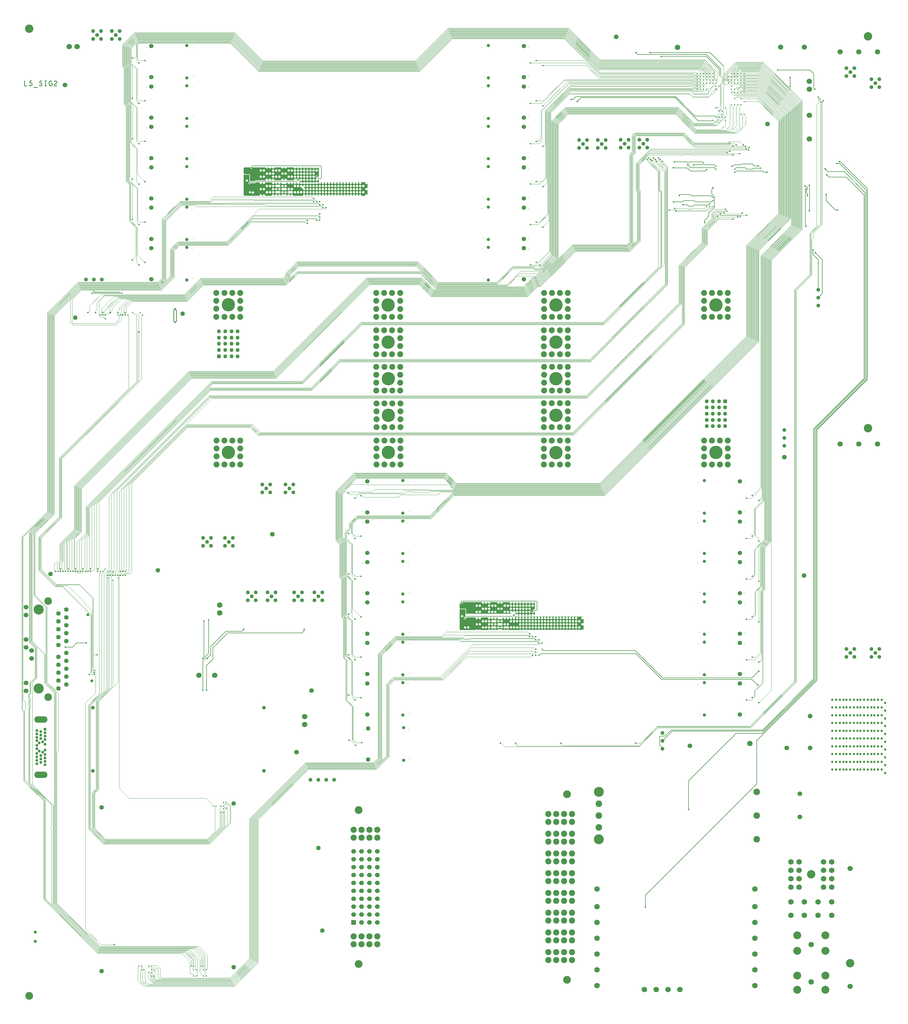
<source format=gbr>
G04 Created by GerbView*
%FSLAX35Y35*%
%MOMM*%
G75*
%ADD10C,0.0254*%
%ADD11C,0.4978*%
%ADD12C,0.1499*%
%ADD13C,1.2598*%
%ADD14C,0.0991*%
%ADD15C,0.4496*%
%ADD16C,1.2497*%
%ADD17C,1.4453*%
%ADD18C,2.4435*%
%ADD19C,1.5291*%
%ADD20C,0.9296*%
%ADD21R,0.9296X0.9296*%
%ADD22R,2.0726X2.0726*%
%ADD23C,2.0726*%
%ADD24C,1.7780*%
%ADD25C,1.9787*%
%ADD26C,0.7620*%
%ADD27R,1.5291X1.5291*%
%ADD28C,1.6993*%
%ADD29C,2.6975*%
%ADD30C,2.1082*%
%ADD31C,1.4986*%
%ADD32R,1.2598X1.2598*%
%ADD33C,1.8974*%
%ADD34C,0.2489*%
%ADD35C,2.5400*%
%ADD36C,2.4994*%
%ADD37C,3.1979*%
%ADD38C,1.0414*%
%ADD39C,1.4122*%
%ADD40C,0.9982*%
%ADD41C,4.2977*%
%ADD42C,1.7297*%
%ADD43C,1.6739*%
%ADD44C,1.1887*%
%ADD45C,1.4478*%
%ADD46C,0.2540*%
%ADD47C,3.2487*%
%ADD48C,0.9500*%
%ADD49C,2.4892*%
%LNEXPORT*%
D02*
D10*
D11*
X25281250Y29162500D03*
D10*
D12*
X25281250Y29162500D02*
X25250000Y29193750D01*
Y29662500D01*
X25131250Y29781250D01*
X24087500D01*
D11*
X24087500Y29781250D03*
D12*
D11*
X24487500Y29543750D03*
D12*
X24487500Y29250000D02*
Y29543750D01*
D11*
X24487500Y29250000D03*
D12*
X5706250Y9831250D02*
Y10625000D01*
X5893750Y10812500D01*
X5897500D01*
X5912500Y10827500D01*
Y11187500D01*
X6085000Y11360000D01*
Y11391570D01*
X6108430Y11415000D01*
X6140000D01*
X6393750Y11668750D01*
X8775000D01*
X8850000Y11743750D01*
Y11793750D01*
D11*
X5706250Y9831250D03*
D12*
D11*
X8850000Y11793750D03*
D12*
X6900000Y11787500D02*
X6837500Y11725000D01*
X6324990D01*
X6219990Y11620000D01*
X6212600D01*
X6186250Y11593650D01*
Y11586260D01*
X5843750Y11243760D01*
Y10968750D01*
X5725000Y10850000D01*
D11*
X5725000Y10850000D03*
D12*
D11*
X6900000Y11787500D03*
D12*
D13*
X22197000Y18724000D03*
D12*
D13*
X21797000Y18724000D03*
D12*
D13*
X6306000Y20973000D03*
D12*
D13*
X6706000Y20973000D03*
D12*
D14*
X22400000Y29462500D02*
Y29674990D01*
X22737510Y30012500D01*
X23612510D01*
X24845250Y28779760D01*
Y24659280D01*
X23858000Y23672030D01*
Y14600680D01*
X23668750Y14411430D01*
Y13062040D01*
X23610000Y13003290D01*
Y10053750D01*
X23350000Y9793750D01*
Y9615420D01*
X23244580Y9510000D01*
X23077500D01*
D15*
X22400000Y29462500D03*
D14*
D11*
X23077500Y9510000D03*
D14*
X23480000Y9430000D02*
X23878000Y9828000D01*
Y23663740D01*
X24865250Y24650990D01*
Y28797250D01*
X23625000Y30037500D01*
X22725000D01*
X22362500Y29675000D01*
Y29381570D01*
X22360000Y29379070D01*
Y29327500D01*
X22375000Y29312500D01*
X22450000D01*
X22500000Y29362500D01*
D15*
X22500000Y29362500D03*
D14*
D11*
X23480000Y9430000D03*
D14*
X22500000Y29562500D02*
Y29662490D01*
X22775010Y29937500D01*
X23575000D01*
X24785250Y28727250D01*
Y24684150D01*
X23798000Y23696900D01*
Y14625550D01*
X23608000Y14435550D01*
Y13086160D01*
X23550000Y13028160D01*
Y10999990D01*
X23360010Y10810000D01*
X23077500D01*
D15*
X22500000Y29562500D03*
D14*
D11*
X23077500Y10810000D03*
D14*
X23480000Y13330000D02*
Y14449000D01*
X23698000Y14667000D01*
Y23738350D01*
X24685250Y24725600D01*
Y28639760D01*
X23512510Y29812500D01*
X22837490D01*
X22742500Y29717510D01*
Y29651960D01*
X22690540Y29600000D01*
X22684460D01*
X22637500Y29553040D01*
Y29500000D01*
X22600000Y29462500D01*
D15*
X22600000Y29462500D03*
D14*
D11*
X23480000Y13330000D03*
D14*
X23480000Y12030000D02*
Y13073000D01*
X23568000Y13161000D01*
Y14452130D01*
X23758000Y14642130D01*
Y23713480D01*
X24745250Y24700730D01*
Y28692250D01*
X23550000Y29887500D01*
X22800000D01*
X22637500Y29725000D01*
Y29646960D01*
X22615540Y29625000D01*
X22609460D01*
X22550000Y29565540D01*
Y29512500D01*
X22500000Y29462500D01*
D15*
X22500000Y29462500D03*
D14*
D11*
X23480000Y12030000D03*
D14*
X23268000Y12190000D02*
Y12193000D01*
X23346000Y12271000D01*
Y12995580D01*
X23528000Y13177580D01*
Y14468710D01*
X23718000Y14658710D01*
Y23730060D01*
X24705250Y24717310D01*
Y28657250D01*
X23525000Y29837500D01*
X22825000D01*
X22700000Y29712500D01*
Y29662500D01*
D15*
X22700000Y29662500D03*
D14*
D11*
X23268000Y12190000D03*
D14*
D12*
X23439370Y9995630D02*
X23260000Y10175000D01*
X20350000D01*
X19525000Y11000000D01*
X16457000D01*
X16407000Y10950000D01*
X16400000D01*
D15*
X16400000Y10950000D03*
D12*
D11*
X23439370Y9995630D03*
D12*
X23478500Y10446500D02*
X23257000Y10225000D01*
X20375010D01*
X19498010Y11102000D01*
X16545000D01*
X16500000Y11147000D01*
Y11150000D01*
D15*
X16500000Y11150000D03*
D12*
D11*
X23478500Y10446500D03*
D12*
X2075000Y22660000D02*
X2095000Y22640000D01*
X2881250D01*
D15*
X2881250Y22640000D03*
D12*
D15*
X2075000Y22660000D03*
D12*
X2012500Y22600000D02*
X2987500D01*
D15*
X2987500Y22600000D03*
D12*
D15*
X2012500Y22600000D03*
D12*
X17636250Y28762500D02*
Y28775000D01*
X17755000Y28893750D01*
X20781250D01*
X21525000Y28150000D01*
X21987500D01*
X22000000Y28162500D01*
D11*
X17636250Y28762500D03*
D12*
D15*
X22000000Y28162500D03*
D12*
X22100000Y28262500D02*
Y28275010D01*
X22072510Y28302500D01*
X21422500D01*
X20806250Y28918750D01*
X20783130D01*
X20776880Y28925000D01*
X17591250D01*
X17503750Y28837500D01*
X17441950D01*
X17441250Y28836800D01*
D11*
X17441250Y28836800D03*
D12*
D15*
X22100000Y28262500D03*
D12*
X24993750Y25956250D02*
X24975000Y25937500D01*
Y24768750D01*
X24993750Y24750000D01*
D11*
X24993750Y24750000D03*
D12*
D11*
X24993750Y25956250D03*
D12*
X25100000Y26075000D02*
X25112500Y26062500D01*
Y25262500D01*
X25100000Y25250000D01*
D11*
X25100000Y25250000D03*
D12*
D11*
X25100000Y26075000D03*
D12*
X25043750Y25746250D02*
Y25793750D01*
X25012500Y25825000D01*
Y25912500D01*
X25043750Y25943750D01*
Y26000000D01*
X24993750Y26050000D01*
X24970000D01*
X24968750Y26048750D01*
D11*
X25043750Y25746250D03*
D12*
D11*
X24968750Y26048750D03*
D12*
X19519990Y30338760D02*
X19577500Y30281250D01*
X21793740D01*
X22250000Y29824990D01*
Y29612510D01*
D14*
X22250000Y29612510D02*
X22315000Y29547510D01*
Y29385570D01*
X22260000Y29330570D01*
Y28522500D01*
D12*
X22260000Y28522500D02*
X22200000Y28462500D01*
D11*
X19519990Y30338760D03*
D12*
D15*
X22200000Y28462500D03*
D12*
X19982490Y30338760D02*
X21911240D01*
X22340000Y29910000D01*
D14*
X22340000Y29910000D02*
Y28349460D01*
X22303040Y28312500D01*
X22250000D01*
X22200000Y28262500D01*
D11*
X19982490Y30338760D03*
D14*
D15*
X22200000Y28262500D03*
D14*
D12*
X20334990Y30212500D02*
X20347490Y30225000D01*
X21787500D01*
X22211250Y29801250D01*
Y29604290D01*
D14*
X22211250Y29604290D02*
X22290000Y29525540D01*
Y29395930D01*
X22240000Y29345930D01*
Y28645930D01*
X22156570Y28562500D01*
D12*
X22156570Y28562500D02*
X22100000D01*
D15*
X22100000Y28562500D03*
D12*
D11*
X20334990Y30212500D03*
D12*
D16*
X9046000Y6950000D03*
D12*
D14*
X22450000Y27127500D02*
X19958420D01*
X19585000Y26754080D01*
Y25920920D01*
X19623750Y25882170D01*
Y24291840D01*
X19314410Y23982500D01*
X17556960D01*
X16425710Y22851250D01*
X16422650D01*
X16421400Y22850000D01*
X16339480D01*
X16020730Y22531250D01*
X12944080D01*
X12560330Y22915000D01*
X10927170D01*
X7920920Y19908750D01*
X5214670D01*
X1635000Y16329080D01*
Y14941580D01*
X1372500Y14679080D01*
Y13975000D01*
Y13687500D01*
X1410000Y13650000D01*
D11*
X22450000Y27127500D03*
D14*
D11*
X1410000Y13650000D03*
D14*
X22550000Y27168750D02*
X19971380D01*
X19565000Y26762370D01*
Y25912630D01*
X19603750Y25873880D01*
Y24300130D01*
X19306120Y24002500D01*
X17548670D01*
X16417420Y22871250D01*
X16414360D01*
X16413110Y22870000D01*
X16331190D01*
X16012440Y22551250D01*
X12952370D01*
X12568620Y22935000D01*
X10918880D01*
X7912630Y19928750D01*
X5206380D01*
X1615000Y16337370D01*
Y14949870D01*
X1292500Y14627370D01*
Y13975000D01*
Y13687500D01*
X1330000Y13650000D01*
D11*
X22550000Y27168750D03*
D14*
D11*
X1330000Y13650000D03*
D14*
X23068750Y27246250D02*
X19992300D01*
X19525000Y26778950D01*
Y25896050D01*
X19563750Y25857300D01*
Y24316710D01*
X19289540Y24042500D01*
X17532090D01*
X16400840Y22911250D01*
X16397780D01*
X16396530Y22910000D01*
X16314610D01*
X15995860Y22591250D01*
X12968950D01*
X12585200Y22975000D01*
X10902300D01*
X7896050Y19968750D01*
X5189800D01*
X1575000Y16353950D01*
Y14966450D01*
X1198750Y14590200D01*
Y13975000D01*
Y13701250D01*
X1250000Y13650000D01*
D11*
X23068750Y27246250D03*
D14*
D11*
X1250000Y13650000D03*
D14*
X23150000Y27206250D02*
X23147500Y27208750D01*
X23087830D01*
X23085330Y27206250D01*
X23052170D01*
X23049670Y27208750D01*
X19983090D01*
X19545000Y26770660D01*
Y25904340D01*
X19583750Y25865590D01*
Y24308420D01*
X19297830Y24022500D01*
X17540380D01*
X16409130Y22891250D01*
X16406070D01*
X16404820Y22890000D01*
X16322900D01*
X16004150Y22571250D01*
X12960660D01*
X12576910Y22955000D01*
X10910590D01*
X7904340Y19948750D01*
X5198090D01*
X1595000Y16345660D01*
Y14958160D01*
X1218750Y14581910D01*
Y13975000D01*
Y13761250D01*
X1250000Y13730000D01*
D11*
X23150000Y27206250D03*
D14*
D11*
X1250000Y13730000D03*
D14*
X1170000Y13650000D02*
X1132500Y13687500D01*
Y13975000D01*
Y14552240D01*
X1555000Y14974740D01*
Y16362240D01*
X5181510Y19988750D01*
X7887760D01*
X10894010Y22995000D01*
X12593490D01*
X12977240Y22611250D01*
X15987570D01*
X16306320Y22930000D01*
X16388240D01*
X16389490Y22931250D01*
X16392550D01*
X17523800Y24062500D01*
X19281250D01*
X19418750Y24200000D01*
Y27031250D01*
X19500000Y27112500D01*
Y27631250D01*
X19531250Y27662500D01*
X21031250D01*
X21406250Y27287500D01*
X23162500D01*
D11*
X23162500Y27287500D03*
D14*
D11*
X1170000Y13650000D03*
D14*
X1090000Y13650000D02*
X1052500Y13687500D01*
Y13933740D01*
X1093750Y13974990D01*
Y13975000D01*
Y14541780D01*
X1535000Y14983030D01*
Y16370530D01*
X5173220Y20008750D01*
X7879470D01*
X10885720Y23015000D01*
X12601780D01*
X12985530Y22631250D01*
X15979280D01*
X16298030Y22950000D01*
X16379950D01*
X16381200Y22951250D01*
X16384260D01*
X17515510Y24082500D01*
X19272960D01*
X19398750Y24208290D01*
Y27039540D01*
X19480000Y27120790D01*
Y27639540D01*
X19522960Y27682500D01*
X21039540D01*
X21394540Y27327500D01*
X22650000D01*
D11*
X22650000Y27327500D03*
D14*
D11*
X1090000Y13650000D03*
D14*
X1010000Y13650000D02*
X961250Y13698750D01*
Y13929990D01*
X1006260Y13975000D01*
X1037500Y14006240D01*
Y14542110D01*
X1495000Y14999610D01*
Y16387110D01*
X5156640Y20048750D01*
X7862890D01*
X10869140Y23055000D01*
X12618360D01*
X13002110Y22671250D01*
X15962700D01*
X16281450Y22990000D01*
X16363370D01*
X16364620Y22991250D01*
X16367680D01*
X17498930Y24122500D01*
X19256380D01*
X19358750Y24224870D01*
Y27056120D01*
X19440000Y27137370D01*
Y27656120D01*
X19506380Y27722500D01*
X21056120D01*
X21379870Y27398750D01*
X22470790D01*
X22472040Y27400000D01*
X22512500D01*
X22525000Y27412500D01*
D11*
X22525000Y27412500D03*
D14*
D11*
X1010000Y13650000D03*
D14*
X23043750Y27327500D02*
X22710010D01*
X22665010Y27372500D01*
X21377830D01*
X21047830Y27702500D01*
X19514670D01*
X19460000Y27647830D01*
Y27129080D01*
X19378750Y27047830D01*
Y24216580D01*
X19264670Y24102500D01*
X17507220D01*
X16375970Y22971250D01*
X16372910D01*
X16371660Y22970000D01*
X16289740D01*
X15970990Y22651250D01*
X12993820D01*
X12610070Y23035000D01*
X10877430D01*
X7871180Y20028750D01*
X5164930D01*
X1515000Y16378820D01*
Y14991320D01*
X1062500Y14538820D01*
Y13993750D01*
X1043750Y13975000D01*
X981250Y13912500D01*
Y13758750D01*
X1010000Y13730000D01*
D11*
X23043750Y27327500D03*
D14*
D11*
X1010000Y13730000D03*
D14*
X22750000Y27367500D02*
X22738750D01*
X22687500Y27418750D01*
X22587500D01*
X22550000Y27456250D01*
X22500000D01*
X22462500Y27418750D01*
X21388160D01*
X21064410Y27742500D01*
X19498090D01*
X19420000Y27664410D01*
Y27145660D01*
X19338750Y27064410D01*
Y24233160D01*
X19248090Y24142500D01*
X17490640D01*
X16359390Y23011250D01*
X16356330D01*
X16355080Y23010000D01*
X16273160D01*
X15954410Y22691250D01*
X13010400D01*
X12626650Y23075000D01*
X10860850D01*
X7854600Y20068750D01*
X5148350D01*
X1475000Y16395400D01*
Y15007900D01*
X1006250Y14539150D01*
Y14012490D01*
X968760Y13975000D01*
X892500Y13898740D01*
Y13687500D01*
X930000Y13650000D01*
D11*
X22750000Y27367500D03*
D14*
D11*
X930000Y13650000D03*
D14*
X22856250Y27087500D02*
X19946710D01*
X19605000Y26745790D01*
Y25929210D01*
X19643750Y25890460D01*
Y24283550D01*
X19322700Y23962500D01*
X17565250D01*
X16434000Y22831250D01*
X16430940D01*
X16429690Y22830000D01*
X16347770D01*
X16029020Y22511250D01*
X12935790D01*
X12552040Y22895000D01*
X10935460D01*
X7929210Y19888750D01*
X5222960D01*
X1655000Y16320790D01*
Y14933290D01*
X1442500Y14720790D01*
Y13975000D01*
Y13697500D01*
X1490000Y13650000D01*
D11*
X22856250Y27087500D03*
D14*
D11*
X1490000Y13650000D03*
D14*
X1490000Y13730000D02*
X1488750D01*
X1462500Y13756250D01*
Y13975000D01*
Y14712500D01*
X1675000Y14925000D01*
Y16312500D01*
X5231250Y19868750D01*
X7937500D01*
X10943750Y22875000D01*
X12543750D01*
X12927500Y22491250D01*
X16037310D01*
X16356060Y22810000D01*
X16437980D01*
X16439230Y22811250D01*
X16442290D01*
X17573540Y23942500D01*
X19330990D01*
X19663750Y24275260D01*
Y25898750D01*
X19625000Y25937500D01*
Y26737500D01*
X19931250Y27043750D01*
X21100000D01*
X21118750Y27062500D01*
X21243750D01*
X21262500Y27043750D01*
X22650000D01*
D11*
X22650000Y27043750D03*
D14*
D11*
X1490000Y13730000D03*
D14*
X850000Y13650000D02*
X812500Y13687500D01*
Y13887500D01*
X900000Y13975000D01*
X981250Y14056250D01*
Y14542440D01*
X1455000Y15016190D01*
Y16403690D01*
X5140060Y20088750D01*
X7846310D01*
X10852560Y23095000D01*
X12634940D01*
X13018690Y22711250D01*
X15946120D01*
X16264870Y23030000D01*
X16346790D01*
X16348040Y23031250D01*
X16351100D01*
X17482350Y24162500D01*
X19239800D01*
X19318750Y24241450D01*
Y27072700D01*
X19400000Y27153950D01*
Y27672700D01*
X19489800Y27762500D01*
X21072700D01*
X21396450Y27438750D01*
X22454210D01*
X22491710Y27476250D01*
X22861250D01*
X22970000Y27367500D01*
X22975000D01*
D11*
X22975000Y27367500D03*
D14*
D11*
X850000Y13650000D03*
D14*
D17*
X1195000Y12423000D03*
D14*
D17*
X1195000Y11026000D03*
D14*
D18*
X611000Y9606500D03*
D14*
D18*
X611000Y12699500D03*
D14*
X2090000Y10397500D02*
X2046250D01*
X2018750Y10425000D01*
Y10471710D01*
X2017500Y10472960D01*
Y12384030D01*
X1797500Y12604030D01*
Y12646250D01*
X1245000Y13198750D01*
X851240D01*
X341250Y13708740D01*
Y14735330D01*
X1003750Y15397830D01*
Y17285330D01*
X3487500Y19769080D01*
Y21381250D01*
X3525000Y21418750D01*
Y21937500D01*
X3567500Y21980000D01*
X3570000D01*
D15*
X3570000Y21980000D03*
D14*
D11*
X2090000Y10397500D03*
D14*
X2090000Y10334000D02*
X2028500D01*
X2000000Y10362500D01*
Y10415460D01*
X1998750Y10416710D01*
Y10463420D01*
X1997500Y10464670D01*
Y12259260D01*
X1830500Y12426260D01*
X1827040D01*
X1074550Y13178750D01*
X840000D01*
X321250Y13697500D01*
Y14743620D01*
X983750Y15406120D01*
Y17293620D01*
X3452500Y19762370D01*
Y21928500D01*
X3443500Y21937500D01*
X3372500D01*
X3330000Y21980000D01*
D15*
X3330000Y21980000D03*
D14*
D11*
X2090000Y10334000D03*
D14*
X2733220Y1639470D02*
X2316780D01*
X1806250Y2150000D01*
Y9412500D01*
X2131250Y9737500D01*
Y10512500D01*
X2058750Y10585000D01*
Y10969000D01*
X3650000Y21900000D02*
X3612500Y21862500D01*
Y19837500D01*
X1043750Y17268750D01*
Y15381250D01*
X381250Y14718750D01*
Y13731250D01*
X873750Y13238750D01*
X1618250D01*
X2058750Y12798250D01*
Y10969000D01*
X2186000D01*
D11*
X2733220Y1639470D03*
D14*
D15*
X3650000Y21900000D03*
D14*
D11*
X2186000Y10969000D03*
D14*
D16*
X9300000Y6950000D03*
D14*
D16*
X9554000Y6950000D03*
D14*
D13*
X6306000Y21373000D03*
D14*
D13*
X6706000Y21173000D03*
D14*
X3531250Y21356250D02*
Y19784540D01*
X1023750Y17277040D01*
Y15389540D01*
X361250Y14727040D01*
Y13720000D01*
X862500Y13218750D01*
X1606250D01*
X2037500Y12787500D01*
Y10513500D01*
X2090000Y10461000D01*
D16*
X1827250Y23043980D03*
D14*
D11*
X3531250Y21356250D03*
D14*
D11*
X2090000Y10461000D03*
D14*
X1932000Y10334000D02*
X1980000Y10382000D01*
Y10407170D01*
X1978750Y10408420D01*
Y10455130D01*
X1977500Y10456380D01*
Y12250970D01*
X1822210Y12406260D01*
X1818750D01*
X1066260Y13158750D01*
X827970D01*
X301250Y13685470D01*
Y14751910D01*
X963750Y15414410D01*
Y17301910D01*
X3196000Y19534160D01*
Y21768520D01*
X3196500Y21769020D01*
Y21790980D01*
X3196000Y21791480D01*
Y21874000D01*
X3170000Y21900000D01*
D15*
X3170000Y21900000D03*
D14*
D11*
X1932000Y10334000D03*
D14*
X22400000Y28162500D02*
Y28014340D01*
X22251910Y27866250D01*
X21459730D01*
X20844730Y28481250D01*
X17285200D01*
X16900000Y28096050D01*
Y23781240D01*
X16348760Y23230000D01*
X16108430D01*
X16108150Y23229720D01*
X15751760D01*
X15373290Y22851250D01*
X13126700D01*
X12462950Y23515010D01*
X12433370D01*
X12433350Y23515000D01*
X8658420D01*
X8347500Y23204080D01*
Y23112240D01*
X8216510Y22981250D01*
X5550260D01*
X5026510Y22457500D01*
X2876260D01*
X2412500Y21993740D01*
Y21943750D01*
X2370000Y21901250D01*
Y21900000D01*
D15*
X22400000Y28162500D03*
D14*
D11*
X2370000Y21900000D03*
D14*
X22300000Y28462500D02*
X22256240D01*
X22137500Y28343760D01*
Y28206260D01*
X21998740Y28067500D01*
X21399930D01*
X20886180Y28581250D01*
X17243750D01*
X16800000Y28137500D01*
Y23830920D01*
X16441580Y23472500D01*
X16408420D01*
X16405920Y23475000D01*
X16149080D01*
X16144080Y23470000D01*
X15551270D01*
X15032520Y22951250D01*
X13168150D01*
X12504400Y23615010D01*
X12409720D01*
X12409700Y23615000D01*
X8616970D01*
X8247500Y23245530D01*
Y23159930D01*
X8168820Y23081250D01*
X5508810D01*
X4985060Y22557500D01*
X2301240D01*
X1935000Y22191260D01*
Y22025000D01*
X1890000Y21980000D01*
D11*
X1890000Y21980000D03*
D14*
D15*
X22300000Y28462500D03*
D14*
X22400000Y28262500D02*
X22125000Y27987500D01*
X21366770D01*
X20853020Y28501250D01*
X17276910D01*
X16880000Y28104340D01*
Y23795130D01*
X16394870Y23310000D01*
X15803750D01*
X15365000Y22871250D01*
X13134990D01*
X12471240Y23535010D01*
X12428640D01*
X12428620Y23535000D01*
X8650130D01*
X8327500Y23212370D01*
Y23126770D01*
X8201980Y23001250D01*
X5541970D01*
X5018220Y22477500D01*
X2840000D01*
X2370000Y22007500D01*
Y21980000D01*
D11*
X2370000Y21980000D03*
D14*
D15*
X22400000Y28262500D03*
D14*
X2290000Y21900000D02*
X2331000Y21941000D01*
Y22098480D01*
X2730020Y22497500D01*
X5009930D01*
X5533680Y23021250D01*
X8193690D01*
X8307500Y23135060D01*
Y23220660D01*
X8641840Y23555000D01*
X12423890D01*
X12423910Y23555010D01*
X12479530D01*
X13143280Y22891250D01*
X15057390D01*
X15556140Y23390000D01*
X16242550D01*
X16282550Y23350000D01*
X16406580D01*
X16860000Y23803420D01*
Y28112630D01*
X17268620Y28521250D01*
X20861310D01*
X21375060Y28007500D01*
X22107500D01*
X22362500Y28262500D01*
Y28278040D01*
X22437500Y28353040D01*
Y28525000D01*
X22400000Y28562500D01*
D11*
X2290000Y21900000D03*
D14*
D15*
X22400000Y28562500D03*
D14*
X2850000Y21980000D02*
Y22037500D01*
X2893750Y22081250D01*
Y22137490D01*
X3153760Y22397500D01*
X5051380D01*
X5575130Y22921250D01*
X8241380D01*
X8617630Y23297500D01*
X12595580D01*
X13101830Y22791250D01*
X15910000D01*
X16101750Y22983000D01*
X16104160D01*
X16159500Y23038340D01*
Y23040750D01*
X16228750Y23110000D01*
X16313630D01*
X16314880Y23111250D01*
X16317940D01*
X16960000Y23753310D01*
Y28071180D01*
X17310070Y28421250D01*
X20819860D01*
X21434860Y27806250D01*
X22565000D01*
X22750000Y27991250D01*
Y28625000D01*
X22787500Y28662500D01*
X22800000D01*
D11*
X2850000Y21980000D03*
D14*
D15*
X22800000Y28662500D03*
D14*
X23000000Y28362500D02*
X23050000Y28312500D01*
Y28025000D01*
X22771250Y27746250D01*
X21409990D01*
X20794990Y28361250D01*
X17334940D01*
X17020000Y28046310D01*
Y23728440D01*
X16342810Y23051250D01*
X16339750D01*
X16338500Y23050000D01*
X16256580D01*
X15937830Y22731250D01*
X13076950D01*
X12570700Y23237500D01*
X8642500D01*
X8266250Y22861250D01*
X5600000D01*
X5076250Y22337500D01*
X3325010D01*
X3125000Y22137490D01*
Y22018750D01*
X3090000Y21983750D01*
Y21980000D01*
D11*
X3090000Y21980000D03*
D14*
D15*
X23000000Y28362500D03*
D14*
X2450000Y21900000D02*
X2493750Y21943750D01*
X2556250D01*
X2571000Y21958500D01*
Y22108500D01*
X2900000Y22437500D01*
X5034800D01*
X5558550Y22961250D01*
X8224800D01*
X8367500Y23103950D01*
Y23195790D01*
X8666710Y23495000D01*
X12438080D01*
X12438100Y23495010D01*
X12454660D01*
X13118410Y22831250D01*
X15381580D01*
X15700330Y23150000D01*
X16032130D01*
X16034130Y23152000D01*
X16095870D01*
X16097870Y23150000D01*
X16297050D01*
X16920000Y23772950D01*
Y28087760D01*
X17293490Y28461250D01*
X20836440D01*
X21451440Y27846250D01*
X22411250D01*
X22550000Y27985000D01*
Y28612500D01*
X22600000Y28662500D01*
D11*
X2450000Y21900000D03*
D14*
D15*
X22600000Y28662500D03*
D14*
X3090000Y21900000D02*
X3050000Y21940000D01*
Y22131240D01*
X3276260Y22357500D01*
X5067960D01*
X5591710Y22881250D01*
X8257960D01*
X8634210Y23257500D01*
X12579000D01*
X13085250Y22751250D01*
X15929540D01*
X16248290Y23070000D01*
X16330210D01*
X16331460Y23071250D01*
X16334520D01*
X17000000Y23736730D01*
Y28054600D01*
X17326650Y28381250D01*
X20803280D01*
X21418280Y27766250D01*
X22722500D01*
X22950000Y27993750D01*
Y28312500D01*
X22900000Y28362500D01*
D11*
X3090000Y21900000D03*
D14*
D15*
X22900000Y28362500D03*
D14*
X22700000Y28662500D02*
X22650000Y28612500D01*
Y27991250D01*
X22485000Y27826250D01*
X21443150D01*
X20828150Y28441250D01*
X17301780D01*
X16940000Y28079470D01*
Y23761600D01*
X16309650Y23131250D01*
X16306590D01*
X16305340Y23130000D01*
X16220460D01*
X16139500Y23049040D01*
Y23046630D01*
X16095870Y23003000D01*
X16084240D01*
X15892490Y22811250D01*
X13110120D01*
X12778240Y23143130D01*
X12446380Y23475000D01*
X8675000D01*
X8387500Y23187500D01*
Y23095660D01*
X8233090Y22941250D01*
X5566840D01*
X5043090Y22417500D01*
X2961250D01*
X2659210Y22115460D01*
Y22027960D01*
X2611250Y21980000D01*
X2610000D01*
D11*
X2610000Y21980000D03*
D14*
D15*
X22700000Y28662500D03*
D14*
X22300000Y28262500D02*
X22287500D01*
X22052500Y28027500D01*
X21383350D01*
X20869600Y28541250D01*
X17260330D01*
X16840000Y28120920D01*
Y23811710D01*
X16398290Y23370000D01*
X16290840D01*
X16237090Y23423750D01*
X15561600D01*
X15049100Y22911250D01*
X13151570D01*
X12487820Y23575010D01*
X12419180D01*
X12419160Y23575000D01*
X8633550D01*
X8287500Y23228950D01*
Y23143350D01*
X8185400Y23041250D01*
X5525390D01*
X5001640Y22517500D01*
X2420920D01*
X2243750Y22340330D01*
Y21856250D01*
X2268750Y21831250D01*
X2398750D01*
X2450000Y21780000D01*
D11*
X2450000Y21780000D03*
D14*
D15*
X22300000Y28262500D03*
D14*
X2130000Y21980000D02*
Y22025000D01*
X2172500Y22067500D01*
Y22297370D01*
X2412630Y22537500D01*
X4993350D01*
X5517100Y23061250D01*
X8177110D01*
X8267500Y23151640D01*
Y23237240D01*
X8625260Y23595000D01*
X12414430D01*
X12414450Y23595010D01*
X12496110D01*
X13159860Y22931250D01*
X15040810D01*
X15553310Y23443750D01*
X16245380D01*
X16299130Y23390000D01*
X16390000D01*
X16820000Y23820000D01*
Y28129210D01*
X17252040Y28561250D01*
X20877890D01*
X21391640Y28047500D01*
X22016240D01*
X22162500Y28193760D01*
Y28287500D01*
X22237500Y28362500D01*
X22300000D01*
D11*
X2130000Y21980000D03*
D14*
D15*
X22300000Y28362500D03*
D14*
X3010000Y21900000D02*
Y21927500D01*
X2975000Y21962500D01*
Y22125010D01*
X3227490Y22377500D01*
X5059670D01*
X5583420Y22901250D01*
X8249670D01*
X8625920Y23277500D01*
X12587290D01*
X13093540Y22771250D01*
X15921250D01*
X16240000Y23090000D01*
X16321920D01*
X16323170Y23091250D01*
X16326230D01*
X16980000Y23745020D01*
Y28062890D01*
X17318360Y28401250D01*
X20811570D01*
X21426570Y27786250D01*
X22672500D01*
X22850000Y27963750D01*
Y28612500D01*
X22900000Y28662500D01*
D11*
X3010000Y21900000D03*
D14*
D15*
X22900000Y28662500D03*
D14*
X15162500Y8125000D02*
X15275000Y8012500D01*
X19631250D01*
X20237500Y8618750D01*
X23212510D01*
X24681250Y10087490D01*
Y22687500D01*
X25178670Y23184920D01*
Y24318500D01*
X25238670Y24378500D01*
Y24544930D01*
X25518750Y24825010D01*
Y28730920D01*
X25521250Y28733420D01*
Y28765000D01*
X25550000Y28793750D01*
D11*
X25550000Y28793750D03*
D14*
D11*
X15162500Y8125000D03*
D14*
X25437500Y28843750D02*
Y28718750D01*
X25462500Y28693750D01*
Y24843770D01*
X25138670Y24519940D01*
Y23201500D01*
X24641250Y22704080D01*
Y10104070D01*
X23195930Y8658750D01*
X20220920D01*
X19614670Y8052500D01*
X17153750D01*
X17106250Y8100000D01*
Y8125000D01*
D11*
X25437500Y28843750D03*
D14*
D11*
X17106250Y8125000D03*
D14*
X25481250Y28750000D02*
Y28703290D01*
X25482500Y28702040D01*
Y24835480D01*
X25481250Y24834230D01*
Y24825000D01*
X25158670Y24502420D01*
Y23193210D01*
X24661250Y22695790D01*
Y10095780D01*
X23204220Y8638750D01*
X20229210D01*
X19622960Y8032500D01*
X15723740D01*
X15650000Y8106240D01*
Y8125000D01*
D11*
X25481250Y28750000D03*
D14*
D11*
X15650000Y8125000D03*
D14*
X25393750Y28912500D02*
Y28725000D01*
X25337500Y28668750D01*
Y24756260D01*
X25118670Y24537430D01*
Y23209790D01*
X24621250Y22712370D01*
Y10112360D01*
X23187640Y8678750D01*
X20212630D01*
X19658880Y8125000D01*
X19518750D01*
D11*
X25393750Y28912500D03*
D14*
D11*
X19518750Y8125000D03*
D14*
X2690000Y13650000D02*
Y13621250D01*
X2651000Y13582250D01*
Y13394750D01*
X2643750Y13387500D01*
Y9927300D01*
X2188750Y9472300D01*
Y6644010D01*
X2066250Y6521510D01*
Y5372230D01*
X2437230Y5001250D01*
X5748430D01*
X6173140Y5425960D01*
Y5901980D01*
D15*
X6173140Y5901980D03*
D14*
D15*
X2690000Y13650000D03*
D14*
X6253150Y5901980D02*
Y5449390D01*
X5765010Y4961250D01*
X2420650D01*
X2026250Y5355650D01*
Y6538090D01*
X2148750Y6660590D01*
Y9488880D01*
X2531250Y9871380D01*
Y13400000D01*
Y13443750D01*
D15*
X2531250Y13443750D03*
D14*
D15*
X6253150Y5901980D03*
D14*
X6253150Y6022120D02*
X6212500Y5981470D01*
Y5437030D01*
X5756720Y4981250D01*
X2428940D01*
X2046250Y5363940D01*
Y6529800D01*
X2168750Y6652300D01*
Y9480590D01*
X2575000Y9886840D01*
Y13509840D01*
X2571000Y13513840D01*
Y13583500D01*
X2610000Y13622500D01*
Y13650000D01*
D15*
X6253150Y6022120D03*
D14*
D15*
X2610000Y13650000D03*
D14*
X2530000Y13650000D02*
X2487500Y13607500D01*
Y9855920D01*
X1968750Y9337170D01*
Y5384860D01*
X2412360Y4941250D01*
X5773300D01*
X6290620Y5458570D01*
Y5979580D01*
X6333160Y6022120D01*
D15*
X6333160Y6022120D03*
D14*
D15*
X2530000Y13650000D03*
D14*
X2687500Y13368750D02*
Y9942760D01*
X2208750Y9464010D01*
Y6635720D01*
X2086250Y6513220D01*
Y5380520D01*
X2445520Y5021250D01*
X5740140D01*
X6134640Y5415750D01*
Y6072140D01*
X6164630Y6102130D01*
X6173140D01*
D15*
X2687500Y13368750D03*
D14*
D15*
X6173140Y6102130D03*
D14*
X6253150Y6102130D02*
Y6090600D01*
X6281250Y6062500D01*
X6368750D01*
X6375130Y6056120D01*
Y6038530D01*
X6374670Y6038070D01*
Y5514330D01*
X5781590Y4921250D01*
X2404070D01*
X1946250Y5379070D01*
Y9342960D01*
X2406500Y9803210D01*
Y13681500D01*
X2450000Y13725000D01*
Y13730000D01*
D15*
X6253150Y6102130D03*
D14*
D15*
X2450000Y13730000D03*
D14*
X6253150Y6222020D02*
Y6190600D01*
X6300000Y6143750D01*
X6418740D01*
X6456380Y6106110D01*
Y5567750D01*
X5789880Y4901250D01*
X2395780D01*
X1926250Y5370780D01*
Y9351250D01*
X2331250Y9756250D01*
Y13400000D01*
Y13568740D01*
X2370000Y13607490D01*
Y13650000D01*
D15*
X6253150Y6222020D03*
D14*
D15*
X2370000Y13650000D03*
D14*
X5933110Y6102130D02*
X5678990Y6356250D01*
X3212510D01*
X2893750Y6675010D01*
Y13434370D01*
X2900000Y13440620D01*
Y13504840D01*
X2891000Y13513840D01*
Y13546160D01*
X2913840Y13569000D01*
X2914550D01*
X2930000Y13584450D01*
Y13650000D01*
D15*
X5933110Y6102130D03*
D14*
D11*
X2930000Y13650000D03*
D14*
X6013120Y6102130D02*
Y6100620D01*
X5977750Y6065250D01*
Y5287150D01*
X5731850Y5041250D01*
X2453810D01*
X2106250Y5388810D01*
Y6504930D01*
X2228750Y6627430D01*
Y6628750D01*
X2231250Y6631250D01*
Y9458220D01*
X2857750Y10084720D01*
Y13400000D01*
Y13450000D01*
D15*
X2857750Y13450000D03*
D14*
D15*
X6013120Y6102130D03*
D14*
X6333160Y6222020D02*
Y6191840D01*
X6350000Y6175000D01*
X6444210D01*
X6487500Y6131710D01*
Y5570580D01*
X5798170Y4881250D01*
X2387490D01*
X1906250Y5362490D01*
Y9359540D01*
X2250000Y9703290D01*
Y13400000D01*
Y13575000D01*
X2290000Y13615000D01*
Y13650000D01*
D15*
X6333160Y6222020D03*
D14*
D15*
X2290000Y13650000D03*
D14*
X1650000Y13650000D02*
X1687500Y13687500D01*
Y14662500D01*
X1868500Y14843500D01*
Y15711110D01*
X5884890Y19727500D01*
X8783410D01*
X10683410Y21627500D01*
X18477170D01*
X20336250Y23486580D01*
Y25858640D01*
X20271250Y25923640D01*
Y26541260D01*
X19993750Y26818760D01*
Y26906250D01*
D11*
X19993750Y26906250D03*
D14*
D11*
X1650000Y13650000D03*
D14*
X20250000Y26956250D02*
Y26881240D01*
X20501250Y26629990D01*
Y22889070D01*
X18045930Y20433750D01*
X9995920D01*
X9077170Y19515000D01*
X5813850D01*
X2087500Y15788650D01*
Y13712500D01*
X2062500Y13687500D01*
X2007500D01*
X1970000Y13650000D01*
D11*
X20250000Y26956250D03*
D14*
D11*
X1970000Y13650000D03*
D14*
X20196110Y26846120D02*
X20481250Y26560980D01*
Y22897360D01*
X18037640Y20453750D01*
X9987630D01*
X9068880Y19535000D01*
X5805550D01*
X2012500Y15741950D01*
Y13975000D01*
Y13950000D01*
Y13772500D01*
X1970000Y13730000D01*
D11*
X20196110Y26846120D03*
D14*
D11*
X1970000Y13730000D03*
D14*
X1730000Y13730000D02*
X1787500Y13787500D01*
Y13913500D01*
Y13937500D01*
Y14718740D01*
X1888500Y14819740D01*
Y15702820D01*
X5893180Y19707500D01*
X8791700D01*
X10691700Y21607500D01*
X18485460D01*
X20356250Y23478290D01*
Y25866930D01*
X20291250Y25931930D01*
Y26558750D01*
X20043750Y26806250D01*
Y26868750D01*
D11*
X20043750Y26868750D03*
D14*
D11*
X1730000Y13730000D03*
D14*
X1810000Y13650000D02*
X1850000Y13690000D01*
Y13950000D01*
Y13975000D01*
Y14737500D01*
X1911000Y14798500D01*
Y15697030D01*
X5901470Y19687500D01*
X8799990D01*
X10699990Y21587500D01*
X18493750D01*
X20441250Y23535000D01*
Y26502510D01*
X20093750Y26850010D01*
Y26956250D01*
D11*
X20093750Y26956250D03*
D14*
D11*
X1810000Y13650000D03*
D14*
X19936000Y26951510D02*
Y26839000D01*
X20251250Y26523750D01*
Y25915350D01*
X20315000Y25851600D01*
Y25617610D01*
X20316250Y25616360D01*
Y25581140D01*
X20315000Y25579890D01*
Y23493620D01*
X18468880Y21647500D01*
X10675120D01*
X8775120Y19747500D01*
X5876600D01*
X1848500Y15719400D01*
Y14867270D01*
X1606250Y14625020D01*
Y13686250D01*
X1570000Y13650000D01*
D11*
X19936000Y26951510D03*
D14*
D11*
X1570000Y13650000D03*
D14*
X1890000Y13650000D02*
X1931000Y13691000D01*
Y13950000D01*
Y13975000D01*
Y15688740D01*
X5797260Y19555000D01*
X9060590D01*
X9979340Y20473750D01*
X18029350D01*
X20461250Y22905650D01*
Y26524400D01*
X20150000Y26835650D01*
Y26906250D01*
D11*
X20150000Y26906250D03*
D14*
D11*
X1890000Y13650000D03*
D14*
X19887500Y26900000D02*
Y26856250D01*
X20231250Y26512500D01*
Y23438160D01*
X18460590Y21667500D01*
X10666830D01*
X8766830Y19767500D01*
X5868310D01*
X1828500Y15727690D01*
Y14891000D01*
X1531000Y14593500D01*
Y13633840D01*
X1558590Y13606250D01*
X1686250D01*
X1730000Y13650000D01*
D11*
X19887500Y26900000D03*
D14*
D11*
X1730000Y13650000D03*
D14*
X2210000Y13730000D02*
X2211250D01*
X2243750Y13762500D01*
Y15888320D01*
X5830430Y19475000D01*
X9093750D01*
X10012500Y20393750D01*
X18062510D01*
X20541250Y22872490D01*
Y26683750D01*
X20381250Y26843750D01*
D11*
X20381250Y26843750D03*
D14*
D11*
X2210000Y13730000D03*
D14*
X2210000Y13650000D02*
X2168750Y13691250D01*
Y15841610D01*
X5822140Y19495000D01*
X9085460D01*
X10004210Y20413750D01*
X18054220D01*
X20521250Y22880780D01*
Y26647170D01*
X20341250Y26827170D01*
Y26827500D01*
X20306250Y26862500D01*
Y26906250D01*
D11*
X20306250Y26906250D03*
D14*
D11*
X2210000Y13650000D03*
D14*
X2850000Y13530000D02*
Y13625160D01*
X2893750Y13668910D01*
Y16228950D01*
X5889800Y19225000D01*
X17952300D01*
X20987500Y22260200D01*
Y23468110D01*
X21725000Y24205610D01*
Y24660200D01*
X22062500Y24997700D01*
Y25072030D01*
X22144220Y25153750D01*
X22250000D01*
D11*
X22250000Y25153750D03*
D14*
D11*
X2850000Y13530000D03*
D14*
X2530000Y13530000D02*
Y13586240D01*
X2568750Y13624990D01*
Y16079610D01*
X5794140Y19305000D01*
X17919140D01*
X20907500Y22293360D01*
Y23501270D01*
X21645000Y24238770D01*
Y24693360D01*
X21962500Y25010860D01*
Y25175010D01*
X22087490Y25300000D01*
X22400000D01*
D11*
X22400000Y25300000D03*
D14*
D11*
X2530000Y13530000D03*
D14*
X22150000Y25068750D02*
Y25028620D01*
X21765000Y24643620D01*
Y24189030D01*
X21027500Y23451530D01*
Y21631120D01*
X17493880Y18097500D01*
X7415000D01*
X7162500Y18350000D01*
X5071440D01*
X3050000Y16328560D01*
Y13700000D01*
X3010000Y13660000D01*
Y13650000D01*
D11*
X22150000Y25068750D03*
D14*
D11*
X3010000Y13650000D03*
D14*
X22450000Y25243750D02*
X22437500Y25256250D01*
X22087490D01*
X21987500Y25156260D01*
Y25007570D01*
X21665000Y24685070D01*
Y24230480D01*
X20927500Y23492980D01*
Y22285070D01*
X17927430Y19285000D01*
X5802430D01*
X2648750Y16131320D01*
Y13623750D01*
X2610000Y13585000D01*
Y13530000D01*
D11*
X22450000Y25243750D03*
D14*
D11*
X2610000Y13530000D03*
D14*
X22356250Y25191250D02*
X22316250Y25231250D01*
X22106250D01*
X22012500Y25137500D01*
Y25004280D01*
X21685000Y24676780D01*
Y24222190D01*
X20947500Y23484690D01*
Y22276780D01*
X17935720Y19265000D01*
X5810720D01*
X2728750Y16183030D01*
Y13628750D01*
X2690000Y13590000D01*
Y13530000D01*
D11*
X22356250Y25191250D03*
D14*
D11*
X2690000Y13530000D03*
D14*
X3010000Y13530000D02*
X3080000Y13600000D01*
X3181250D01*
X3206250Y13625000D01*
Y16428220D01*
X5084280Y18306250D01*
X7118740D01*
X7367490Y18057500D01*
X17510460D01*
X21067500Y21614540D01*
Y23434950D01*
X21805000Y24172450D01*
Y24627040D01*
X22209210Y25031250D01*
X22856250D01*
X22875000Y25050000D01*
Y25072500D01*
D11*
X22875000Y25072500D03*
D14*
D11*
X3010000Y13530000D03*
D14*
X23087500Y25112500D02*
X22131260D01*
X22087500Y25068740D01*
Y24994410D01*
X21745000Y24651910D01*
Y24197320D01*
X21007500Y23459820D01*
Y21639410D01*
X17485590Y18117500D01*
X7438750D01*
X7181250Y18375000D01*
X5068090D01*
X2971000Y16277910D01*
Y13571000D01*
X2930000Y13530000D01*
D11*
X23087500Y25112500D03*
D14*
D11*
X2930000Y13530000D03*
D14*
X3090000Y13530000D02*
X3135000Y13575000D01*
X3256250D01*
X3293750Y13612500D01*
Y16487430D01*
X5087570Y18281250D01*
X7106250D01*
X7350000Y18037500D01*
X17518750D01*
X21087500Y21606250D01*
Y23426660D01*
X21825000Y24164160D01*
Y24618750D01*
X22187500Y24981250D01*
X22650000D01*
D11*
X22650000Y24981250D03*
D14*
D11*
X3090000Y13530000D03*
D14*
X22943750Y25175000D02*
X22918750Y25150000D01*
X22331250D01*
X22287500Y25193750D01*
X22118760D01*
X22037500Y25112490D01*
Y25000990D01*
X21705000Y24668490D01*
Y24213900D01*
X20967500Y23476400D01*
Y22268490D01*
X17944010Y19245000D01*
X5819010D01*
X2818750Y16244740D01*
Y13975000D01*
Y13681250D01*
X2770000Y13632500D01*
Y13530000D01*
D11*
X22943750Y25175000D03*
D14*
D11*
X2770000Y13530000D03*
D14*
X3090000Y13650000D02*
X3093750D01*
X3125000Y13681250D01*
Y16375260D01*
X5079740Y18330000D01*
X7138750D01*
X7391250Y18077500D01*
X17502170D01*
X21047500Y21622830D01*
Y23443240D01*
X21785000Y24180740D01*
Y24635330D01*
X22237170Y25087500D01*
X22790000D01*
X22800000Y25077500D01*
Y25072500D01*
D11*
X22800000Y25072500D03*
D14*
D11*
X3090000Y13650000D03*
D14*
D12*
X1836000Y11350000D02*
X1525000D01*
X1393750Y11218750D01*
X1156250D01*
D11*
X1836000Y11350000D03*
D12*
D11*
X1156250Y11218750D03*
D12*
D19*
X10949000Y3372500D03*
D12*
D19*
X10949000Y2610500D03*
D12*
D19*
X11203000Y2610500D03*
D12*
D19*
X10441000Y3118500D03*
D12*
D19*
X10695000Y3118500D03*
D12*
D19*
X10949000Y3118500D03*
D12*
D19*
X11203000Y3118500D03*
D12*
D19*
X10441000Y3880500D03*
D12*
D19*
X10695000Y3880500D03*
D12*
D19*
X10949000Y3626500D03*
D12*
D19*
X11203000Y3626500D03*
D12*
D19*
X11203000Y3372500D03*
D12*
D13*
X21997000Y18324000D03*
D12*
D13*
X22197000Y18324000D03*
D12*
D13*
X21797000Y18524000D03*
D12*
D13*
X21797000Y19124000D03*
D12*
D13*
X22197000Y19124000D03*
D12*
D13*
X6506000Y21373000D03*
D12*
D13*
X6706000Y20573000D03*
D12*
D13*
X6306000Y20573000D03*
D12*
D20*
X322500Y7870000D03*
D12*
D20*
X427500Y8167500D03*
D12*
D19*
X77000Y10848000D03*
D12*
D19*
X-00099999Y10060000D03*
D12*
D21*
X507500Y8572500D03*
D12*
D20*
X507500Y7427500D03*
D12*
D20*
X242500Y7465000D03*
D12*
D20*
X242500Y8535000D03*
D12*
D22*
X375000Y7110000D03*
D12*
D23*
X271250Y7110000D03*
D12*
D23*
X478750Y7110000D03*
D12*
D22*
X375000Y8890000D03*
D12*
D23*
X271250Y8890000D03*
D12*
D23*
X478750Y8890000D03*
D12*
D20*
X507500Y8242500D03*
D12*
D20*
X507500Y7757500D03*
D12*
D20*
X242500Y8205000D03*
D12*
D20*
X242500Y7795000D03*
D12*
D14*
X16300000Y11050000D02*
X16263750Y11086250D01*
X14161260D01*
X13281690Y10206680D01*
X13267040D01*
X13262040Y10201680D01*
X11732270D01*
X11537500Y10006910D01*
Y7708880D01*
X11149870Y7321250D01*
X8964670D01*
X7312500Y5669080D01*
Y1087500D01*
X6575000Y350000D01*
X3806250D01*
X3650000Y506250D01*
Y906250D01*
X3613070Y943180D01*
Y951520D01*
D11*
X16300000Y11050000D03*
D14*
D15*
X3613070Y951520D03*
D14*
X3693080Y831630D02*
Y825670D01*
X3725000Y793750D01*
Y512500D01*
X3862500Y375000D01*
X6562510D01*
X7287500Y1099990D01*
Y5668840D01*
X7292500Y5673840D01*
Y5677370D01*
X8956380Y7341250D01*
X11141580D01*
X11513750Y7713420D01*
Y10011450D01*
X11525000Y10022700D01*
Y10029770D01*
X11721910Y10226680D01*
X13251680D01*
X14225000Y11200000D01*
X16250000D01*
X16300000Y11150000D01*
D11*
X16300000Y11150000D03*
D14*
D15*
X3693080Y831630D03*
D14*
X16400000Y11350000D02*
X16393750D01*
X16352750Y11391000D01*
X13877750D01*
X13828320Y11440430D01*
X11827930D01*
X11343750Y10956250D01*
Y7600000D01*
X11125000Y7381250D01*
X8939800D01*
X7237500Y5678950D01*
Y1125010D01*
X6537490Y425000D01*
X3993750D01*
X3919750Y499000D01*
X3893750Y525000D01*
Y706250D01*
X3933110Y745610D01*
Y751620D01*
D11*
X16400000Y11350000D03*
D14*
D15*
X3933110Y751620D03*
D14*
X3853100Y751620D02*
X3823040Y721560D01*
Y567420D01*
X3985460Y405000D01*
X6545780D01*
X7262500Y1121720D01*
Y5675660D01*
X8948090Y7361250D01*
X11133290D01*
X11493750Y7721710D01*
Y10026810D01*
X11713620Y10246680D01*
X13221680D01*
X14275000Y11300000D01*
X16450000D01*
X16500000Y11350000D01*
D11*
X16500000Y11350000D03*
D14*
D15*
X3853100Y751620D03*
D14*
X16200000Y11550000D02*
X16143500Y11606500D01*
X14134290D01*
X14133290Y11607500D01*
X14010460D01*
X14009460Y11606500D01*
X13341040D01*
X13274970Y11540430D01*
X11786480D01*
X11243750Y10997700D01*
Y7641450D01*
X11083550Y7481250D01*
X8898350D01*
X7112500Y5695400D01*
Y1187500D01*
X6475000Y550000D01*
X4199990D01*
X4143750Y606240D01*
Y856250D01*
X4106250Y893750D01*
X3893750D01*
X3853100Y934400D01*
Y951520D01*
D11*
X16200000Y11550000D03*
D14*
D15*
X3853100Y951520D03*
D14*
X16300000Y11550000D02*
Y11543750D01*
X16262500Y11506250D01*
X14187490D01*
X14168740Y11487500D01*
X13993760D01*
X13980830Y11500430D01*
X11803060D01*
X11283750Y10981120D01*
Y7624870D01*
X11100130Y7441250D01*
X8914930D01*
X7162500Y5688820D01*
Y1162500D01*
X6500000Y500000D01*
X4075000D01*
X4013120Y561880D01*
Y631480D01*
D11*
X16300000Y11550000D03*
D14*
D15*
X4013120Y631480D03*
D14*
X16300000Y11450000D02*
Y11456250D01*
X16269000Y11487250D01*
X14206000D01*
X14181250Y11462500D01*
X13990470D01*
X13972540Y11480430D01*
X11811350D01*
X11303750Y10972830D01*
Y7616580D01*
X11108420Y7421250D01*
X8923220D01*
X7187500Y5685530D01*
Y1149990D01*
X6512510Y475000D01*
X4043750D01*
X4019750Y499000D01*
X3975000Y543750D01*
Y793750D01*
X3937120Y831630D01*
X3933110D01*
D15*
X3933110Y831630D03*
D14*
D11*
X16300000Y11450000D03*
D14*
X16400000Y11450000D02*
X16362000Y11412000D01*
X16317160D01*
X16316160Y11411000D01*
X16283840D01*
X16282840Y11412000D01*
X13913000D01*
X13864570Y11460430D01*
X11819640D01*
X11323750Y10964540D01*
Y7608290D01*
X11116710Y7401250D01*
X8931510D01*
X7212500Y5682240D01*
Y1137500D01*
X6525000Y450000D01*
X4018750D01*
X3969750Y499000D01*
X3933110Y535640D01*
Y631480D01*
D11*
X16400000Y11450000D03*
D14*
D15*
X3933110Y631480D03*
D14*
X4013120Y831630D02*
X4018370D01*
X4050000Y800000D01*
Y575000D01*
X4100000Y525000D01*
X6487490D01*
X7137500Y1175010D01*
Y5692110D01*
X8906640Y7461250D01*
X11091840D01*
X11263750Y7633160D01*
Y10989410D01*
X11794770Y11520430D01*
X13951680D01*
X14018750Y11587500D01*
X16062500D01*
X16100000Y11550000D01*
D11*
X16100000Y11550000D03*
D14*
D15*
X4013120Y831630D03*
D14*
X3533060Y951520D02*
Y945560D01*
X3500000Y912500D01*
Y500000D01*
X3700000Y300000D01*
X6600000D01*
X7362500Y1062500D01*
Y5662500D01*
X8976250Y7276250D01*
X11157500D01*
X11162500Y7281250D01*
X11166450D01*
X11577500Y7692300D01*
Y9983260D01*
X11750920Y10156680D01*
X13302900D01*
X13302910Y10156670D01*
X13331670D01*
X14075000Y10900000D01*
X16150000D01*
X16200000Y10950000D01*
D11*
X16200000Y10950000D03*
D14*
D15*
X3533060Y951520D03*
D14*
X3613070Y831630D02*
X3612880D01*
X3575000Y793750D01*
Y506250D01*
X3756250Y325000D01*
X6587490D01*
X7337500Y1075010D01*
Y5665790D01*
X8972960Y7301250D01*
X11158160D01*
X11557500Y7700590D01*
Y9998620D01*
X11740560Y10181680D01*
X13306680D01*
X14125000Y11000000D01*
X16250000D01*
X16300000Y10950000D01*
D11*
X16300000Y10950000D03*
D14*
D15*
X3613070Y831630D03*
D14*
X16100000Y11650000D02*
X16043750Y11706250D01*
X13412500D01*
X13266680Y11560430D01*
X11778190D01*
X11223750Y11005990D01*
Y7649740D01*
X11075260Y7501250D01*
X8890060D01*
X7087500Y5698690D01*
Y1199990D01*
X6462510Y575000D01*
X4249990D01*
X4218750Y606240D01*
Y868750D01*
X4106250Y981250D01*
X3962840D01*
X3933110Y951520D01*
D15*
X3933110Y951520D03*
D14*
D11*
X16100000Y11650000D03*
D14*
X22000000Y25385000D02*
X21991250D01*
X21875000Y25268750D01*
X21818750D01*
X21787500Y25237500D01*
X20815000D01*
X20808750Y25243750D01*
D15*
X22000000Y25385000D03*
D14*
D11*
X20808750Y25243750D03*
D14*
D12*
X20918750Y25743750D02*
X20956250Y25781250D01*
X21262500D01*
X21306250Y25737500D01*
X21943750D01*
X21996250Y25685000D01*
X22000000D01*
D11*
X20918750Y25743750D03*
D12*
D15*
X22000000Y25685000D03*
D12*
D14*
X20587500Y25278120D02*
X20621880D01*
X20625000Y25275000D01*
X20781250D01*
X20800000Y25293750D01*
X20843750D01*
X20868750Y25268750D01*
X21774990D01*
X21806240Y25300000D01*
X21818750D01*
X21900000Y25381250D01*
Y25385000D01*
D11*
X20587500Y25278120D03*
D14*
D15*
X21900000Y25385000D03*
D14*
D12*
X20731250Y25543750D02*
X20737500Y25537500D01*
X21031250D01*
X21075000Y25581250D01*
X21393750D01*
X21431250Y25543750D01*
X21962500D01*
X22000000Y25581250D01*
Y25585000D01*
D11*
X20731250Y25543750D03*
D12*
D15*
X22000000Y25585000D03*
D12*
D14*
X20768750Y25324980D02*
X20775010Y25331240D01*
X21193760D01*
X21231250Y25293750D01*
X21268750D01*
X21306250Y25331250D01*
X21743750D01*
X21797500Y25385000D01*
X21800000D01*
D15*
X21800000Y25385000D03*
D14*
D11*
X20768750Y25324980D03*
D14*
X5613070Y951520D02*
X5612500Y952090D01*
Y1077000D01*
Y1293760D01*
X5357510Y1548750D01*
X2266710D01*
X843070Y2972390D01*
Y9756600D01*
X531250Y10068420D01*
Y12495010D01*
X141250Y12885010D01*
Y14885330D01*
X763750Y15507830D01*
Y21901910D01*
X1639340Y22777500D01*
X4218620D01*
X4582500Y23141380D01*
Y24001910D01*
X4801020Y24220430D01*
X6367800D01*
X6656250Y24508880D01*
Y24508890D01*
X7234610Y25087250D01*
X9312750D01*
X9350000Y25050000D01*
D11*
X9350000Y25050000D03*
D14*
D15*
X5613070Y951520D03*
D14*
X9350000Y25150000D02*
X9306250Y25106250D01*
X7225320D01*
X6633750Y24514680D01*
Y24514670D01*
X6359510Y24240430D01*
X4792730D01*
X4562500Y24010200D01*
Y23149670D01*
X4210330Y22797500D01*
X1631050D01*
X743750Y21910200D01*
Y15516120D01*
X95000Y14867370D01*
Y11408290D01*
X511250Y10992040D01*
Y10060130D01*
X823070Y9748310D01*
Y2964100D01*
X2258420Y1528750D01*
X5308760D01*
X5571870Y1265640D01*
Y1077000D01*
Y871880D01*
X5612120Y831630D01*
X5613070D01*
D11*
X9350000Y25150000D03*
D14*
D15*
X5613070Y831630D03*
D14*
X5613070Y631480D02*
X5493750Y750800D01*
Y1077000D01*
Y1159550D01*
X5164550Y1488750D01*
X2241840D01*
X781250Y2949340D01*
Y6127300D01*
X103750Y6804800D01*
Y10075790D01*
X242500Y10214540D01*
Y11204210D01*
X55000Y11391710D01*
Y14883950D01*
X703750Y15532700D01*
Y21926780D01*
X1614470Y22837500D01*
X4193750D01*
X4393750Y23037500D01*
Y24923790D01*
X4909530Y25439570D01*
X5310420D01*
X5358990Y25391000D01*
X9409000D01*
X9450000Y25350000D01*
D15*
X5613070Y631480D03*
D14*
D11*
X9450000Y25350000D03*
D14*
X9550000Y25350000D02*
X9511000Y25311000D01*
X7401780D01*
X6613750Y24522970D01*
Y24522960D01*
X6351220Y24260430D01*
X4784440D01*
X4542500Y24018490D01*
Y23157960D01*
X4202040Y22817500D01*
X1622760D01*
X723750Y21918490D01*
Y15524410D01*
X75000Y14875660D01*
Y11400000D01*
X491250Y10983750D01*
Y10051840D01*
X803070Y9740020D01*
Y2955810D01*
X2250130Y1508750D01*
X5253760D01*
X5533060Y1229450D01*
Y1077000D01*
Y951520D01*
D15*
X5533060Y951520D03*
D14*
D11*
X9550000Y25350000D03*
D14*
X9250000Y25550000D02*
Y25581250D01*
X9224750Y25606500D01*
X7239130D01*
X7214380Y25631250D01*
X5906250D01*
X5815430Y25540430D01*
X4855240D01*
X4293750Y24978940D01*
Y23078950D01*
X4152300Y22937500D01*
X1573020D01*
X603750Y21968230D01*
Y15574150D01*
X-00219999Y14750400D01*
Y9207490D01*
X-00163749Y9151240D01*
Y6925590D01*
X478750Y6283090D01*
Y3110390D01*
X2200390Y1388750D01*
X4973760D01*
X5215620Y1146890D01*
Y1077000D01*
Y954120D01*
X5213020Y951520D01*
D15*
X5213020Y951520D03*
D14*
D11*
X9250000Y25550000D03*
D14*
X5293030Y951520D02*
X5293750Y952240D01*
Y1077000D01*
Y1159550D01*
X5024550Y1428750D01*
X2216970D01*
X518750Y3126970D01*
Y6299670D01*
X-00021249Y6839670D01*
Y9275520D01*
X-00016249Y9280520D01*
Y9559670D01*
X-00036249Y9579670D01*
Y9695330D01*
X13750Y9745330D01*
Y10070660D01*
X181250Y10238160D01*
Y11180590D01*
X-00004999Y11366840D01*
Y14908820D01*
X643750Y15557570D01*
Y21951650D01*
X1589600Y22897500D01*
X4168880D01*
X4333750Y23062370D01*
Y24948660D01*
X4885520Y25500430D01*
X6347470D01*
X6353290Y25506250D01*
X9306250D01*
X9350000Y25550000D01*
D15*
X5293030Y951520D03*
D14*
D11*
X9350000Y25550000D03*
D14*
X9350000Y25450000D02*
X9318180Y25481820D01*
X6357150D01*
X6355760Y25480430D01*
X4893810D01*
X4353750Y24940370D01*
Y23054080D01*
X4177170Y22877500D01*
X1597890D01*
X663750Y21943360D01*
Y15549280D01*
X15000Y14900530D01*
Y11375130D01*
X202500Y11187630D01*
Y10231120D01*
X33750Y10062370D01*
Y9737040D01*
X-00016249Y9687040D01*
Y9587960D01*
X11250Y9560460D01*
Y9279730D01*
X-00001249Y9267230D01*
Y6847960D01*
X706250Y6140460D01*
Y5462820D01*
X672500Y5429070D01*
Y5395930D01*
X706250Y5362180D01*
Y2967760D01*
X2225260Y1448750D01*
X5073300D01*
X5337500Y1184550D01*
Y1077000D01*
Y867170D01*
X5373040Y831630D01*
D15*
X5373040Y831630D03*
D14*
D11*
X9350000Y25450000D03*
D14*
X9450000Y25450000D02*
X9411000Y25411000D01*
X7614000D01*
X7565430Y25459570D01*
X4901240D01*
X4373750Y24932080D01*
Y23045790D01*
X4185460Y22857500D01*
X1606180D01*
X683750Y21935070D01*
Y15540990D01*
X35000Y14892240D01*
Y11383420D01*
X222500Y11195920D01*
Y10222830D01*
X53750Y10054080D01*
Y9728750D01*
X3750Y9678750D01*
Y9596250D01*
X31250Y9568750D01*
Y9271440D01*
X18750Y9258940D01*
Y6856250D01*
X761250Y6113750D01*
Y2941050D01*
X2233550Y1468750D01*
X5109550D01*
X5412500Y1165800D01*
Y1077000D01*
Y670940D01*
X5373040Y631480D01*
D15*
X5373040Y631480D03*
D14*
D11*
X9450000Y25450000D03*
D14*
X9150000Y25550000D02*
X9112500Y25587500D01*
X7231250D01*
X7218750Y25600000D01*
X5918750D01*
X5839180Y25520430D01*
X4863530D01*
X4313750Y24970650D01*
Y23070660D01*
X4160590Y22917500D01*
X1581310D01*
X623750Y21959940D01*
Y15565860D01*
X-00199999Y14742110D01*
Y9525000D01*
X-00118749Y9443750D01*
Y9206310D01*
X-00143749Y9181310D01*
Y6933880D01*
X498750Y6291380D01*
Y3118680D01*
X2208680Y1408750D01*
X5016260D01*
X5253120Y1171890D01*
Y1077000D01*
Y871880D01*
X5293030Y831970D01*
Y831630D01*
D15*
X5293030Y831630D03*
D14*
D11*
X9150000Y25550000D03*
D14*
X9250000Y24950000D02*
X9206500Y24993500D01*
X7197450D01*
X6384380Y24180430D01*
X4817600D01*
X4622500Y23985330D01*
Y23124800D01*
X4235200Y22737500D01*
X1655920D01*
X803750Y21885330D01*
Y15491250D01*
X181250Y14868750D01*
Y12901590D01*
X571250Y12511590D01*
Y10085000D01*
X943070Y9713180D01*
Y7902180D01*
X887500Y7846610D01*
Y2987500D01*
X2286250Y1588750D01*
X5448760D01*
X5731250Y1306260D01*
Y1077000D01*
Y893750D01*
X5693080Y855580D01*
Y831630D01*
D11*
X9250000Y24950000D03*
D14*
D15*
X5693080Y831630D03*
D14*
X5693080Y631480D02*
Y631920D01*
X5653000Y672000D01*
Y1309510D01*
X5393760Y1568750D01*
X2275000D01*
X863070Y2980680D01*
Y9764890D01*
X551250Y10076710D01*
Y12503300D01*
X161250Y12893300D01*
Y14877040D01*
X783750Y15499540D01*
Y21893620D01*
X1647630Y22757500D01*
X4226910D01*
X4602500Y23133090D01*
Y23993620D01*
X4809310Y24200430D01*
X6376090D01*
X6676250Y24500590D01*
Y24500600D01*
X7189150Y25013500D01*
X9286500D01*
X9350000Y24950000D01*
D11*
X9350000Y24950000D03*
D14*
D15*
X5693080Y631480D03*
D14*
X9150000Y25650000D02*
Y25656250D01*
X9106250Y25700000D01*
X5925010D01*
X5785440Y25560430D01*
X4846950D01*
X4273750Y24987230D01*
Y23087240D01*
X4144010Y22957500D01*
X1564730D01*
X583750Y21976520D01*
Y15582440D01*
X-00239999Y14758690D01*
Y9196250D01*
X-00183749Y9140000D01*
Y6917300D01*
X456250Y6277300D01*
Y3104600D01*
X2192100Y1368750D01*
X4893760D01*
X5175000Y1087510D01*
Y1077000D01*
Y718750D01*
X5193750Y700000D01*
X5275000D01*
X5293030Y681970D01*
Y631480D01*
D15*
X5293030Y631480D03*
D14*
D11*
X9150000Y25650000D03*
D14*
X2850000Y21900000D02*
X2887500Y21937500D01*
X2956250D01*
X2968750Y21925000D01*
Y21762490D01*
X2856260Y21650000D01*
X2781260Y21575000D01*
X1431250D01*
X1356250Y21650000D01*
X1318750Y21687500D01*
Y22225000D01*
Y22372040D01*
X1664210Y22717500D01*
X4243490D01*
X4642500Y23116510D01*
Y23977040D01*
X4825890Y24160430D01*
X6392670D01*
X7144740Y24912500D01*
X8918750D01*
X8950000Y24943750D01*
Y24950000D01*
D11*
X8950000Y24950000D03*
D14*
D15*
X2850000Y21900000D03*
D14*
D12*
X21381250Y26725000D02*
X21387500Y26731250D01*
X22056250D01*
X22100000Y26687500D01*
Y26685000D01*
D11*
X21381250Y26725000D03*
D12*
D15*
X22100000Y26685000D03*
D12*
X21190000Y26731250D02*
X21283750Y26637500D01*
X22050000D01*
X22100000Y26587500D01*
Y26585000D01*
D11*
X21190000Y26731250D03*
D12*
D15*
X22100000Y26585000D03*
D12*
D16*
X24300000Y17950000D03*
D12*
D16*
X24300000Y17696000D03*
D12*
X5625000Y12050000D02*
Y10889500D01*
X5585500Y10850000D01*
D11*
X5585500Y10850000D03*
D12*
D11*
X5625000Y12050000D03*
D12*
X5775000Y12087500D02*
Y11018760D01*
X5662500Y10906260D01*
Y10849500D01*
X5585500Y10772500D01*
Y9831250D01*
D11*
X5775000Y12087500D03*
D12*
D11*
X5585500Y9831250D03*
D12*
D16*
X2181250Y30912500D03*
D12*
D16*
X2781250Y30912500D03*
D12*
D16*
X6425000Y14600000D03*
D12*
D16*
X5725000Y14600000D03*
D12*
X26012500Y25281250D02*
X25937500D01*
X25643750Y25575000D01*
Y25775000D01*
D11*
X26012500Y25281250D03*
D12*
D11*
X25643750Y25775000D03*
D12*
X22700000Y26485000D02*
X22703750D01*
X22750000Y26531250D01*
X23600000D01*
X23642630Y26488620D01*
X23732370D01*
X23737500Y26493750D01*
D11*
X23737500Y26493750D03*
D12*
D15*
X22700000Y26485000D03*
D12*
X22700000Y26585000D02*
Y26587500D01*
X22750000Y26637500D01*
X23037490D01*
X23087490Y26587500D01*
X23281250D01*
X23318750Y26625000D01*
X23527000D01*
D11*
X23527000Y26625000D03*
D12*
D15*
X22700000Y26585000D03*
D12*
X22600000Y26685000D02*
X22641240D01*
X22693740Y26737500D01*
X22908370D01*
X22932120Y26761250D01*
X23276250D01*
X23342500Y26695000D01*
X23419610D01*
X23422610Y26698000D01*
X23454250D01*
X23456250Y26700000D01*
D11*
X23456250Y26700000D03*
D12*
D15*
X22600000Y26685000D03*
D12*
D20*
X507500Y7537500D03*
D12*
D20*
X507500Y7647500D03*
D12*
D20*
X242500Y8425000D03*
D12*
D20*
X242500Y8315000D03*
D12*
D16*
X7162500Y12850000D03*
D12*
D17*
X1195000Y11407000D03*
D12*
D17*
X941000Y11534000D03*
D12*
D17*
X941000Y11788000D03*
D12*
D17*
X1195000Y11915000D03*
D12*
D14*
X10700000Y8140000D02*
X10514890D01*
X10425000Y8229890D01*
Y9312500D01*
X10225000Y9512500D01*
Y10798000D01*
X10145000Y10878000D01*
Y12125130D01*
X10085000Y12185130D01*
Y13422260D01*
X10025000Y13482260D01*
Y14554390D01*
X9900000Y14679390D01*
Y16212220D01*
X10471530Y16783750D01*
X13388230D01*
X13721980Y16450000D01*
X18367890D01*
X23120000Y21202110D01*
Y24126980D01*
X24145250Y25152230D01*
Y28167250D01*
X23400000Y28912500D01*
X22750000D01*
X22700000Y28862500D01*
D15*
X22700000Y28862500D03*
D14*
D11*
X10700000Y8140000D03*
D14*
X10290000Y8220000D02*
X10351250D01*
X10385000Y8253750D01*
Y9295920D01*
X10185000Y9495920D01*
Y10781420D01*
X10105000Y10861420D01*
Y12108550D01*
X10045000Y12168550D01*
Y13405680D01*
X9985000Y13465680D01*
Y14537810D01*
X9860000Y14662810D01*
Y16228800D01*
X10454950Y16823750D01*
X13404810D01*
X13738560Y16490000D01*
X18351310D01*
X23080000Y21218690D01*
Y24143560D01*
X24105250Y25168810D01*
Y28132250D01*
X23475000Y28762500D01*
X23000000D01*
D15*
X23000000Y28762500D03*
D14*
D11*
X10290000Y8220000D03*
D14*
X10507000Y8060000D02*
X10405000Y8162000D01*
Y9304210D01*
X10205000Y9504210D01*
Y10789710D01*
X10125000Y10869710D01*
Y12116840D01*
X10065000Y12176840D01*
Y13413970D01*
X10005000Y13473970D01*
Y14546100D01*
X9880000Y14671100D01*
Y16220510D01*
X10463240Y16803750D01*
X13396520D01*
X13730270Y16470000D01*
X18359600D01*
X23100000Y21210400D01*
Y24135270D01*
X24125250Y25160520D01*
Y28149760D01*
X23412510Y28862500D01*
X22900000D01*
D15*
X22900000Y28862500D03*
D14*
D11*
X10507000Y8060000D03*
D14*
D24*
X25826000Y3765000D03*
D14*
D24*
X25556000Y3765000D03*
D14*
D24*
X24776000Y3765000D03*
D14*
D24*
X24506000Y3765000D03*
D14*
D24*
X25826000Y4035000D03*
D14*
D24*
X25556000Y4035000D03*
D14*
D24*
X24776000Y4035000D03*
D14*
D24*
X24506000Y4035000D03*
D14*
D25*
X17462000Y3309000D03*
D14*
D25*
X17462000Y3055000D03*
D14*
D25*
X17208000Y3309000D03*
D14*
D25*
X17208000Y3055000D03*
D14*
D25*
X16954000Y3309000D03*
D14*
D25*
X16700000Y3309000D03*
D14*
D25*
X16954000Y3055000D03*
D14*
D25*
X16700000Y3055000D03*
D14*
D19*
X77000Y11102000D03*
D14*
D19*
X-00099999Y9806000D03*
D14*
D25*
X17462000Y5849000D03*
D14*
D25*
X17462000Y5595000D03*
D14*
D25*
X17208000Y5849000D03*
D14*
D25*
X17208000Y5595000D03*
D14*
D25*
X16954000Y5849000D03*
D14*
D25*
X16700000Y5849000D03*
D14*
D25*
X16954000Y5595000D03*
D14*
D25*
X16700000Y5595000D03*
D14*
D16*
X2335250Y23043980D03*
D14*
D25*
X17462000Y4579000D03*
D14*
D25*
X17462000Y4325000D03*
D14*
D25*
X17208000Y4579000D03*
D14*
D25*
X17208000Y4325000D03*
D14*
D25*
X16954000Y4579000D03*
D14*
D25*
X16700000Y4579000D03*
D14*
D25*
X16954000Y4325000D03*
D14*
D25*
X16700000Y4325000D03*
D14*
D25*
X17462000Y2039000D03*
D14*
D25*
X17462000Y1785000D03*
D14*
D25*
X17208000Y2039000D03*
D14*
D25*
X17208000Y1785000D03*
D14*
D25*
X16954000Y2039000D03*
D14*
D25*
X16700000Y2039000D03*
D14*
D25*
X16954000Y1785000D03*
D14*
D25*
X16700000Y1785000D03*
D14*
D12*
X13900000Y12646500D02*
Y12681000D01*
X13915000Y12696000D01*
X16329000D01*
X16344000Y12681000D01*
Y12416000D01*
X16329000Y12401000D01*
X16251000D01*
X16200000Y12350000D01*
D11*
X16200000Y12350000D03*
D12*
D11*
X13900000Y12646500D03*
D12*
X7143750Y26645250D02*
X7198500Y26700000D01*
X9375000D01*
X9406250Y26668750D01*
Y26306250D01*
X9393750Y26293750D01*
X9306250D01*
X9250000Y26350000D01*
D11*
X9250000Y26350000D03*
D12*
D11*
X7143750Y26645250D03*
D12*
D13*
X21797000Y18924000D03*
D12*
D13*
X22197000Y18924000D03*
D12*
D13*
X6706000Y20773000D03*
D12*
D13*
X6306000Y20773000D03*
D12*
D19*
X10441000Y2610500D03*
D12*
D19*
X10695000Y2610500D03*
D12*
D17*
X1195000Y10010000D03*
D12*
D17*
X941000Y10137000D03*
D12*
D17*
X941000Y10391000D03*
D12*
D17*
X1195000Y10518000D03*
D12*
D17*
X1195000Y10264000D03*
D12*
D17*
X941000Y10645000D03*
D12*
D17*
X1195000Y10772000D03*
D12*
D17*
X941000Y10899000D03*
D12*
D26*
X27313000Y8275000D03*
D12*
D26*
X27433000Y8275000D03*
D12*
D26*
X26863000Y8275000D03*
D12*
D26*
X26983000Y8275000D03*
D12*
D13*
X22397000Y18724000D03*
D12*
D13*
X6106000Y20973000D03*
D12*
D13*
X21997000Y18924000D03*
D12*
D13*
X6506000Y20773000D03*
D12*
D27*
X10441000Y2356500D03*
D12*
D19*
X10695000Y2356500D03*
D12*
D19*
X10949000Y2356500D03*
D12*
D19*
X11203000Y2356500D03*
D12*
D19*
X10949000Y2864500D03*
D12*
D19*
X11203000Y2864500D03*
D12*
D19*
X10441000Y2864500D03*
D12*
D19*
X10695000Y2864500D03*
D12*
D13*
X22397000Y18924000D03*
D12*
D13*
X21997000Y18724000D03*
D12*
D13*
X6506000Y20973000D03*
D12*
D14*
X8950000Y24850000D02*
Y24856250D01*
X8918750Y24887500D01*
X7148030D01*
X6400960Y24140430D01*
X4834180D01*
X4662500Y23968750D01*
Y23108220D01*
X4251780Y22697500D01*
X1672500D01*
X1375000Y22400000D01*
Y22225000D01*
Y21675010D01*
X1400010Y21650000D01*
X1425010Y21625000D01*
X2756260D01*
X2781260Y21650000D01*
X2887500Y21756240D01*
Y21862500D01*
X2925000Y21900000D01*
X2930000D01*
D11*
X8950000Y24850000D03*
D14*
D15*
X2930000Y21900000D03*
D14*
D19*
X10949000Y4388500D03*
D14*
D19*
X10695000Y4388500D03*
D14*
D19*
X10695000Y4642500D03*
D14*
D19*
X10441000Y4642500D03*
D14*
D16*
X7800000Y12850000D03*
D14*
D16*
X9300000Y12850000D03*
D14*
D16*
X8650000Y12850000D03*
D14*
D26*
X26983000Y8775000D03*
D14*
D26*
X26863000Y8775000D03*
D14*
D26*
X26863000Y9275000D03*
D14*
D26*
X26983000Y9275000D03*
D14*
D26*
X25963000Y8775000D03*
D14*
D26*
X26083000Y8775000D03*
D14*
D26*
X25963000Y9275000D03*
D14*
D26*
X26083000Y9275000D03*
D14*
D20*
X242500Y8055000D03*
D14*
D20*
X507500Y7907500D03*
D14*
D20*
X242500Y7945000D03*
D14*
D20*
X507500Y8092500D03*
D14*
D12*
X14025000Y12149200D02*
X14082050Y12206250D01*
X15556250D01*
X15600000Y12250000D01*
D11*
X15600000Y12250000D03*
D12*
D11*
X14025000Y12149200D03*
D12*
D20*
X242500Y7575000D03*
D12*
D20*
X242500Y7685000D03*
D12*
D20*
X507500Y8462500D03*
D12*
D20*
X507500Y8352500D03*
D12*
D19*
X11203000Y4134500D03*
D12*
D19*
X10949000Y4134500D03*
D12*
D19*
X10441000Y4134500D03*
D12*
D19*
X11203000Y3880500D03*
D12*
D13*
X6106000Y20773000D03*
D12*
D13*
X22197000Y18524000D03*
D12*
D13*
X6306000Y21173000D03*
D12*
D13*
X22397000Y18524000D03*
D12*
D13*
X6106000Y21173000D03*
D12*
D13*
X22397000Y18324000D03*
D12*
D13*
X6106000Y21373000D03*
D12*
D13*
X21997000Y18524000D03*
D12*
D13*
X6506000Y21173000D03*
D12*
D19*
X10441000Y3372500D03*
D12*
D19*
X10695000Y3372500D03*
D12*
D19*
X10695000Y3626500D03*
D12*
D19*
X10441000Y3626500D03*
D12*
D14*
X22800000Y29662500D02*
X22900000Y29762500D01*
X23487490D01*
X24645250Y28604740D01*
Y24742180D01*
X23658000Y23754930D01*
Y14683580D01*
X23330000Y14355580D01*
Y13555000D01*
X23268000Y13493000D01*
Y13490000D01*
D15*
X22800000Y29662500D03*
D14*
D11*
X23268000Y13490000D03*
D14*
X23076300Y12110000D02*
X23244570D01*
X23366000Y12231430D01*
Y12987290D01*
X23548000Y13169290D01*
Y14460420D01*
X23738000Y14650420D01*
Y23721770D01*
X24725250Y24709020D01*
Y28674740D01*
X23537490Y29862500D01*
X22812510D01*
X22662500Y29712490D01*
Y29625000D01*
X22600000Y29562500D01*
D15*
X22600000Y29562500D03*
D14*
D11*
X23076300Y12110000D03*
D14*
X23077500Y13410000D02*
X23244570D01*
X23350000Y13515430D01*
Y14347290D01*
X23678000Y14675290D01*
Y23746640D01*
X24665250Y24733890D01*
Y28622250D01*
X23500000Y29787500D01*
X22850000D01*
X22762500Y29700000D01*
Y29625000D01*
X22700000Y29562500D01*
D15*
X22700000Y29562500D03*
D14*
D11*
X23077500Y13410000D03*
D14*
X22900000Y29662500D02*
X22950000Y29712500D01*
X23462510D01*
X24605250Y28569760D01*
Y24758760D01*
X23618000Y23771510D01*
Y15928290D01*
X23348800Y15659090D01*
Y14804800D01*
X23256500Y14712500D01*
X23076300D01*
D15*
X22900000Y29662500D03*
D14*
D11*
X23076300Y14712500D03*
D14*
X22700000Y29462500D02*
X22750000Y29512500D01*
Y29575000D01*
X22800000Y29625000D01*
X22815540D01*
X22837500Y29646960D01*
Y29662500D01*
X22912500Y29737500D01*
X23475000D01*
X24625250Y28587250D01*
Y24750470D01*
X23638000Y23763220D01*
Y15920000D01*
X23368800Y15650800D01*
Y14806200D01*
X23480000Y14695000D01*
Y14630000D01*
D15*
X22700000Y29462500D03*
D14*
D11*
X23480000Y14630000D03*
D14*
X23268000Y14790000D02*
Y14796700D01*
X23328800Y14857500D01*
Y15667380D01*
X23598000Y15936580D01*
Y23779800D01*
X24585250Y24767050D01*
Y28552250D01*
X23475000Y29662500D01*
X23000000D01*
D15*
X23000000Y29662500D03*
D14*
D11*
X23268000Y14790000D03*
D14*
X22900000Y29562500D02*
X22940000Y29602500D01*
X23460000D01*
X24545250Y28517250D01*
Y24783630D01*
X23558000Y23796380D01*
Y16323420D01*
X23244580Y16010000D01*
X23077500D01*
D15*
X22900000Y29562500D03*
D14*
D11*
X23077500Y16010000D03*
D14*
X22600000Y29262500D02*
X22660000Y29322500D01*
X23440000D01*
X24385250Y28377250D01*
Y25052750D01*
X23360000Y24027500D01*
Y21102630D01*
X18467370Y16210000D01*
X13247500D01*
X13150500Y16113000D01*
X11944250D01*
X11876250Y16045000D01*
X10717500D01*
X10672500Y16090000D01*
D15*
X22600000Y29262500D03*
D14*
D11*
X10672500Y16090000D03*
D14*
X23000000Y29262500D02*
X23425000D01*
X24345250Y28342250D01*
Y25069330D01*
X23320000Y24044080D01*
Y21119210D01*
X18450790Y16250000D01*
X12882360D01*
X12869360Y16263000D01*
X12051160D01*
X11963160Y16175000D01*
X10606240D01*
X10558740Y16127500D01*
X10312500D01*
X10270000Y16170000D01*
D15*
X23000000Y29262500D03*
D14*
D11*
X10270000Y16170000D03*
D14*
X22900000Y29262500D02*
X22937500Y29300000D01*
X23415790D01*
X24365250Y28350540D01*
Y25061040D01*
X23340000Y24035790D01*
Y21110920D01*
X18459080Y16230000D01*
X12885160D01*
X12840160Y16185000D01*
X12378410D01*
X12348410Y16215000D01*
X12164090D01*
X12101590Y16152500D01*
X10624500D01*
X10482000Y16010000D01*
D15*
X22900000Y29262500D03*
D14*
D11*
X10482000Y16010000D03*
D14*
X22800000Y29462500D02*
X22860000Y29522500D01*
X23465000D01*
X24505250Y28482250D01*
Y25003010D01*
X23480000Y23977760D01*
Y21052890D01*
X18517110Y16090000D01*
X13666760D01*
X13250000Y15673240D01*
X13076760Y15500000D01*
X12923760Y15347000D01*
X10578000D01*
X10400000Y15169000D01*
Y14879890D01*
X10492390Y14787500D01*
X10673700D01*
D15*
X22800000Y29462500D03*
D14*
D11*
X10673700Y14787500D03*
D14*
X10265000Y14870000D02*
X10326250D01*
X10360000Y14903750D01*
Y15185580D01*
X10561420Y15387000D01*
X12907180D01*
X13020180Y15500000D01*
X13250000Y15729820D01*
X13650180Y16130000D01*
X18500530D01*
X23440000Y21069470D01*
Y23994340D01*
X24465250Y25019590D01*
Y28447250D01*
X23450000Y29462500D01*
X23000000D01*
D15*
X23000000Y29462500D03*
D14*
D11*
X10265000Y14870000D03*
D14*
X22900000Y29462500D02*
X22940000Y29502500D01*
X23447510D01*
X24485250Y28464760D01*
Y25011300D01*
X23460000Y23986050D01*
Y21061180D01*
X18508820Y16110000D01*
X13658470D01*
X13250000Y15701530D01*
X13048470Y15500000D01*
X12915470Y15367000D01*
X10569710D01*
X10380000Y15177290D01*
Y14871600D01*
X10448000Y14803600D01*
Y14744000D01*
X10482000Y14710000D01*
D15*
X22900000Y29462500D03*
D14*
D11*
X10482000Y14710000D03*
D14*
X22800000Y29562500D02*
X22860000Y29622500D01*
X23477490D01*
X24565250Y28534740D01*
Y24775340D01*
X23578000Y23788090D01*
Y16028000D01*
X23480000Y15930000D01*
D15*
X22800000Y29562500D03*
D14*
D11*
X23480000Y15930000D03*
D14*
X22800000Y29362500D02*
X22860000Y29422500D01*
X23452490D01*
X24445250Y28429740D01*
Y25027880D01*
X23420000Y24002630D01*
Y21077760D01*
X18492240Y16150000D01*
X13641890D01*
X13250000Y15758110D01*
X12991890Y15500000D01*
X12898890Y15407000D01*
X10553130D01*
X10340000Y15193870D01*
Y15023000D01*
X10203000Y14886000D01*
Y14719500D01*
X10405000Y14517500D01*
Y13579890D01*
X10494890Y13490000D01*
X10672500D01*
D15*
X22800000Y29362500D03*
D14*
D11*
X10672500Y13490000D03*
D14*
X10270000Y13570000D02*
X10331250D01*
X10365000Y13603750D01*
Y14500920D01*
X10163000Y14702920D01*
Y14902580D01*
X10300000Y15039580D01*
Y15210450D01*
X10536550Y15447000D01*
X12882310D01*
X13625310Y16190000D01*
X18475660D01*
X23380000Y21094340D01*
Y24019210D01*
X24405250Y25044460D01*
Y28394760D01*
X23437510Y29362500D01*
X23000000D01*
D15*
X23000000Y29362500D03*
D14*
D11*
X10270000Y13570000D03*
D14*
X22600000Y29662500D02*
Y29725000D01*
X22787500Y29912500D01*
X23562510D01*
X24765250Y28709760D01*
Y24692440D01*
X23778000Y23705190D01*
Y14633840D01*
X23588000Y14443840D01*
Y13094450D01*
X23530000Y13036450D01*
Y11055000D01*
X23365000Y10890000D01*
X23268000D01*
D15*
X22600000Y29662500D03*
D14*
D11*
X23268000Y10890000D03*
D14*
X22800000Y29062500D02*
X22860000Y29122500D01*
X23413020D01*
X24265250Y28270270D01*
Y25102490D01*
X23240000Y24077240D01*
Y21152370D01*
X18417630Y16330000D01*
X13672240D01*
X13338490Y16663750D01*
X10521270D01*
X10020000Y16162480D01*
Y14729130D01*
X10145000Y14604130D01*
Y13532000D01*
X10205000Y13472000D01*
Y12262500D01*
X10405000Y12062500D01*
Y10979890D01*
X10494890Y10890000D01*
X10673700D01*
D15*
X22800000Y29062500D03*
D14*
D11*
X10673700Y10890000D03*
D14*
X10270000Y10970000D02*
X10331250D01*
X10365000Y11003750D01*
Y12045920D01*
X10165000Y12245920D01*
Y13455420D01*
X10105000Y13515420D01*
Y14587550D01*
X9980000Y14712550D01*
Y16179060D01*
X10504690Y16703750D01*
X13355070D01*
X13688820Y16370000D01*
X18401050D01*
X23200000Y21168950D01*
Y24093820D01*
X24225250Y25119070D01*
Y28237250D01*
X23400000Y29062500D01*
X23000000D01*
D15*
X23000000Y29062500D03*
D14*
D11*
X10270000Y10970000D03*
D14*
X10482000Y10810000D02*
Y10815000D01*
X10385000Y10912000D01*
Y12054210D01*
X10185000Y12254210D01*
Y13463710D01*
X10125000Y13523710D01*
Y14595840D01*
X10000000Y14720840D01*
Y16170770D01*
X10512980Y16683750D01*
X13346780D01*
X13680530Y16350000D01*
X18409340D01*
X23220000Y21160660D01*
Y24085530D01*
X24245250Y25110780D01*
Y28254740D01*
X23397490Y29102500D01*
X22940000D01*
X22900000Y29062500D01*
D15*
X22900000Y29062500D03*
D14*
D11*
X10482000Y10810000D03*
D14*
X10672500Y12190000D02*
X10405000Y12457500D01*
Y13362500D01*
X10205000Y13562500D01*
Y14629000D01*
X10082750Y14751250D01*
Y16140360D01*
X10154890Y16212500D01*
X10600000D01*
X10605000Y16207500D01*
X11038360D01*
X11113860Y16283000D01*
X12877650D01*
X12890650Y16270000D01*
X18442500D01*
X23300000Y21127500D01*
Y24052370D01*
X24325250Y25077620D01*
Y28324760D01*
X23427510Y29222500D01*
X22760000D01*
X22700000Y29162500D01*
D15*
X22700000Y29162500D03*
D14*
D11*
X10672500Y12190000D03*
D14*
X10270000Y12270000D02*
X10331250D01*
X10365000Y12303750D01*
Y13345920D01*
X10165000Y13545920D01*
Y14612420D01*
X10040000Y14737420D01*
Y16154190D01*
X10529560Y16643750D01*
X13330200D01*
X13663950Y16310000D01*
X18425920D01*
X23260000Y21144080D01*
Y24068950D01*
X24285250Y25094200D01*
Y28289740D01*
X23412490Y29162500D01*
X23000000D01*
D15*
X23000000Y29162500D03*
D14*
D11*
X10270000Y12270000D03*
D14*
X22800000Y29162500D02*
X22840000Y29202500D01*
X23410000D01*
X24305250Y28307250D01*
Y25085910D01*
X23280000Y24060660D01*
Y21135790D01*
X18434210Y16290000D01*
X13655660D01*
X13508660Y16437000D01*
X10712990D01*
X10697490Y16452500D01*
X10366600D01*
X10060000Y16145900D01*
Y14745710D01*
X10185000Y14620710D01*
Y13554210D01*
X10385000Y13354210D01*
Y12207000D01*
X10482000Y12110000D01*
D15*
X22800000Y29162500D03*
D14*
D11*
X10482000Y12110000D03*
D14*
X10672500Y9590000D02*
X10494890D01*
X10405000Y9679890D01*
Y10762500D01*
X10205000Y10962500D01*
Y12150000D01*
X10145000Y12210000D01*
Y13447130D01*
X10085000Y13507130D01*
Y14579260D01*
X9960000Y14704260D01*
Y16187350D01*
X10496400Y16723750D01*
X13363360D01*
X13697110Y16390000D01*
X18392760D01*
X23180000Y21177240D01*
Y24102110D01*
X24205250Y25127360D01*
Y28219760D01*
X23402510Y29022500D01*
X22740000D01*
X22700000Y29062500D01*
D15*
X22700000Y29062500D03*
D14*
D11*
X10672500Y9590000D03*
D14*
X23480000Y10730000D02*
X23570000Y10820000D01*
Y13019870D01*
X23628000Y13077870D01*
Y14427260D01*
X23818000Y14617260D01*
Y23688610D01*
X24805250Y24675860D01*
Y28744740D01*
X23589990Y29960000D01*
X22759990D01*
X22462500Y29662510D01*
Y29446960D01*
X22484460Y29425000D01*
X22637500D01*
X22700000Y29362500D01*
D15*
X22700000Y29362500D03*
D14*
D11*
X23480000Y10730000D03*
D14*
X10270000Y9670000D02*
X10331250D01*
X10365000Y9703750D01*
Y10745920D01*
X10165000Y10945920D01*
Y12133420D01*
X10105000Y12193420D01*
Y13430550D01*
X10045000Y13490550D01*
Y14562680D01*
X9920000Y14687680D01*
Y16203930D01*
X10479820Y16763750D01*
X13379940D01*
X13713690Y16430000D01*
X18376180D01*
X23140000Y21193820D01*
Y24118690D01*
X24165250Y25143940D01*
Y28184740D01*
X23399990Y28950000D01*
X22675000D01*
X22600000Y29025000D01*
Y29062500D01*
D15*
X22600000Y29062500D03*
D14*
D11*
X10270000Y9670000D03*
D14*
X22600000Y29162500D02*
X22662500Y29100000D01*
Y29028290D01*
X22703290Y28987500D01*
X23400000D01*
X24185250Y28202250D01*
Y25135650D01*
X23160000Y24110400D01*
Y21185530D01*
X18384470Y16410000D01*
X13705400D01*
X13371650Y16743750D01*
X10488110D01*
X9940000Y16195640D01*
Y14695970D01*
X10065000Y14570970D01*
Y13498840D01*
X10125000Y13438840D01*
Y12201710D01*
X10185000Y12141710D01*
Y10954210D01*
X10385000Y10754210D01*
Y9612000D01*
X10482000Y9515000D01*
Y9510000D01*
D15*
X22600000Y29162500D03*
D14*
D11*
X10482000Y9510000D03*
D14*
X23268000Y16090000D02*
Y16093000D01*
X23538000Y16363000D01*
Y23804670D01*
X24525250Y24791920D01*
Y28499760D01*
X23462510Y29562500D01*
X23000000D01*
D15*
X23000000Y29562500D03*
D14*
D11*
X23268000Y16090000D03*
D14*
X22900000Y29362500D02*
X22940000Y29402500D01*
X23435000D01*
X24425250Y28412250D01*
Y25036170D01*
X23400000Y24010920D01*
Y21086050D01*
X18483950Y16170000D01*
X13633600D01*
X12890600Y15427000D01*
X10544840D01*
X10320000Y15202160D01*
Y15031290D01*
X10183000Y14894290D01*
Y14711210D01*
X10385000Y14509210D01*
Y13512000D01*
X10482000Y13415000D01*
Y13410000D01*
D15*
X22900000Y29362500D03*
D14*
D11*
X10482000Y13410000D03*
D14*
X23268000Y9590000D02*
X23330000Y9652000D01*
Y9805000D01*
X23590000Y10065000D01*
Y13011580D01*
X23648000Y13069580D01*
Y14418970D01*
X23838000Y14608970D01*
Y23680320D01*
X24825250Y24667570D01*
Y28762250D01*
X23600000Y29987500D01*
X22750000D01*
X22442500Y29680000D01*
Y29438670D01*
X22476170Y29405000D01*
X22557500D01*
X22600000Y29362500D01*
D15*
X22600000Y29362500D03*
D14*
D11*
X23268000Y9590000D03*
D14*
X21700000Y29262500D02*
X21660000Y29222500D01*
X21390000D01*
X21337500Y29275000D01*
X17422050D01*
X16620000Y28472950D01*
Y26319990D01*
X16490010Y26190000D01*
X16318000D01*
D15*
X21700000Y29262500D03*
D14*
D11*
X16318000Y26190000D03*
D14*
X21500000Y29562500D02*
X21425000D01*
X21375000Y29612500D01*
X18387510D01*
X17212510Y30787500D01*
X13612500D01*
X12562500Y29737500D01*
X7375000D01*
X6468750Y30643750D01*
X3525000D01*
X3482500Y30601250D01*
Y30136250D01*
X3528750Y30090000D01*
X3722500D01*
D15*
X21500000Y29562500D03*
D14*
D11*
X3722500Y30090000D03*
D14*
X16318000Y28790000D02*
X16527490D01*
X17209990Y29472500D01*
X21364990D01*
X21417490Y29420000D01*
X21642500D01*
X21700000Y29362500D01*
D15*
X21700000Y29362500D03*
D14*
D11*
X16318000Y28790000D03*
D14*
X16127500Y30010000D02*
X17896260D01*
X18353760Y29552500D01*
X21360000D01*
X21412500Y29500000D01*
X21562500D01*
X21600000Y29462500D01*
D15*
X21600000Y29462500D03*
D14*
D11*
X16127500Y30010000D03*
D14*
X16126300Y28710000D02*
X16485000D01*
X17227500Y29452500D01*
X21347500D01*
X21400000Y29400000D01*
X21562500D01*
X21600000Y29362500D01*
D15*
X21600000Y29362500D03*
D14*
D11*
X16126300Y28710000D03*
D14*
X21500000Y29662500D02*
X21450000Y29712500D01*
X18372380D01*
X17237380Y30847500D01*
X13587630D01*
X12537630Y29797500D01*
X7399870D01*
X6493620Y30703750D01*
X3500130D01*
X3275000Y30478620D01*
Y30012500D01*
X3470000Y29817500D01*
Y28859890D01*
X3539890Y28790000D01*
X3725000D01*
D15*
X21500000Y29662500D03*
D14*
D11*
X3725000Y28790000D03*
D14*
X21600000Y29562500D02*
X21562500Y29600000D01*
X21425000D01*
X21372500Y29652500D01*
X18375800D01*
X17220800Y30807500D01*
X13604210D01*
X12554210Y29757500D01*
X7383290D01*
X6477040Y30663750D01*
X3516710D01*
X3462500Y30609540D01*
Y30079500D01*
X3532000Y30010000D01*
D15*
X21600000Y29562500D03*
D14*
D11*
X3532000Y30010000D03*
D14*
X22000000Y29662500D02*
Y29750000D01*
X21712500Y30037500D01*
X18358570D01*
X17328570Y31067500D01*
X13496440D01*
X12446440Y30017500D01*
X7491060D01*
X6584810Y30923750D01*
X3408940D01*
X3055000Y30569810D01*
Y29918680D01*
X3108750Y29864930D01*
Y28708680D01*
X3175000Y28642430D01*
Y26224670D01*
X3320000Y26079670D01*
Y24970000D01*
D15*
X22000000Y29662500D03*
D14*
D11*
X3320000Y24970000D03*
D14*
X22200000Y29262500D02*
X22140000Y29202500D01*
Y29145920D01*
X22116580Y29122500D01*
X22083420D01*
X22040000Y29079080D01*
Y29045930D01*
X22016570Y29022500D01*
X21972500D01*
X21850000Y28900000D01*
X21350000D01*
X21250000Y29000000D01*
X17373370D01*
X16780000Y28406630D01*
Y23867500D01*
X16425000Y23512500D01*
D15*
X22200000Y29262500D03*
D14*
D11*
X16425000Y23512500D03*
D14*
X21900000Y29662500D02*
Y29775000D01*
X21687500Y29987500D01*
X18351990D01*
X17311990Y31027500D01*
X13513020D01*
X12463020Y29977500D01*
X7474480D01*
X6568230Y30883750D01*
X3425520D01*
X3095000Y30553230D01*
Y29935260D01*
X3148750Y29881510D01*
Y28725260D01*
X3215000Y28659010D01*
Y26241250D01*
X3487500Y25968750D01*
Y24963430D01*
X3563430Y24887500D01*
X3723700D01*
D15*
X21900000Y29662500D03*
D14*
D11*
X3723700Y24887500D03*
D14*
X22100000Y29462500D02*
X22057500Y29505000D01*
Y29767490D01*
X21737490Y30087500D01*
X18365150D01*
X17345150Y31107500D01*
X13479860D01*
X12429860Y30057500D01*
X7507640D01*
X6601390Y30963750D01*
X3392360D01*
X3015000Y30586390D01*
Y29902100D01*
X3068750Y29848350D01*
Y28692100D01*
X3135000Y28625850D01*
Y26208090D01*
X3242500Y26100590D01*
Y24929540D01*
X3455000Y24717040D01*
Y23587000D01*
X3532000Y23510000D01*
D15*
X22100000Y29462500D03*
D14*
D11*
X3532000Y23510000D03*
D14*
X22000000Y29562500D02*
X21943750Y29618750D01*
Y29768740D01*
X21699990Y30012500D01*
X18355280D01*
X17320280Y31047500D01*
X13504730D01*
X12454730Y29997500D01*
X7482770D01*
X6576520Y30903750D01*
X3417230D01*
X3075000Y30561520D01*
Y29926970D01*
X3128750Y29873220D01*
Y28716970D01*
X3195000Y28650720D01*
Y26232960D01*
X3467500Y25960460D01*
Y24874500D01*
X3532000Y24810000D01*
D15*
X22000000Y29562500D03*
D14*
D11*
X3532000Y24810000D03*
D14*
X22100000Y29362500D02*
X22137500Y29400000D01*
Y29725000D01*
X21750000Y30112500D01*
X18368440D01*
X17353440Y31127500D01*
X13471570D01*
X12421570Y30077500D01*
X7515930D01*
X6609680Y30983750D01*
X3384070D01*
X2995000Y30594680D01*
Y29893810D01*
X3048750Y29840060D01*
Y28683810D01*
X3115000Y28617560D01*
Y26199800D01*
X3222500Y26092300D01*
Y24921250D01*
X3431250Y24712500D01*
Y23781250D01*
X3320000Y23670000D01*
D15*
X22100000Y29362500D03*
D14*
D11*
X3320000Y23670000D03*
D14*
X16318000Y30090000D02*
X17859690D01*
X18377190Y29572500D01*
X21377510D01*
X21430010Y29520000D01*
X21642500D01*
X21700000Y29462500D01*
D15*
X21700000Y29462500D03*
D14*
D11*
X16318000Y30090000D03*
D14*
X21500000Y29162500D02*
X21375000D01*
X21343750Y29193750D01*
X17397380D01*
X16660000Y28456370D01*
Y26155000D01*
X16535000Y26030000D01*
D15*
X21500000Y29162500D03*
D14*
D11*
X16535000Y26030000D03*
D14*
X16127500Y24810000D02*
X16369210D01*
X16700000Y25140790D01*
Y28439790D01*
X17412710Y29152500D01*
X21300420D01*
X21352920Y29100000D01*
X21480930D01*
X21483430Y29102500D01*
X21516570D01*
X21519070Y29100000D01*
X21737500D01*
X21800000Y29162500D01*
D15*
X21800000Y29162500D03*
D14*
D11*
X16127500Y24810000D03*
D14*
X16126300Y26112500D02*
X16443740D01*
X16640000Y26308760D01*
Y28464660D01*
X17427840Y29252500D01*
X21322500D01*
X21375000Y29200000D01*
X21562500D01*
X21600000Y29162500D01*
D15*
X21600000Y29162500D03*
D14*
D11*
X16126300Y26112500D03*
D14*
X16530000Y27330000D02*
X16600000Y27400000D01*
Y28481240D01*
X17413760Y29295000D01*
X17420000D01*
X17437500Y29312500D01*
X21337500D01*
X21387500Y29262500D01*
X21500000D01*
D15*
X21500000Y29262500D03*
D14*
D11*
X16530000Y27330000D03*
D14*
X16318000Y24890000D02*
X16420920D01*
X16680000Y25149080D01*
Y28448080D01*
X17404420Y29172500D01*
X21308710D01*
X21356210Y29125000D01*
X21662500D01*
X21700000Y29162500D01*
D15*
X21700000Y29162500D03*
D14*
D11*
X16318000Y24890000D03*
D14*
X21500000Y29362500D02*
X21400000D01*
X21350000Y29412500D01*
X17312500D01*
X16530000Y28630000D01*
D15*
X21500000Y29362500D03*
D14*
D11*
X16530000Y28630000D03*
D14*
X21900000Y29362500D02*
X21956250Y29418750D01*
X22009290D01*
X22037500Y29446960D01*
Y29750000D01*
X21725000Y30062500D01*
X18361860D01*
X17336860Y31087500D01*
X13488150D01*
X12438150Y30037500D01*
X7499350D01*
X6593100Y30943750D01*
X3400650D01*
X3035000Y30578100D01*
Y29910390D01*
X3088750Y29856640D01*
Y28700390D01*
X3155000Y28634140D01*
Y26216380D01*
X3262500Y26108880D01*
Y24937830D01*
X3475000Y24725330D01*
Y23837500D01*
X3722500Y23590000D01*
D15*
X21900000Y29362500D03*
D14*
D11*
X3722500Y23590000D03*
D14*
X16530000Y29930000D02*
X17926270D01*
X18343770Y29512500D01*
X21362500D01*
X21412500Y29462500D01*
X21500000D01*
D15*
X21500000Y29462500D03*
D14*
D11*
X16530000Y29930000D03*
D14*
X16318000Y27490000D02*
X16371240D01*
X16468750Y27587510D01*
Y28475330D01*
X17365920Y29372500D01*
X21352510D01*
X21405010Y29320000D01*
X21757500D01*
X21800000Y29362500D01*
D15*
X21800000Y29362500D03*
D14*
D11*
X16318000Y27490000D03*
D14*
X16127500Y27410000D02*
X16397500D01*
X16493750Y27506250D01*
Y28472040D01*
X17374210Y29352500D01*
X21335000D01*
X21387500Y29300000D01*
X21562500D01*
X21600000Y29262500D01*
D15*
X21600000Y29262500D03*
D14*
D11*
X16127500Y27410000D03*
D14*
X16127500Y23510000D02*
X16319540D01*
X16760000Y23950460D01*
Y28414920D01*
X17370080Y29025000D01*
X21260360D01*
X21360360Y28925000D01*
X21480930D01*
X21483430Y28922500D01*
X21516570D01*
X21519070Y28925000D01*
X21780930D01*
X21783430Y28922500D01*
X21816570D01*
X21819070Y28925000D01*
X21839640D01*
X21960280Y29045640D01*
Y29045650D01*
X21960000Y29045930D01*
Y29079070D01*
X21983430Y29102500D01*
X22011710D01*
X22071710Y29162500D01*
X22074420Y29159790D01*
X22074430D01*
X22077140Y29162500D01*
X22100000D01*
D11*
X22100000Y29162500D03*
D14*
D11*
X16127500Y23510000D03*
D14*
X3532000Y26110000D02*
X3456250Y26185750D01*
Y27240460D01*
X3255000Y27441710D01*
Y28675590D01*
X3188750Y28741840D01*
Y29898090D01*
X3135000Y29951840D01*
Y30536650D01*
X3442100Y30843750D01*
X6551650D01*
X7457900Y29937500D01*
X12479600D01*
X13529600Y30987500D01*
X17295410D01*
X18345410Y29937500D01*
X21662510D01*
X21837500Y29762510D01*
Y29625000D01*
X21900000Y29562500D01*
D15*
X21900000Y29562500D03*
D14*
D11*
X3532000Y26110000D03*
D14*
X16530000Y24730000D02*
X16720000Y24920000D01*
Y28431500D01*
X17421000Y29132500D01*
X21292130D01*
X21404630Y29020000D01*
X21472640D01*
X21475140Y29022500D01*
X21524860D01*
X21527360Y29020000D01*
X21772640D01*
X21775140Y29022500D01*
X21816570D01*
X21840000Y29045930D01*
Y29118300D01*
X21862500Y29140800D01*
Y29178040D01*
X21884460Y29200000D01*
X21921700D01*
X22000000Y29278300D01*
Y29362500D01*
D15*
X22000000Y29362500D03*
D14*
D11*
X16530000Y24730000D03*
D14*
X21800000Y29662500D02*
Y29762500D01*
X21650000Y29912500D01*
X18342120D01*
X17287120Y30967500D01*
X13537890D01*
X12487890Y29917500D01*
X7449610D01*
X6543360Y30823750D01*
X3450390D01*
X3155000Y30528360D01*
Y29960130D01*
X3208750Y29906380D01*
Y28750130D01*
X3275000Y28683880D01*
Y27450000D01*
X3476250Y27248750D01*
Y26436250D01*
X3722500Y26190000D01*
D15*
X21800000Y29662500D03*
D14*
D11*
X3722500Y26190000D03*
D14*
X3320000Y26270000D02*
X3235000Y26355000D01*
Y28667300D01*
X3168750Y28733550D01*
Y29889800D01*
X3115000Y29943550D01*
Y30544940D01*
X3433810Y30863750D01*
X6559940D01*
X7466190Y29957500D01*
X12471310D01*
X13521310Y31007500D01*
X17303700D01*
X18348700Y29962500D01*
X21675010D01*
X21862500Y29775010D01*
Y29646960D01*
X21896960Y29612500D01*
X21903040D01*
X21943750Y29571790D01*
Y29518750D01*
X22000000Y29462500D01*
D15*
X22000000Y29462500D03*
D14*
D11*
X3320000Y26270000D03*
D14*
X21700000Y29662500D02*
Y29750000D01*
X21612500Y29837500D01*
X18332250D01*
X17262250Y30907500D01*
X13562760D01*
X12512760Y29857500D01*
X7424740D01*
X6518490Y30763750D01*
X3475260D01*
X3215000Y30503490D01*
Y29985000D01*
X3268750Y29931250D01*
Y28775000D01*
X3470000Y28573750D01*
Y27548750D01*
X3528750Y27490000D01*
X3722500D01*
D15*
X21700000Y29662500D03*
D14*
D11*
X3722500Y27490000D03*
D14*
X21900000Y29462500D02*
X21837500Y29525000D01*
Y29578040D01*
X21815540Y29600000D01*
X21809460D01*
X21762500Y29646960D01*
Y29762490D01*
X21637490Y29887500D01*
X18338830D01*
X17278830Y30947500D01*
X13546180D01*
X12496180Y29897500D01*
X7441320D01*
X6535070Y30803750D01*
X3458680D01*
X3175000Y30520070D01*
Y29968420D01*
X3228750Y29914670D01*
Y28758420D01*
X3322300Y28664870D01*
Y27570000D01*
D15*
X21900000Y29462500D03*
D14*
D11*
X3322300Y27570000D03*
D14*
X3532000Y27410000D02*
X3450000Y27492000D01*
Y28565460D01*
X3248750Y28766710D01*
Y29922960D01*
X3195000Y29976710D01*
Y30511780D01*
X3466970Y30783750D01*
X6526780D01*
X7433030Y29877500D01*
X12504470D01*
X13554470Y30927500D01*
X17270540D01*
X18335540Y29862500D01*
X21625000D01*
X21742500Y29745000D01*
Y29620000D01*
X21800000Y29562500D01*
D15*
X21800000Y29562500D03*
D14*
D11*
X3532000Y27410000D03*
D14*
X22100000Y29262500D02*
X22031250D01*
X21937500Y29168750D01*
Y29146960D01*
X21915540Y29125000D01*
X21893750D01*
X21860000Y29091250D01*
Y29037640D01*
X21824860Y29002500D01*
X21783430D01*
X21780930Y29000000D01*
X21519070D01*
X21516570Y29002500D01*
X21483430D01*
X21480930Y29000000D01*
X21387500D01*
X21281250Y29106250D01*
X17423040D01*
X16740000Y28423210D01*
Y23958750D01*
X16371250Y23590000D01*
X16318000D01*
D15*
X22100000Y29262500D03*
D14*
D11*
X16318000Y23590000D03*
D14*
X21700000Y29562500D02*
X21637500Y29625000D01*
X21437500D01*
X21390000Y29672500D01*
X18384090D01*
X17229090Y30827500D01*
X13595920D01*
X12545920Y29777500D01*
X7391580D01*
X6485330Y30683750D01*
X3508420D01*
X3442500Y30617830D01*
Y30205000D01*
X3407500Y30170000D01*
X3320000D01*
D15*
X21700000Y29562500D03*
D14*
D11*
X3320000Y30170000D03*
D14*
X3315000Y28870000D02*
Y29915920D01*
X3235000Y29995920D01*
Y30495200D01*
X3483550Y30743750D01*
X6510200D01*
X7416450Y29837500D01*
X12521050D01*
X13571050Y30887500D01*
X17253960D01*
X18328960Y29812500D01*
X21578290D01*
X21650000Y29740790D01*
Y29659460D01*
X21709460Y29600000D01*
X21715540D01*
X21737500Y29578040D01*
Y29525000D01*
X21800000Y29462500D01*
D15*
X21800000Y29462500D03*
D14*
D11*
X3315000Y28870000D03*
D14*
X21600000Y29662500D02*
Y29731260D01*
X21543760Y29787500D01*
X18325670D01*
X17245670Y30867500D01*
X13579340D01*
X12529340Y29817500D01*
X7408160D01*
X6501910Y30723750D01*
X3491840D01*
X3255000Y30486910D01*
Y30004210D01*
X3450000Y29809210D01*
Y28792000D01*
X3532000Y28710000D01*
D15*
X21600000Y29662500D03*
D14*
D11*
X3532000Y28710000D03*
D14*
D26*
X25963000Y9025000D03*
D14*
D26*
X26083000Y9025000D03*
D14*
D26*
X25963000Y9525000D03*
D14*
D26*
X26083000Y9525000D03*
D14*
D26*
X27313000Y9025000D03*
D14*
D26*
X27433000Y9025000D03*
D14*
D26*
X26413000Y9025000D03*
D14*
D26*
X26533000Y9025000D03*
D14*
D26*
X27313000Y9525000D03*
D14*
D26*
X27433000Y9525000D03*
D14*
D26*
X26413000Y9525000D03*
D14*
D26*
X26533000Y9525000D03*
D14*
D26*
X26863000Y9025000D03*
D14*
D26*
X26983000Y9025000D03*
D14*
D26*
X26863000Y9525000D03*
D14*
D26*
X26983000Y9525000D03*
D14*
D26*
X27313000Y8775000D03*
D14*
D26*
X27433000Y8775000D03*
D14*
D26*
X26413000Y8775000D03*
D14*
D26*
X26533000Y8775000D03*
D14*
D26*
X27313000Y9275000D03*
D14*
D26*
X27433000Y9275000D03*
D14*
D26*
X26413000Y9275000D03*
D14*
D26*
X26533000Y9275000D03*
D14*
D26*
X26413000Y8275000D03*
D14*
D26*
X26533000Y8275000D03*
D14*
D26*
X25963000Y8275000D03*
D14*
D26*
X26083000Y8275000D03*
D14*
D28*
X26093000Y30370000D03*
D14*
D28*
X27293000Y30370000D03*
D14*
D29*
X26993000Y30870000D03*
D14*
D28*
X26693000Y30370000D03*
D14*
D28*
X26093000Y17755000D03*
D14*
D28*
X27293000Y17755000D03*
D14*
D29*
X26993000Y18255000D03*
D14*
D28*
X26693000Y17755000D03*
D14*
D16*
X19156250Y27412500D03*
D14*
D16*
X19756250Y27412500D03*
D14*
D30*
X18327500Y5411000D03*
D14*
D30*
X18327500Y6173000D03*
D14*
D16*
X27225000Y11031250D03*
D14*
D16*
X27225000Y29362500D03*
D14*
D16*
X26425000Y11031250D03*
D14*
D16*
X26425000Y29718750D03*
D14*
D10*
G36*
X15742830Y12218750D02*
X15742440Y12218777D01*
X15757170Y12218750D01*
X15742830D01*
G37*
G36*
X15757170Y12218750D02*
X15757918Y12218777D01*
X15742440D01*
X15757170Y12218750D01*
G37*
G36*
X15742440Y12218777D02*
X15741410Y12218848D01*
X15757918Y12218777D01*
X15742440D01*
G37*
G36*
X15757918Y12218777D02*
X15758415Y12218848D01*
X15741410D01*
X15757918Y12218777D01*
G37*
G36*
X15741410Y12218848D02*
X15740792Y12218979D01*
X15758415Y12218848D01*
X15741410D01*
G37*
G36*
X15758415Y12218848D02*
X15759326Y12218979D01*
X15740792D01*
X15758415Y12218848D01*
G37*
G36*
X15740792Y12218979D02*
X15740018Y12219143D01*
X15759326Y12218979D01*
X15740792D01*
G37*
G36*
X15759326Y12218979D02*
X15759892Y12219143D01*
X15740018D01*
X15759326Y12218979D01*
G37*
G36*
X15740018Y12219143D02*
X15739379Y12219375D01*
X15759892Y12219143D01*
X15740018D01*
G37*
G36*
X15759892Y12219143D02*
X15760693Y12219375D01*
X15739379D01*
X15759892Y12219143D01*
G37*
G36*
X15739379Y12219375D02*
X15738680Y12219629D01*
X15760693Y12219375D01*
X15739379D01*
G37*
G36*
X15760693Y12219375D02*
X15761258Y12219629D01*
X15738680D01*
X15760693Y12219375D01*
G37*
G36*
X15738680Y12219629D02*
X15738061Y12219958D01*
X15761258Y12219629D01*
X15738680D01*
G37*
G36*
X15761258Y12219629D02*
X15761991Y12219958D01*
X15738061D01*
X15761258Y12219629D01*
G37*
G36*
X15738061Y12219958D02*
X15737423Y12220297D01*
X15761991Y12219958D01*
X15738061D01*
G37*
G36*
X15761991Y12219958D02*
X15762529Y12220297D01*
X15737423D01*
X15761991Y12219958D01*
G37*
G36*
X15737423Y12220297D02*
X15736845Y12220716D01*
X15762529Y12220297D01*
X15737423D01*
G37*
G36*
X15762529Y12220297D02*
X15763196Y12220716D01*
X15736845D01*
X15762529Y12220297D01*
G37*
G36*
X15736845Y12220716D02*
X15736271Y12221132D01*
X15763196Y12220716D01*
X15736845D01*
G37*
G36*
X15763196Y12220716D02*
X15763689Y12221132D01*
X15736271D01*
X15763196Y12220716D01*
G37*
G36*
X15736271Y12221132D02*
X15735752Y12221634D01*
X15763689Y12221132D01*
X15736271D01*
G37*
G36*
X15763689Y12221132D02*
X15764283Y12221634D01*
X15735752D01*
X15763689Y12221132D01*
G37*
G36*
X15735752Y12221634D02*
X15735247Y12222120D01*
X15764283Y12221634D01*
X15735752D01*
G37*
G36*
X15764283Y12221634D02*
X15764719Y12222120D01*
X15735247D01*
X15764283Y12221634D01*
G37*
G36*
X15735247Y12222120D02*
X15734798Y12222694D01*
X15764719Y12222120D01*
X15735247D01*
G37*
G36*
X15764719Y12222120D02*
X15765232Y12222694D01*
X15734798D01*
X15764719Y12222120D01*
G37*
G36*
X15734798Y12222694D02*
X15734370Y12223241D01*
X15765232Y12222694D01*
X15734798D01*
G37*
G36*
X15765232Y12222694D02*
X15765599Y12223241D01*
X15734370D01*
X15765232Y12222694D01*
G37*
G36*
X15734370Y12223241D02*
X15734003Y12223877D01*
X15765599Y12223241D01*
X15734370D01*
G37*
G36*
X15765599Y12223241D02*
X15766024Y12223877D01*
X15734003D01*
X15765599Y12223241D01*
G37*
G36*
X15734003Y12223877D02*
X15733658Y12224473D01*
X15766024Y12223877D01*
X15734003D01*
G37*
G36*
X15766024Y12223877D02*
X15766313Y12224473D01*
X15733658D01*
X15766024Y12223877D01*
G37*
G36*
X15733658Y12224473D02*
X15733381Y12225158D01*
X15766313Y12224473D01*
X15733658D01*
G37*
G36*
X15766313Y12224473D02*
X15766644Y12225158D01*
X15733381D01*
X15766313Y12224473D01*
G37*
G36*
X15733381Y12225158D02*
X15733124Y12225793D01*
X15766644Y12225158D01*
X15733381D01*
G37*
G36*
X15766644Y12225158D02*
X15766849Y12225793D01*
X15733124D01*
X15766644Y12225158D01*
G37*
G36*
X15733124Y12225793D02*
X15732945Y12226512D01*
X15766849Y12225793D01*
X15733124D01*
G37*
G36*
X15766849Y12225793D02*
X15767080Y12226512D01*
X15732945D01*
X15766849Y12225793D01*
G37*
G36*
X15732945Y12226512D02*
X15732779Y12227173D01*
X15767080Y12226512D01*
X15732945D01*
G37*
G36*
X15767080Y12226512D02*
X15767194Y12227173D01*
X15732779D01*
X15767080Y12226512D01*
G37*
G36*
X15732779Y12227173D02*
X15732701Y12227915D01*
X15767194Y12227173D01*
X15732779D01*
G37*
G36*
X15767194Y12227173D02*
X15767323Y12227915D01*
X15732701D01*
X15767194Y12227173D01*
G37*
G36*
X15732701Y12227915D02*
X15732630Y12228589D01*
X15767323Y12227915D01*
X15732701D01*
G37*
G36*
X15767323Y12227915D02*
X15767344Y12228589D01*
X15732630D01*
X15767323Y12227915D01*
G37*
G36*
X15732630Y12228589D02*
X15732656Y12229337D01*
X15767344Y12228589D01*
X15732630D01*
G37*
G36*
X15767344Y12228589D02*
X15767368Y12229337D01*
X15732656D01*
X15767344Y12228589D01*
G37*
G36*
X15732656Y12229337D02*
X15732679Y12230011D01*
X15767368Y12229337D01*
X15732656D01*
G37*
G36*
X15767368Y12229337D02*
X15767295Y12230011D01*
X15732679D01*
X15767368Y12229337D01*
G37*
G36*
X15732679Y12230011D02*
X15732809Y12230752D01*
X15767295Y12230011D01*
X15732679D01*
G37*
G36*
X15767295Y12230011D02*
X15767215Y12230752D01*
X15732809D01*
X15767295Y12230011D01*
G37*
G36*
X15732809Y12230752D02*
X15732925Y12231412D01*
X15767215Y12230752D01*
X15732809D01*
G37*
G36*
X15767215Y12230752D02*
X15767048Y12231412D01*
X15732925D01*
X15767215Y12230752D01*
G37*
G36*
X15732925Y12231412D02*
X15733158Y12232132D01*
X15767048Y12231412D01*
X15732925D01*
G37*
G36*
X15767048Y12231412D02*
X15766867Y12232132D01*
X15733158D01*
X15767048Y12231412D01*
G37*
G36*
X15733158Y12232132D02*
X15733364Y12232766D01*
X15766867Y12232132D01*
X15733158D01*
G37*
G36*
X15766867Y12232132D02*
X15766608Y12232766D01*
X15733364D01*
X15766867Y12232132D01*
G37*
G36*
X15733364Y12232766D02*
X15733670Y12233450D01*
X15766608Y12232766D01*
X15733364D01*
G37*
G36*
X15766608Y12232766D02*
X15766330Y12233450D01*
X15733670D01*
X15766608Y12232766D01*
G37*
G36*
X15842830Y12218750D02*
X15857170D01*
X15842440Y12218777D01*
X15842830Y12218750D01*
G37*
G36*
X15857170Y12218750D02*
X15842440Y12218777D01*
X15857918D01*
X15857170Y12218750D01*
G37*
G36*
X15842440Y12218777D02*
X15857918D01*
X15841410Y12218848D01*
X15842440Y12218777D01*
G37*
G36*
X15857918Y12218777D02*
X15841410Y12218848D01*
X15858415D01*
X15857918Y12218777D01*
G37*
G36*
X15841410Y12218848D02*
X15858415D01*
X15840792Y12218979D01*
X15841410Y12218848D01*
G37*
G36*
X15858415Y12218848D02*
X15840792Y12218979D01*
X15859326D01*
X15858415Y12218848D01*
G37*
G36*
X15840792Y12218979D02*
X15859326D01*
X15840018Y12219143D01*
X15840792Y12218979D01*
G37*
G36*
X15859326Y12218979D02*
X15840018Y12219143D01*
X15859892D01*
X15859326Y12218979D01*
G37*
G36*
X15840018Y12219143D02*
X15859892D01*
X15839379Y12219375D01*
X15840018Y12219143D01*
G37*
G36*
X15859892Y12219143D02*
X15839379Y12219375D01*
X15860693D01*
X15859892Y12219143D01*
G37*
G36*
X15839379Y12219375D02*
X15860693D01*
X15838680Y12219629D01*
X15839379Y12219375D01*
G37*
G36*
X15860693Y12219375D02*
X15838680Y12219629D01*
X15861258D01*
X15860693Y12219375D01*
G37*
G36*
X15838680Y12219629D02*
X15861258D01*
X15838061Y12219958D01*
X15838680Y12219629D01*
G37*
G36*
X15861258Y12219629D02*
X15838061Y12219958D01*
X15861991D01*
X15861258Y12219629D01*
G37*
G36*
X15838061Y12219958D02*
X15861991D01*
X15837423Y12220297D01*
X15838061Y12219958D01*
G37*
G36*
X15861991Y12219958D02*
X15837423Y12220297D01*
X15862529D01*
X15861991Y12219958D01*
G37*
G36*
X15837423Y12220297D02*
X15862529D01*
X15836845Y12220716D01*
X15837423Y12220297D01*
G37*
G36*
X15862529Y12220297D02*
X15836845Y12220716D01*
X15863196D01*
X15862529Y12220297D01*
G37*
G36*
X15836845Y12220716D02*
X15863196D01*
X15836271Y12221132D01*
X15836845Y12220716D01*
G37*
G36*
X15863196Y12220716D02*
X15836271Y12221132D01*
X15863689D01*
X15863196Y12220716D01*
G37*
G36*
X15836271Y12221132D02*
X15863689D01*
X15835752Y12221634D01*
X15836271Y12221132D01*
G37*
G36*
X15863689Y12221132D02*
X15835752Y12221634D01*
X15864283D01*
X15863689Y12221132D01*
G37*
G36*
X15835752Y12221634D02*
X15864283D01*
X15835247Y12222120D01*
X15835752Y12221634D01*
G37*
G36*
X15864283Y12221634D02*
X15835247Y12222120D01*
X15864719D01*
X15864283Y12221634D01*
G37*
G36*
X15835247Y12222120D02*
X15864719D01*
X15834798Y12222694D01*
X15835247Y12222120D01*
G37*
G36*
X15864719Y12222120D02*
X15834798Y12222694D01*
X15865232D01*
X15864719Y12222120D01*
G37*
G36*
X15834798Y12222694D02*
X15865232D01*
X15834370Y12223241D01*
X15834798Y12222694D01*
G37*
G36*
X15865232Y12222694D02*
X15834370Y12223241D01*
X15865599D01*
X15865232Y12222694D01*
G37*
G36*
X15834370Y12223241D02*
X15865599D01*
X15834003Y12223877D01*
X15834370Y12223241D01*
G37*
G36*
X15865599Y12223241D02*
X15834003Y12223877D01*
X15866024D01*
X15865599Y12223241D01*
G37*
G36*
X15834003Y12223877D02*
X15866024D01*
X15833658Y12224473D01*
X15834003Y12223877D01*
G37*
G36*
X15866024Y12223877D02*
X15833658Y12224473D01*
X15866313D01*
X15866024Y12223877D01*
G37*
G36*
X15833658Y12224473D02*
X15866313D01*
X15833381Y12225158D01*
X15833658Y12224473D01*
G37*
G36*
X15866313Y12224473D02*
X15833381Y12225158D01*
X15866644D01*
X15866313Y12224473D01*
G37*
G36*
X15833381Y12225158D02*
X15866644D01*
X15833124Y12225793D01*
X15833381Y12225158D01*
G37*
G36*
X15866644Y12225158D02*
X15833124Y12225793D01*
X15866849D01*
X15866644Y12225158D01*
G37*
G36*
X15833124Y12225793D02*
X15866849D01*
X15832945Y12226512D01*
X15833124Y12225793D01*
G37*
G36*
X15866849Y12225793D02*
X15832945Y12226512D01*
X15867080D01*
X15866849Y12225793D01*
G37*
G36*
X15832945Y12226512D02*
X15867080D01*
X15832779Y12227173D01*
X15832945Y12226512D01*
G37*
G36*
X15867080Y12226512D02*
X15832779Y12227173D01*
X15867194D01*
X15867080Y12226512D01*
G37*
G36*
X15832779Y12227173D02*
X15867194D01*
X15832701Y12227915D01*
X15832779Y12227173D01*
G37*
G36*
X15867194Y12227173D02*
X15832701Y12227915D01*
X15867323D01*
X15867194Y12227173D01*
G37*
G36*
X15832701Y12227915D02*
X15867323D01*
X15832630Y12228589D01*
X15832701Y12227915D01*
G37*
G36*
X15867323Y12227915D02*
X15832630Y12228589D01*
X15867344D01*
X15867323Y12227915D01*
G37*
G36*
X15832630Y12228589D02*
X15867344D01*
X15832656Y12229337D01*
X15832630Y12228589D01*
G37*
G36*
X15867344Y12228589D02*
X15832656Y12229337D01*
X15867368D01*
X15867344Y12228589D01*
G37*
G36*
X15832656Y12229337D02*
X15867368D01*
X15832679Y12230011D01*
X15832656Y12229337D01*
G37*
G36*
X15867368Y12229337D02*
X15832679Y12230011D01*
X15867295D01*
X15867368Y12229337D01*
G37*
G36*
X15832679Y12230011D02*
X15867295D01*
X15832809Y12230752D01*
X15832679Y12230011D01*
G37*
G36*
X15867295Y12230011D02*
X15832809Y12230752D01*
X15867215D01*
X15867295Y12230011D01*
G37*
G36*
X15832809Y12230752D02*
X15867215D01*
X15832925Y12231412D01*
X15832809Y12230752D01*
G37*
G36*
X15867215Y12230752D02*
X15832925Y12231412D01*
X15867048D01*
X15867215Y12230752D01*
G37*
G36*
X15832925Y12231412D02*
X15867048D01*
X15833158Y12232132D01*
X15832925Y12231412D01*
G37*
G36*
X15867048Y12231412D02*
X15833158Y12232132D01*
X15866867D01*
X15867048Y12231412D01*
G37*
G36*
X15833158Y12232132D02*
X15866867D01*
X15833364Y12232766D01*
X15833158Y12232132D01*
G37*
G36*
X15866867Y12232132D02*
X15833364Y12232766D01*
X15866608D01*
X15866867Y12232132D01*
G37*
G36*
X15833364Y12232766D02*
X15866608D01*
X15833670Y12233450D01*
X15833364Y12232766D01*
G37*
G36*
X15866608Y12232766D02*
X15833670Y12233450D01*
X15866330D01*
X15866608Y12232766D01*
G37*
G36*
X15942830Y12218750D02*
X15942440Y12218777D01*
X15957170Y12218750D01*
X15942830D01*
G37*
G36*
X15957170Y12218750D02*
X15957918Y12218777D01*
X15942440D01*
X15957170Y12218750D01*
G37*
G36*
X15942440Y12218777D02*
X15941410Y12218848D01*
X15957918Y12218777D01*
X15942440D01*
G37*
G36*
X15957918Y12218777D02*
X15958415Y12218848D01*
X15941410D01*
X15957918Y12218777D01*
G37*
G36*
X15941410Y12218848D02*
X15940792Y12218979D01*
X15958415Y12218848D01*
X15941410D01*
G37*
G36*
X15958415Y12218848D02*
X15959326Y12218979D01*
X15940792D01*
X15958415Y12218848D01*
G37*
G36*
X15940792Y12218979D02*
X15940018Y12219143D01*
X15959326Y12218979D01*
X15940792D01*
G37*
G36*
X15959326Y12218979D02*
X15959892Y12219143D01*
X15940018D01*
X15959326Y12218979D01*
G37*
G36*
X15940018Y12219143D02*
X15939379Y12219375D01*
X15959892Y12219143D01*
X15940018D01*
G37*
G36*
X15959892Y12219143D02*
X15960693Y12219375D01*
X15939379D01*
X15959892Y12219143D01*
G37*
G36*
X15939379Y12219375D02*
X15938680Y12219629D01*
X15960693Y12219375D01*
X15939379D01*
G37*
G36*
X15960693Y12219375D02*
X15961258Y12219629D01*
X15938680D01*
X15960693Y12219375D01*
G37*
G36*
X15938680Y12219629D02*
X15938061Y12219958D01*
X15961258Y12219629D01*
X15938680D01*
G37*
G36*
X15961258Y12219629D02*
X15961991Y12219958D01*
X15938061D01*
X15961258Y12219629D01*
G37*
G36*
X15938061Y12219958D02*
X15937423Y12220297D01*
X15961991Y12219958D01*
X15938061D01*
G37*
G36*
X15961991Y12219958D02*
X15962529Y12220297D01*
X15937423D01*
X15961991Y12219958D01*
G37*
G36*
X15937423Y12220297D02*
X15936845Y12220716D01*
X15962529Y12220297D01*
X15937423D01*
G37*
G36*
X15962529Y12220297D02*
X15963196Y12220716D01*
X15936845D01*
X15962529Y12220297D01*
G37*
G36*
X15936845Y12220716D02*
X15936271Y12221132D01*
X15963196Y12220716D01*
X15936845D01*
G37*
G36*
X15963196Y12220716D02*
X15963689Y12221132D01*
X15936271D01*
X15963196Y12220716D01*
G37*
G36*
X15936271Y12221132D02*
X15935752Y12221634D01*
X15963689Y12221132D01*
X15936271D01*
G37*
G36*
X15963689Y12221132D02*
X15964283Y12221634D01*
X15935752D01*
X15963689Y12221132D01*
G37*
G36*
X15935752Y12221634D02*
X15935247Y12222120D01*
X15964283Y12221634D01*
X15935752D01*
G37*
G36*
X15964283Y12221634D02*
X15964719Y12222120D01*
X15935247D01*
X15964283Y12221634D01*
G37*
G36*
X15935247Y12222120D02*
X15934798Y12222694D01*
X15964719Y12222120D01*
X15935247D01*
G37*
G36*
X15964719Y12222120D02*
X15965232Y12222694D01*
X15934798D01*
X15964719Y12222120D01*
G37*
G36*
X15934798Y12222694D02*
X15934370Y12223241D01*
X15965232Y12222694D01*
X15934798D01*
G37*
G36*
X15965232Y12222694D02*
X15965599Y12223241D01*
X15934370D01*
X15965232Y12222694D01*
G37*
G36*
X15934370Y12223241D02*
X15934003Y12223877D01*
X15965599Y12223241D01*
X15934370D01*
G37*
G36*
X15965599Y12223241D02*
X15966024Y12223877D01*
X15934003D01*
X15965599Y12223241D01*
G37*
G36*
X15934003Y12223877D02*
X15933658Y12224473D01*
X15966024Y12223877D01*
X15934003D01*
G37*
G36*
X15966024Y12223877D02*
X15966313Y12224473D01*
X15933658D01*
X15966024Y12223877D01*
G37*
G36*
X15933658Y12224473D02*
X15933381Y12225158D01*
X15966313Y12224473D01*
X15933658D01*
G37*
G36*
X15966313Y12224473D02*
X15966644Y12225158D01*
X15933381D01*
X15966313Y12224473D01*
G37*
G36*
X15933381Y12225158D02*
X15933124Y12225793D01*
X15966644Y12225158D01*
X15933381D01*
G37*
G36*
X15966644Y12225158D02*
X15966849Y12225793D01*
X15933124D01*
X15966644Y12225158D01*
G37*
G36*
X15933124Y12225793D02*
X15932945Y12226512D01*
X15966849Y12225793D01*
X15933124D01*
G37*
G36*
X15966849Y12225793D02*
X15967080Y12226512D01*
X15932945D01*
X15966849Y12225793D01*
G37*
G36*
X15932945Y12226512D02*
X15932779Y12227173D01*
X15967080Y12226512D01*
X15932945D01*
G37*
G36*
X15967080Y12226512D02*
X15967194Y12227173D01*
X15932779D01*
X15967080Y12226512D01*
G37*
G36*
X15932779Y12227173D02*
X15932701Y12227915D01*
X15967194Y12227173D01*
X15932779D01*
G37*
G36*
X15967194Y12227173D02*
X15967323Y12227915D01*
X15932701D01*
X15967194Y12227173D01*
G37*
G36*
X15932701Y12227915D02*
X15932630Y12228589D01*
X15967323Y12227915D01*
X15932701D01*
G37*
G36*
X15967323Y12227915D02*
X15967344Y12228589D01*
X15932630D01*
X15967323Y12227915D01*
G37*
G36*
X15932630Y12228589D02*
X15932656Y12229337D01*
X15967344Y12228589D01*
X15932630D01*
G37*
G36*
X15967344Y12228589D02*
X15967368Y12229337D01*
X15932656D01*
X15967344Y12228589D01*
G37*
G36*
X15932656Y12229337D02*
X15932679Y12230011D01*
X15967368Y12229337D01*
X15932656D01*
G37*
G36*
X15967368Y12229337D02*
X15967295Y12230011D01*
X15932679D01*
X15967368Y12229337D01*
G37*
G36*
X15932679Y12230011D02*
X15932809Y12230752D01*
X15967295Y12230011D01*
X15932679D01*
G37*
G36*
X15967295Y12230011D02*
X15967215Y12230752D01*
X15932809D01*
X15967295Y12230011D01*
G37*
G36*
X15932809Y12230752D02*
X15932925Y12231412D01*
X15967215Y12230752D01*
X15932809D01*
G37*
G36*
X15967215Y12230752D02*
X15967048Y12231412D01*
X15932925D01*
X15967215Y12230752D01*
G37*
G36*
X15932925Y12231412D02*
X15933158Y12232132D01*
X15967048Y12231412D01*
X15932925D01*
G37*
G36*
X15967048Y12231412D02*
X15966867Y12232132D01*
X15933158D01*
X15967048Y12231412D01*
G37*
G36*
X15933158Y12232132D02*
X15933364Y12232766D01*
X15966867Y12232132D01*
X15933158D01*
G37*
G36*
X15966867Y12232132D02*
X15966608Y12232766D01*
X15933364D01*
X15966867Y12232132D01*
G37*
G36*
X15933364Y12232766D02*
X15933670Y12233450D01*
X15966608Y12232766D01*
X15933364D01*
G37*
G36*
X15966608Y12232766D02*
X15966330Y12233450D01*
X15933670D01*
X15966608Y12232766D01*
G37*
G36*
X16042830Y12218750D02*
X16057170D01*
X16042440Y12218777D01*
X16042830Y12218750D01*
G37*
G36*
X16057170Y12218750D02*
X16042440Y12218777D01*
X16057918D01*
X16057170Y12218750D01*
G37*
G36*
X16042440Y12218777D02*
X16057918D01*
X16041410Y12218848D01*
X16042440Y12218777D01*
G37*
G36*
X16057918Y12218777D02*
X16041410Y12218848D01*
X16058415D01*
X16057918Y12218777D01*
G37*
G36*
X16041410Y12218848D02*
X16058415D01*
X16040792Y12218979D01*
X16041410Y12218848D01*
G37*
G36*
X16058415Y12218848D02*
X16040792Y12218979D01*
X16059326D01*
X16058415Y12218848D01*
G37*
G36*
X16040792Y12218979D02*
X16059326D01*
X16040018Y12219143D01*
X16040792Y12218979D01*
G37*
G36*
X16059326Y12218979D02*
X16040018Y12219143D01*
X16059892D01*
X16059326Y12218979D01*
G37*
G36*
X16040018Y12219143D02*
X16059892D01*
X16039379Y12219375D01*
X16040018Y12219143D01*
G37*
G36*
X16059892Y12219143D02*
X16039379Y12219375D01*
X16060693D01*
X16059892Y12219143D01*
G37*
G36*
X16039379Y12219375D02*
X16060693D01*
X16038680Y12219629D01*
X16039379Y12219375D01*
G37*
G36*
X16060693Y12219375D02*
X16038680Y12219629D01*
X16061258D01*
X16060693Y12219375D01*
G37*
G36*
X16038680Y12219629D02*
X16061258D01*
X16038061Y12219958D01*
X16038680Y12219629D01*
G37*
G36*
X16061258Y12219629D02*
X16038061Y12219958D01*
X16061991D01*
X16061258Y12219629D01*
G37*
G36*
X16038061Y12219958D02*
X16061991D01*
X16037423Y12220297D01*
X16038061Y12219958D01*
G37*
G36*
X16061991Y12219958D02*
X16037423Y12220297D01*
X16062529D01*
X16061991Y12219958D01*
G37*
G36*
X16037423Y12220297D02*
X16062529D01*
X16036845Y12220716D01*
X16037423Y12220297D01*
G37*
G36*
X16062529Y12220297D02*
X16036845Y12220716D01*
X16063196D01*
X16062529Y12220297D01*
G37*
G36*
X16036845Y12220716D02*
X16063196D01*
X16036271Y12221132D01*
X16036845Y12220716D01*
G37*
G36*
X16063196Y12220716D02*
X16036271Y12221132D01*
X16063689D01*
X16063196Y12220716D01*
G37*
G36*
X16036271Y12221132D02*
X16063689D01*
X16035752Y12221634D01*
X16036271Y12221132D01*
G37*
G36*
X16063689Y12221132D02*
X16035752Y12221634D01*
X16064283D01*
X16063689Y12221132D01*
G37*
G36*
X16035752Y12221634D02*
X16064283D01*
X16035247Y12222120D01*
X16035752Y12221634D01*
G37*
G36*
X16064283Y12221634D02*
X16035247Y12222120D01*
X16064719D01*
X16064283Y12221634D01*
G37*
G36*
X16035247Y12222120D02*
X16064719D01*
X16034798Y12222694D01*
X16035247Y12222120D01*
G37*
G36*
X16064719Y12222120D02*
X16034798Y12222694D01*
X16065232D01*
X16064719Y12222120D01*
G37*
G36*
X16034798Y12222694D02*
X16065232D01*
X16034370Y12223241D01*
X16034798Y12222694D01*
G37*
G36*
X16065232Y12222694D02*
X16034370Y12223241D01*
X16065599D01*
X16065232Y12222694D01*
G37*
G36*
X16034370Y12223241D02*
X16065599D01*
X16034003Y12223877D01*
X16034370Y12223241D01*
G37*
G36*
X16065599Y12223241D02*
X16034003Y12223877D01*
X16066024D01*
X16065599Y12223241D01*
G37*
G36*
X16034003Y12223877D02*
X16066024D01*
X16033658Y12224473D01*
X16034003Y12223877D01*
G37*
G36*
X16066024Y12223877D02*
X16033658Y12224473D01*
X16066313D01*
X16066024Y12223877D01*
G37*
G36*
X16033658Y12224473D02*
X16066313D01*
X16033381Y12225158D01*
X16033658Y12224473D01*
G37*
G36*
X16066313Y12224473D02*
X16033381Y12225158D01*
X16066644D01*
X16066313Y12224473D01*
G37*
G36*
X16033381Y12225158D02*
X16066644D01*
X16033124Y12225793D01*
X16033381Y12225158D01*
G37*
G36*
X16066644Y12225158D02*
X16033124Y12225793D01*
X16066849D01*
X16066644Y12225158D01*
G37*
G36*
X16033124Y12225793D02*
X16066849D01*
X16032945Y12226512D01*
X16033124Y12225793D01*
G37*
G36*
X16066849Y12225793D02*
X16032945Y12226512D01*
X16067080D01*
X16066849Y12225793D01*
G37*
G36*
X16032945Y12226512D02*
X16067080D01*
X16032779Y12227173D01*
X16032945Y12226512D01*
G37*
G36*
X16067080Y12226512D02*
X16032779Y12227173D01*
X16067194D01*
X16067080Y12226512D01*
G37*
G36*
X16032779Y12227173D02*
X16067194D01*
X16032701Y12227915D01*
X16032779Y12227173D01*
G37*
G36*
X16067194Y12227173D02*
X16032701Y12227915D01*
X16067323D01*
X16067194Y12227173D01*
G37*
G36*
X16032701Y12227915D02*
X16067323D01*
X16032630Y12228589D01*
X16032701Y12227915D01*
G37*
G36*
X16067323Y12227915D02*
X16032630Y12228589D01*
X16067344D01*
X16067323Y12227915D01*
G37*
G36*
X16032630Y12228589D02*
X16067344D01*
X16032656Y12229337D01*
X16032630Y12228589D01*
G37*
G36*
X16067344Y12228589D02*
X16032656Y12229337D01*
X16067368D01*
X16067344Y12228589D01*
G37*
G36*
X16032656Y12229337D02*
X16067368D01*
X16032679Y12230011D01*
X16032656Y12229337D01*
G37*
G36*
X16067368Y12229337D02*
X16032679Y12230011D01*
X16067295D01*
X16067368Y12229337D01*
G37*
G36*
X16032679Y12230011D02*
X16067295D01*
X16032809Y12230752D01*
X16032679Y12230011D01*
G37*
G36*
X16067295Y12230011D02*
X16032809Y12230752D01*
X16067215D01*
X16067295Y12230011D01*
G37*
G36*
X16032809Y12230752D02*
X16067215D01*
X16032925Y12231412D01*
X16032809Y12230752D01*
G37*
G36*
X16067215Y12230752D02*
X16032925Y12231412D01*
X16067048D01*
X16067215Y12230752D01*
G37*
G36*
X16032925Y12231412D02*
X16067048D01*
X16033158Y12232132D01*
X16032925Y12231412D01*
G37*
G36*
X16067048Y12231412D02*
X16033158Y12232132D01*
X16066867D01*
X16067048Y12231412D01*
G37*
G36*
X16033158Y12232132D02*
X16066867D01*
X16033364Y12232766D01*
X16033158Y12232132D01*
G37*
G36*
X16066867Y12232132D02*
X16033364Y12232766D01*
X16066608D01*
X16066867Y12232132D01*
G37*
G36*
X16033364Y12232766D02*
X16066608D01*
X16033670Y12233450D01*
X16033364Y12232766D01*
G37*
G36*
X16066608Y12232766D02*
X16033670Y12233450D01*
X16066330D01*
X16066608Y12232766D01*
G37*
G36*
X16142830Y12218750D02*
X16142440Y12218777D01*
X16157170Y12218750D01*
X16142830D01*
G37*
G36*
X16157170Y12218750D02*
X16157918Y12218777D01*
X16142440D01*
X16157170Y12218750D01*
G37*
G36*
X16142440Y12218777D02*
X16141410Y12218848D01*
X16157918Y12218777D01*
X16142440D01*
G37*
G36*
X16157918Y12218777D02*
X16158415Y12218848D01*
X16141410D01*
X16157918Y12218777D01*
G37*
G36*
X16141410Y12218848D02*
X16140792Y12218979D01*
X16158415Y12218848D01*
X16141410D01*
G37*
G36*
X16158415Y12218848D02*
X16159326Y12218979D01*
X16140792D01*
X16158415Y12218848D01*
G37*
G36*
X16140792Y12218979D02*
X16140018Y12219143D01*
X16159326Y12218979D01*
X16140792D01*
G37*
G36*
X16159326Y12218979D02*
X16159892Y12219143D01*
X16140018D01*
X16159326Y12218979D01*
G37*
G36*
X16140018Y12219143D02*
X16139379Y12219375D01*
X16159892Y12219143D01*
X16140018D01*
G37*
G36*
X16159892Y12219143D02*
X16160693Y12219375D01*
X16139379D01*
X16159892Y12219143D01*
G37*
G36*
X16139379Y12219375D02*
X16138680Y12219629D01*
X16160693Y12219375D01*
X16139379D01*
G37*
G36*
X16160693Y12219375D02*
X16161258Y12219629D01*
X16138680D01*
X16160693Y12219375D01*
G37*
G36*
X16138680Y12219629D02*
X16138061Y12219958D01*
X16161258Y12219629D01*
X16138680D01*
G37*
G36*
X16161258Y12219629D02*
X16161991Y12219958D01*
X16138061D01*
X16161258Y12219629D01*
G37*
G36*
X16138061Y12219958D02*
X16137423Y12220297D01*
X16161991Y12219958D01*
X16138061D01*
G37*
G36*
X16161991Y12219958D02*
X16162529Y12220297D01*
X16137423D01*
X16161991Y12219958D01*
G37*
G36*
X16137423Y12220297D02*
X16136845Y12220716D01*
X16162529Y12220297D01*
X16137423D01*
G37*
G36*
X16162529Y12220297D02*
X16163196Y12220716D01*
X16136845D01*
X16162529Y12220297D01*
G37*
G36*
X16136845Y12220716D02*
X16136271Y12221132D01*
X16163196Y12220716D01*
X16136845D01*
G37*
G36*
X16163196Y12220716D02*
X16163689Y12221132D01*
X16136271D01*
X16163196Y12220716D01*
G37*
G36*
X16136271Y12221132D02*
X16135752Y12221634D01*
X16163689Y12221132D01*
X16136271D01*
G37*
G36*
X16163689Y12221132D02*
X16164283Y12221634D01*
X16135752D01*
X16163689Y12221132D01*
G37*
G36*
X16135752Y12221634D02*
X16135247Y12222120D01*
X16164283Y12221634D01*
X16135752D01*
G37*
G36*
X16164283Y12221634D02*
X16164719Y12222120D01*
X16135247D01*
X16164283Y12221634D01*
G37*
G36*
X16135247Y12222120D02*
X16134798Y12222694D01*
X16164719Y12222120D01*
X16135247D01*
G37*
G36*
X16164719Y12222120D02*
X16165232Y12222694D01*
X16134798D01*
X16164719Y12222120D01*
G37*
G36*
X16134798Y12222694D02*
X16134370Y12223241D01*
X16165232Y12222694D01*
X16134798D01*
G37*
G36*
X16165232Y12222694D02*
X16165599Y12223241D01*
X16134370D01*
X16165232Y12222694D01*
G37*
G36*
X16134370Y12223241D02*
X16134003Y12223877D01*
X16165599Y12223241D01*
X16134370D01*
G37*
G36*
X16165599Y12223241D02*
X16166024Y12223877D01*
X16134003D01*
X16165599Y12223241D01*
G37*
G36*
X16134003Y12223877D02*
X16133658Y12224473D01*
X16166024Y12223877D01*
X16134003D01*
G37*
G36*
X16166024Y12223877D02*
X16166313Y12224473D01*
X16133658D01*
X16166024Y12223877D01*
G37*
G36*
X16133658Y12224473D02*
X16133381Y12225158D01*
X16166313Y12224473D01*
X16133658D01*
G37*
G36*
X16166313Y12224473D02*
X16166644Y12225158D01*
X16133381D01*
X16166313Y12224473D01*
G37*
G36*
X16133381Y12225158D02*
X16133124Y12225793D01*
X16166644Y12225158D01*
X16133381D01*
G37*
G36*
X16166644Y12225158D02*
X16166849Y12225793D01*
X16133124D01*
X16166644Y12225158D01*
G37*
G36*
X16133124Y12225793D02*
X16132945Y12226512D01*
X16166849Y12225793D01*
X16133124D01*
G37*
G36*
X16166849Y12225793D02*
X16167080Y12226512D01*
X16132945D01*
X16166849Y12225793D01*
G37*
G36*
X16132945Y12226512D02*
X16132779Y12227173D01*
X16167080Y12226512D01*
X16132945D01*
G37*
G36*
X16167080Y12226512D02*
X16167194Y12227173D01*
X16132779D01*
X16167080Y12226512D01*
G37*
G36*
X16132779Y12227173D02*
X16132701Y12227915D01*
X16167194Y12227173D01*
X16132779D01*
G37*
G36*
X16167194Y12227173D02*
X16167323Y12227915D01*
X16132701D01*
X16167194Y12227173D01*
G37*
G36*
X16132701Y12227915D02*
X16132630Y12228589D01*
X16167323Y12227915D01*
X16132701D01*
G37*
G36*
X16167323Y12227915D02*
X16167344Y12228589D01*
X16132630D01*
X16167323Y12227915D01*
G37*
G36*
X16132630Y12228589D02*
X16132656Y12229337D01*
X16167344Y12228589D01*
X16132630D01*
G37*
G36*
X16167344Y12228589D02*
X16167368Y12229337D01*
X16132656D01*
X16167344Y12228589D01*
G37*
G36*
X16132656Y12229337D02*
X16132679Y12230011D01*
X16167368Y12229337D01*
X16132656D01*
G37*
G36*
X16167368Y12229337D02*
X16167295Y12230011D01*
X16132679D01*
X16167368Y12229337D01*
G37*
G36*
X16132679Y12230011D02*
X16132809Y12230752D01*
X16167295Y12230011D01*
X16132679D01*
G37*
G36*
X16167295Y12230011D02*
X16167215Y12230752D01*
X16132809D01*
X16167295Y12230011D01*
G37*
G36*
X16132809Y12230752D02*
X16132925Y12231412D01*
X16167215Y12230752D01*
X16132809D01*
G37*
G36*
X16167215Y12230752D02*
X16167048Y12231412D01*
X16132925D01*
X16167215Y12230752D01*
G37*
G36*
X16132925Y12231412D02*
X16133158Y12232132D01*
X16167048Y12231412D01*
X16132925D01*
G37*
G36*
X16167048Y12231412D02*
X16166867Y12232132D01*
X16133158D01*
X16167048Y12231412D01*
G37*
G36*
X16133158Y12232132D02*
X16133364Y12232766D01*
X16166867Y12232132D01*
X16133158D01*
G37*
G36*
X16166867Y12232132D02*
X16166608Y12232766D01*
X16133364D01*
X16166867Y12232132D01*
G37*
G36*
X16133364Y12232766D02*
X16133670Y12233450D01*
X16166608Y12232766D01*
X16133364D01*
G37*
G36*
X16166608Y12232766D02*
X16166330Y12233450D01*
X16133670D01*
X16166608Y12232766D01*
G37*
G36*
X15660350Y12227150D02*
X15666330Y12233120D01*
X15654380D01*
X15660350Y12227150D01*
G37*
G36*
X15666330Y12233120D02*
X15654380D01*
X15665100Y12236230D01*
X15666330Y12233120D01*
G37*
G36*
X15654380Y12233120D02*
X15665100Y12236230D01*
X15651270D01*
X15654380Y12233120D01*
G37*
G36*
X15665100Y12236230D02*
X15651270D01*
X15664668Y12237500D01*
X15665100Y12236230D01*
G37*
G36*
X15651270Y12236230D02*
X15664668Y12237500D01*
X15650000D01*
X15651270Y12236230D01*
G37*
G36*
X15664668Y12237500D02*
X15650000D01*
X15663934Y12239658D01*
X15664668Y12237500D01*
G37*
G36*
X15650000Y12237500D02*
X15663934Y12239658D01*
X15650000D01*
Y12237500D01*
G37*
G36*
X15663934Y12239658D02*
X15650000D01*
X15662845Y12244778D01*
X15663934Y12239658D01*
G37*
G36*
X15650000Y12239658D02*
X15662845Y12244778D01*
X15650000D01*
Y12239658D01*
G37*
G36*
X15662845Y12244778D02*
X15650000D01*
X15662480Y12250000D01*
X15662845Y12244778D01*
G37*
G36*
X15650000Y12244778D02*
X15662480Y12250000D01*
X15650000D01*
Y12244778D01*
G37*
G36*
X15733670Y12233450D02*
X15734196Y12234740D01*
X15766330Y12233450D01*
X15733670D01*
G37*
G36*
X15766330Y12233450D02*
X15765725Y12234740D01*
X15734196D01*
X15766330Y12233450D01*
G37*
G36*
X15734196Y12234740D02*
X15735646Y12238296D01*
X15765725Y12234740D01*
X15734196D01*
G37*
G36*
X15765725Y12234740D02*
X15764430Y12238296D01*
X15735646D01*
X15765725Y12234740D01*
G37*
G36*
X15735646Y12238296D02*
X15735990Y12239658D01*
X15764430Y12238296D01*
X15735646D01*
G37*
G36*
X15764430Y12238296D02*
X15763934Y12239658D01*
X15735990D01*
X15764430Y12238296D01*
G37*
G36*
X15735990Y12239658D02*
X15736928Y12243371D01*
X15763934Y12239658D01*
X15735990D01*
G37*
G36*
X15763934Y12239658D02*
X15763145Y12243371D01*
X15736928D01*
X15763934Y12239658D01*
G37*
G36*
X15736928Y12243371D02*
X15737081Y12244778D01*
X15763145Y12243371D01*
X15736928D01*
G37*
G36*
X15763145Y12243371D02*
X15762845Y12244778D01*
X15737081D01*
X15763145Y12243371D01*
G37*
G36*
X15737081Y12244778D02*
X15737492Y12248575D01*
X15762845Y12244778D01*
X15737081D01*
G37*
G36*
X15762845Y12244778D02*
X15762579Y12248575D01*
X15737492D01*
X15762845Y12244778D01*
G37*
G36*
X15737492Y12248575D02*
X15737520Y12250000D01*
X15762579Y12248575D01*
X15737492D01*
G37*
G36*
X15762579Y12248575D02*
X15762480Y12250000D01*
X15737520D01*
X15762579Y12248575D01*
G37*
G36*
X15833670Y12233450D02*
X15866330D01*
X15834196Y12234740D01*
X15833670Y12233450D01*
G37*
G36*
X15866330Y12233450D02*
X15834196Y12234740D01*
X15865725D01*
X15866330Y12233450D01*
G37*
G36*
X15834196Y12234740D02*
X15865725D01*
X15835646Y12238296D01*
X15834196Y12234740D01*
G37*
G36*
X15865725Y12234740D02*
X15835646Y12238296D01*
X15864430D01*
X15865725Y12234740D01*
G37*
G36*
X15835646Y12238296D02*
X15864430D01*
X15835990Y12239658D01*
X15835646Y12238296D01*
G37*
G36*
X15864430Y12238296D02*
X15835990Y12239658D01*
X15863934D01*
X15864430Y12238296D01*
G37*
G36*
X15835990Y12239658D02*
X15863934D01*
X15836928Y12243371D01*
X15835990Y12239658D01*
G37*
G36*
X15863934Y12239658D02*
X15836928Y12243371D01*
X15863145D01*
X15863934Y12239658D01*
G37*
G36*
X15836928Y12243371D02*
X15863145D01*
X15837081Y12244778D01*
X15836928Y12243371D01*
G37*
G36*
X15863145Y12243371D02*
X15837081Y12244778D01*
X15862845D01*
X15863145Y12243371D01*
G37*
G36*
X15837081Y12244778D02*
X15862845D01*
X15837492Y12248575D01*
X15837081Y12244778D01*
G37*
G36*
X15862845Y12244778D02*
X15837492Y12248575D01*
X15862579D01*
X15862845Y12244778D01*
G37*
G36*
X15837492Y12248575D02*
X15862579D01*
X15837520Y12250000D01*
X15837492Y12248575D01*
G37*
G36*
X15862579Y12248575D02*
X15837520Y12250000D01*
X15862480D01*
X15862579Y12248575D01*
G37*
G36*
X15933670Y12233450D02*
X15934196Y12234740D01*
X15966330Y12233450D01*
X15933670D01*
G37*
G36*
X15966330Y12233450D02*
X15965725Y12234740D01*
X15934196D01*
X15966330Y12233450D01*
G37*
G36*
X15934196Y12234740D02*
X15935646Y12238296D01*
X15965725Y12234740D01*
X15934196D01*
G37*
G36*
X15965725Y12234740D02*
X15964430Y12238296D01*
X15935646D01*
X15965725Y12234740D01*
G37*
G36*
X15935646Y12238296D02*
X15935990Y12239658D01*
X15964430Y12238296D01*
X15935646D01*
G37*
G36*
X15964430Y12238296D02*
X15963934Y12239658D01*
X15935990D01*
X15964430Y12238296D01*
G37*
G36*
X15935990Y12239658D02*
X15936928Y12243371D01*
X15963934Y12239658D01*
X15935990D01*
G37*
G36*
X15963934Y12239658D02*
X15963145Y12243371D01*
X15936928D01*
X15963934Y12239658D01*
G37*
G36*
X15936928Y12243371D02*
X15937081Y12244778D01*
X15963145Y12243371D01*
X15936928D01*
G37*
G36*
X15963145Y12243371D02*
X15962845Y12244778D01*
X15937081D01*
X15963145Y12243371D01*
G37*
G36*
X15937081Y12244778D02*
X15937492Y12248575D01*
X15962845Y12244778D01*
X15937081D01*
G37*
G36*
X15962845Y12244778D02*
X15962579Y12248575D01*
X15937492D01*
X15962845Y12244778D01*
G37*
G36*
X15937492Y12248575D02*
X15937520Y12250000D01*
X15962579Y12248575D01*
X15937492D01*
G37*
G36*
X15962579Y12248575D02*
X15962480Y12250000D01*
X15937520D01*
X15962579Y12248575D01*
G37*
G36*
X16033670Y12233450D02*
X16066330D01*
X16034196Y12234740D01*
X16033670Y12233450D01*
G37*
G36*
X16066330Y12233450D02*
X16034196Y12234740D01*
X16065725D01*
X16066330Y12233450D01*
G37*
G36*
X16034196Y12234740D02*
X16065725D01*
X16035646Y12238296D01*
X16034196Y12234740D01*
G37*
G36*
X16065725Y12234740D02*
X16035646Y12238296D01*
X16064430D01*
X16065725Y12234740D01*
G37*
G36*
X16035646Y12238296D02*
X16064430D01*
X16035990Y12239658D01*
X16035646Y12238296D01*
G37*
G36*
X16064430Y12238296D02*
X16035990Y12239658D01*
X16063934D01*
X16064430Y12238296D01*
G37*
G36*
X16035990Y12239658D02*
X16063934D01*
X16036928Y12243371D01*
X16035990Y12239658D01*
G37*
G36*
X16063934Y12239658D02*
X16036928Y12243371D01*
X16063145D01*
X16063934Y12239658D01*
G37*
G36*
X16036928Y12243371D02*
X16063145D01*
X16037081Y12244778D01*
X16036928Y12243371D01*
G37*
G36*
X16063145Y12243371D02*
X16037081Y12244778D01*
X16062845D01*
X16063145Y12243371D01*
G37*
G36*
X16037081Y12244778D02*
X16062845D01*
X16037492Y12248575D01*
X16037081Y12244778D01*
G37*
G36*
X16062845Y12244778D02*
X16037492Y12248575D01*
X16062579D01*
X16062845Y12244778D01*
G37*
G36*
X16037492Y12248575D02*
X16062579D01*
X16037520Y12250000D01*
X16037492Y12248575D01*
G37*
G36*
X16062579Y12248575D02*
X16037520Y12250000D01*
X16062480D01*
X16062579Y12248575D01*
G37*
G36*
X16133670Y12233450D02*
X16134196Y12234740D01*
X16166330Y12233450D01*
X16133670D01*
G37*
G36*
X16166330Y12233450D02*
X16165725Y12234740D01*
X16134196D01*
X16166330Y12233450D01*
G37*
G36*
X16134196Y12234740D02*
X16135646Y12238296D01*
X16165725Y12234740D01*
X16134196D01*
G37*
G36*
X16165725Y12234740D02*
X16164430Y12238296D01*
X16135646D01*
X16165725Y12234740D01*
G37*
G36*
X16135646Y12238296D02*
X16135990Y12239658D01*
X16164430Y12238296D01*
X16135646D01*
G37*
G36*
X16164430Y12238296D02*
X16163934Y12239658D01*
X16135990D01*
X16164430Y12238296D01*
G37*
G36*
X16135990Y12239658D02*
X16136928Y12243371D01*
X16163934Y12239658D01*
X16135990D01*
G37*
G36*
X16163934Y12239658D02*
X16163145Y12243371D01*
X16136928D01*
X16163934Y12239658D01*
G37*
G36*
X16136928Y12243371D02*
X16137081Y12244778D01*
X16163145Y12243371D01*
X16136928D01*
G37*
G36*
X16163145Y12243371D02*
X16162845Y12244778D01*
X16137081D01*
X16163145Y12243371D01*
G37*
G36*
X16137081Y12244778D02*
X16137492Y12248575D01*
X16162845Y12244778D01*
X16137081D01*
G37*
G36*
X16162845Y12244778D02*
X16162579Y12248575D01*
X16137492D01*
X16162845Y12244778D01*
G37*
G36*
X16137492Y12248575D02*
X16137520Y12250000D01*
X16162579Y12248575D01*
X16137492D01*
G37*
G36*
X16162579Y12248575D02*
X16162480Y12250000D01*
X16137520D01*
X16162579Y12248575D01*
G37*
G36*
X16246865Y12245380D02*
X16248288Y12245406D01*
X16246652D01*
X16246865Y12245380D01*
G37*
G36*
X16248288Y12245406D02*
X16246652D01*
X16249208Y12245552D01*
X16248288Y12245406D01*
G37*
G36*
X16246652Y12245406D02*
X16249208Y12245552D01*
X16245452D01*
X16246652Y12245406D01*
G37*
G36*
X16249208Y12245552D02*
X16245452D01*
X16249693Y12245629D01*
X16249208Y12245552D01*
G37*
G36*
X16245452Y12245552D02*
X16249693Y12245629D01*
X16245163D01*
X16245452Y12245552D01*
G37*
G36*
X16249693Y12245629D02*
X16245163D01*
X16250639Y12245919D01*
X16249693Y12245629D01*
G37*
G36*
X16245163Y12245629D02*
X16250639Y12245919D01*
X16244077D01*
X16245163Y12245629D01*
G37*
G36*
X16250639Y12245919D02*
X16244077D01*
X16251054Y12246047D01*
X16250639Y12245919D01*
G37*
G36*
X16244077Y12245919D02*
X16251054Y12246047D01*
X16243777D01*
X16244077Y12245919D01*
G37*
G36*
X16251054Y12246047D02*
X16243777D01*
X16251970Y12246475D01*
X16251054Y12246047D01*
G37*
G36*
X16243777Y12246047D02*
X16251970Y12246475D01*
X16242767D01*
X16243777Y12246047D01*
G37*
G36*
X16251970Y12246475D02*
X16242767D01*
X16252343Y12246649D01*
X16251970Y12246475D01*
G37*
G36*
X16242767Y12246475D02*
X16252343Y12246649D01*
X16242476D01*
X16242767Y12246475D01*
G37*
G36*
X16252343Y12246649D02*
X16242476D01*
X16253200Y12247207D01*
X16252343Y12246649D01*
G37*
G36*
X16242476Y12246649D02*
X16253200Y12247207D01*
X16241546D01*
X16242476Y12246649D01*
G37*
G36*
X16253200Y12247207D02*
X16241546D01*
X16253536Y12247425D01*
X16253200Y12247207D01*
G37*
G36*
X16241546Y12247207D02*
X16253536Y12247425D01*
X16241276D01*
X16241546Y12247207D01*
G37*
G36*
X16253536Y12247425D02*
X16241276D01*
X16254313Y12248101D01*
X16253536Y12247425D01*
G37*
G36*
X16241276Y12247425D02*
X16254313Y12248101D01*
X16240440D01*
X16241276Y12247425D01*
G37*
G36*
X16254313Y12248101D02*
X16240440D01*
X16254610Y12248360D01*
X16254313Y12248101D01*
G37*
G36*
X16240440Y12248101D02*
X16254610Y12248360D01*
X16240199D01*
X16240440Y12248101D01*
G37*
G36*
X16240199Y12248360D02*
X16239468Y12249141D01*
X16254610Y12248360D01*
X16240199D01*
G37*
G36*
X16254610Y12248360D02*
X16255391Y12249141D01*
X16239468D01*
X16254610Y12248360D01*
G37*
G36*
X16239468Y12249141D02*
X16238651Y12250307D01*
X16255391Y12249141D01*
X16239468D01*
G37*
G36*
X16255391Y12249141D02*
X16256557Y12250307D01*
X16238651D01*
X16255391Y12249141D01*
G37*
G36*
X16238651Y12250307D02*
X16238004Y12251574D01*
X16256557Y12250307D01*
X16238651D01*
G37*
G36*
X16256557Y12250307D02*
X16257824Y12251574D01*
X16238004D01*
X16256557Y12250307D01*
G37*
G36*
X16238004Y12251574D02*
X16237540Y12252919D01*
X16257824Y12251574D01*
X16238004D01*
G37*
G36*
X16257824Y12251574D02*
X16259169Y12252919D01*
X16237540D01*
X16257824Y12251574D01*
G37*
G36*
X16237540Y12252919D02*
X16237267Y12254316D01*
X16259169Y12252919D01*
X16237540D01*
G37*
G36*
X16259169Y12252919D02*
X16260566Y12254316D01*
X16237267D01*
X16259169Y12252919D01*
G37*
G36*
X16237267Y12254316D02*
X16237260Y12254380D01*
X16260566Y12254316D01*
X16237267D01*
G37*
G36*
X16260566Y12254316D02*
X16260630Y12254380D01*
X16237260D01*
X16260566Y12254316D01*
G37*
G36*
X15650000Y12250000D02*
X15662480D01*
X15650000Y12252617D01*
Y12250000D01*
G37*
G36*
X15662480Y12250000D02*
X15650000Y12252617D01*
X15662571D01*
X15662480Y12250000D01*
G37*
G36*
X15650000Y12252617D02*
X15662571D01*
X15650000Y12257800D01*
Y12252617D01*
G37*
G36*
X15662571Y12252617D02*
X15650000Y12257800D01*
X15663299D01*
X15662571Y12252617D01*
G37*
G36*
X15650000Y12257800D02*
X15663299D01*
X15650000Y12262832D01*
Y12257800D01*
G37*
G36*
X15663299Y12257800D02*
X15650000Y12262832D01*
X15664742D01*
X15663299Y12257800D01*
G37*
G36*
X15650000Y12262832D02*
X15664742D01*
X15650000Y12267614D01*
Y12262832D01*
G37*
G36*
X15664742Y12262832D02*
X15650000Y12267614D01*
X15666871D01*
X15664742Y12262832D01*
G37*
G36*
X15650000Y12267614D02*
X15666871D01*
X15650000Y12272053D01*
Y12267614D01*
G37*
G36*
X15666871Y12267614D02*
X15650000Y12272053D01*
X15669645D01*
X15666871Y12267614D01*
G37*
G36*
X15650000Y12272053D02*
X15669645D01*
X15650000Y12276063D01*
Y12272053D01*
G37*
G36*
X15669645Y12272053D02*
X15650000Y12276063D01*
X15673010D01*
X15669645Y12272053D01*
G37*
G36*
X15650000Y12276063D02*
X15673010D01*
X15650000Y12279566D01*
Y12276063D01*
G37*
G36*
X15673010Y12276063D02*
X15650000Y12279566D01*
X15676900D01*
X15673010Y12276063D01*
G37*
G36*
X15650000Y12279566D02*
X15676900D01*
X15650000Y12282493D01*
Y12279566D01*
G37*
G36*
X15676900Y12279566D02*
X15650000Y12282493D01*
X15681240D01*
X15676900Y12279566D01*
G37*
G36*
X15650000Y12282493D02*
X15681240D01*
X15650000Y12284787D01*
Y12282493D01*
G37*
G36*
X15681240Y12282493D02*
X15650000Y12284787D01*
X15685944D01*
X15681240Y12282493D01*
G37*
G36*
X15650000Y12284787D02*
X15685944D01*
X15650000Y12286405D01*
Y12284787D01*
G37*
G36*
X15685944Y12284787D02*
X15650000Y12286405D01*
X15690923D01*
X15685944Y12284787D01*
G37*
G36*
X15650000Y12286405D02*
X15690923D01*
X15650000Y12287314D01*
Y12286405D01*
G37*
G36*
X15690923Y12286405D02*
X15650000Y12287314D01*
X15696078D01*
X15690923Y12286405D01*
G37*
G36*
X15650000Y12287314D02*
X15696078D01*
X15650000Y12287497D01*
Y12287314D01*
G37*
G36*
X15696078Y12287314D02*
X15650000Y12287497D01*
X15701309D01*
X15696078Y12287314D01*
G37*
G36*
X15737520Y12250000D02*
X15737336Y12252617D01*
X15762480Y12250000D01*
X15737520D01*
G37*
G36*
X15762480Y12250000D02*
X15762571Y12252617D01*
X15737336D01*
X15762480Y12250000D01*
G37*
G36*
X15737336Y12252617D02*
X15737154Y12255221D01*
X15762571Y12252617D01*
X15737336D01*
G37*
G36*
X15762571Y12252617D02*
X15762937Y12255221D01*
X15737154D01*
X15762571Y12252617D01*
G37*
G36*
X15737154Y12255221D02*
X15736606Y12257800D01*
X15762937Y12255221D01*
X15737154D01*
G37*
G36*
X15762937Y12255221D02*
X15763299Y12257800D01*
X15736606D01*
X15762937Y12255221D01*
G37*
G36*
X15736606Y12257800D02*
X15736066Y12260341D01*
X15763299Y12257800D01*
X15736606D01*
G37*
G36*
X15763299Y12257800D02*
X15764028Y12260341D01*
X15736066D01*
X15763299Y12257800D01*
G37*
G36*
X15736066Y12260341D02*
X15735160Y12262832D01*
X15764028Y12260341D01*
X15736066D01*
G37*
G36*
X15764028Y12260341D02*
X15764742Y12262832D01*
X15735160D01*
X15764028Y12260341D01*
G37*
G36*
X15735160Y12262832D02*
X15734276Y12265260D01*
X15764742Y12262832D01*
X15735160D01*
G37*
G36*
X15764742Y12262832D02*
X15765823Y12265260D01*
X15734276D01*
X15764742Y12262832D01*
G37*
G36*
X15734276Y12265260D02*
X15733024Y12267614D01*
X15765823Y12265260D01*
X15734276D01*
G37*
G36*
X15765823Y12265260D02*
X15766871Y12267614D01*
X15733024D01*
X15765823Y12265260D01*
G37*
G36*
X15733024Y12267614D02*
X15731818Y12269882D01*
X15766871Y12267614D01*
X15733024D01*
G37*
G36*
X15766871Y12267614D02*
X15768289Y12269882D01*
X15731818D01*
X15766871Y12267614D01*
G37*
G36*
X15731818Y12269882D02*
X15730241Y12272053D01*
X15768289Y12269882D01*
X15731818D01*
G37*
G36*
X15768289Y12269882D02*
X15769645Y12272053D01*
X15730241D01*
X15768289Y12269882D01*
G37*
G36*
X15730241Y12272053D02*
X15728741Y12274117D01*
X15769645Y12272053D01*
X15730241D01*
G37*
G36*
X15769645Y12272053D02*
X15771377Y12274117D01*
X15728741D01*
X15769645Y12272053D01*
G37*
G36*
X15728741Y12274117D02*
X15726862Y12276063D01*
X15771377Y12274117D01*
X15728741D01*
G37*
G36*
X15771377Y12274117D02*
X15773010Y12276063D01*
X15726862D01*
X15771377Y12274117D01*
G37*
G36*
X15726862Y12276063D02*
X15725105Y12277882D01*
X15773010Y12276063D01*
X15726862D01*
G37*
G36*
X15773010Y12276063D02*
X15775030Y12277882D01*
X15725105D01*
X15773010Y12276063D01*
G37*
G36*
X15725105Y12277882D02*
X15722951Y12279566D01*
X15775030Y12277882D01*
X15725105D01*
G37*
G36*
X15775030Y12277882D02*
X15776900Y12279566D01*
X15722951D01*
X15775030Y12277882D01*
G37*
G36*
X15722951Y12279566D02*
X15720980Y12281105D01*
X15776900Y12279566D01*
X15722951D01*
G37*
G36*
X15776900Y12279566D02*
X15779182Y12281105D01*
X15720980D01*
X15776900Y12279566D01*
G37*
G36*
X15720980Y12281105D02*
X15718577Y12282493D01*
X15779182Y12281105D01*
X15720980D01*
G37*
G36*
X15779182Y12281105D02*
X15781240Y12282493D01*
X15718577D01*
X15779182Y12281105D01*
G37*
G36*
X15718577Y12282493D02*
X15716447Y12283722D01*
X15781240Y12282493D01*
X15718577D01*
G37*
G36*
X15781240Y12282493D02*
X15783760Y12283722D01*
X15716447D01*
X15781240Y12282493D01*
G37*
G36*
X15716447Y12283722D02*
X15713811Y12284787D01*
X15783760Y12283722D01*
X15716447D01*
G37*
G36*
X15783760Y12283722D02*
X15785944Y12284787D01*
X15713811D01*
X15783760Y12283722D01*
G37*
G36*
X15713811Y12284787D02*
X15711594Y12285683D01*
X15785944Y12284787D01*
X15713811D01*
G37*
G36*
X15785944Y12284787D02*
X15788701Y12285683D01*
X15711594D01*
X15785944Y12284787D01*
G37*
G36*
X15711594Y12285683D02*
X15708699Y12286405D01*
X15788701Y12285683D01*
X15711594D01*
G37*
G36*
X15788701Y12285683D02*
X15790923Y12286405D01*
X15708699D01*
X15788701Y12285683D01*
G37*
G36*
X15708699Y12286405D02*
X15706515Y12286949D01*
X15790923Y12286405D01*
X15708699D01*
G37*
G36*
X15790923Y12286405D02*
X15794011Y12286949D01*
X15706515D01*
X15790923Y12286405D01*
G37*
G36*
X15706515Y12286949D02*
X15703047Y12287314D01*
X15794011Y12286949D01*
X15706515D01*
G37*
G36*
X15794011Y12286949D02*
X15796078Y12287314D01*
X15703047D01*
X15794011Y12286949D01*
G37*
G36*
X15703047Y12287314D02*
X15701309Y12287497D01*
X15796078Y12287314D01*
X15703047D01*
G37*
G36*
X15796078Y12287314D02*
X15801309Y12287497D01*
X15701309D01*
X15796078Y12287314D01*
G37*
G36*
X15837520Y12250000D02*
X15862480D01*
X15837336Y12252617D01*
X15837520Y12250000D01*
G37*
G36*
X15862480Y12250000D02*
X15837336Y12252617D01*
X15862571D01*
X15862480Y12250000D01*
G37*
G36*
X15837336Y12252617D02*
X15862571D01*
X15837154Y12255221D01*
X15837336Y12252617D01*
G37*
G36*
X15862571Y12252617D02*
X15837154Y12255221D01*
X15862937D01*
X15862571Y12252617D01*
G37*
G36*
X15837154Y12255221D02*
X15862937D01*
X15836606Y12257800D01*
X15837154Y12255221D01*
G37*
G36*
X15862937Y12255221D02*
X15836606Y12257800D01*
X15863299D01*
X15862937Y12255221D01*
G37*
G36*
X15836606Y12257800D02*
X15863299D01*
X15836066Y12260341D01*
X15836606Y12257800D01*
G37*
G36*
X15863299Y12257800D02*
X15836066Y12260341D01*
X15864028D01*
X15863299Y12257800D01*
G37*
G36*
X15836066Y12260341D02*
X15864028D01*
X15835160Y12262832D01*
X15836066Y12260341D01*
G37*
G36*
X15864028Y12260341D02*
X15835160Y12262832D01*
X15864742D01*
X15864028Y12260341D01*
G37*
G36*
X15835160Y12262832D02*
X15864742D01*
X15834276Y12265260D01*
X15835160Y12262832D01*
G37*
G36*
X15864742Y12262832D02*
X15834276Y12265260D01*
X15865823D01*
X15864742Y12262832D01*
G37*
G36*
X15834276Y12265260D02*
X15865823D01*
X15833024Y12267614D01*
X15834276Y12265260D01*
G37*
G36*
X15865823Y12265260D02*
X15833024Y12267614D01*
X15866871D01*
X15865823Y12265260D01*
G37*
G36*
X15833024Y12267614D02*
X15866871D01*
X15831818Y12269882D01*
X15833024Y12267614D01*
G37*
G36*
X15866871Y12267614D02*
X15831818Y12269882D01*
X15868289D01*
X15866871Y12267614D01*
G37*
G36*
X15831818Y12269882D02*
X15868289D01*
X15830241Y12272053D01*
X15831818Y12269882D01*
G37*
G36*
X15868289Y12269882D02*
X15830241Y12272053D01*
X15869645D01*
X15868289Y12269882D01*
G37*
G36*
X15830241Y12272053D02*
X15869645D01*
X15828741Y12274117D01*
X15830241Y12272053D01*
G37*
G36*
X15869645Y12272053D02*
X15828741Y12274117D01*
X15871377D01*
X15869645Y12272053D01*
G37*
G36*
X15828741Y12274117D02*
X15871377D01*
X15826862Y12276063D01*
X15828741Y12274117D01*
G37*
G36*
X15871377Y12274117D02*
X15826862Y12276063D01*
X15873010D01*
X15871377Y12274117D01*
G37*
G36*
X15826862Y12276063D02*
X15873010D01*
X15825105Y12277882D01*
X15826862Y12276063D01*
G37*
G36*
X15873010Y12276063D02*
X15825105Y12277882D01*
X15875030D01*
X15873010Y12276063D01*
G37*
G36*
X15825105Y12277882D02*
X15875030D01*
X15822951Y12279566D01*
X15825105Y12277882D01*
G37*
G36*
X15875030Y12277882D02*
X15822951Y12279566D01*
X15876900D01*
X15875030Y12277882D01*
G37*
G36*
X15822951Y12279566D02*
X15876900D01*
X15820980Y12281105D01*
X15822951Y12279566D01*
G37*
G36*
X15876900Y12279566D02*
X15820980Y12281105D01*
X15879182D01*
X15876900Y12279566D01*
G37*
G36*
X15820980Y12281105D02*
X15879182D01*
X15818577Y12282493D01*
X15820980Y12281105D01*
G37*
G36*
X15879182Y12281105D02*
X15818577Y12282493D01*
X15881240D01*
X15879182Y12281105D01*
G37*
G36*
X15818577Y12282493D02*
X15881240D01*
X15816447Y12283722D01*
X15818577Y12282493D01*
G37*
G36*
X15881240Y12282493D02*
X15816447Y12283722D01*
X15883760D01*
X15881240Y12282493D01*
G37*
G36*
X15816447Y12283722D02*
X15883760D01*
X15813811Y12284787D01*
X15816447Y12283722D01*
G37*
G36*
X15883760Y12283722D02*
X15813811Y12284787D01*
X15885944D01*
X15883760Y12283722D01*
G37*
G36*
X15813811Y12284787D02*
X15885944D01*
X15811594Y12285683D01*
X15813811Y12284787D01*
G37*
G36*
X15885944Y12284787D02*
X15811594Y12285683D01*
X15888701D01*
X15885944Y12284787D01*
G37*
G36*
X15811594Y12285683D02*
X15888701D01*
X15808699Y12286405D01*
X15811594Y12285683D01*
G37*
G36*
X15888701Y12285683D02*
X15808699Y12286405D01*
X15890923D01*
X15888701Y12285683D01*
G37*
G36*
X15808699Y12286405D02*
X15890923D01*
X15806515Y12286949D01*
X15808699Y12286405D01*
G37*
G36*
X15890923Y12286405D02*
X15806515Y12286949D01*
X15894011D01*
X15890923Y12286405D01*
G37*
G36*
X15806515Y12286949D02*
X15894011D01*
X15803047Y12287314D01*
X15806515Y12286949D01*
G37*
G36*
X15894011Y12286949D02*
X15803047Y12287314D01*
X15896078D01*
X15894011Y12286949D01*
G37*
G36*
X15803047Y12287314D02*
X15896078D01*
X15801309Y12287497D01*
X15803047Y12287314D01*
G37*
G36*
X15896078Y12287314D02*
X15801309Y12287497D01*
X15901309D01*
X15896078Y12287314D01*
G37*
G36*
X15937520Y12250000D02*
X15937336Y12252617D01*
X15962480Y12250000D01*
X15937520D01*
G37*
G36*
X15962480Y12250000D02*
X15962571Y12252617D01*
X15937336D01*
X15962480Y12250000D01*
G37*
G36*
X15937336Y12252617D02*
X15937154Y12255221D01*
X15962571Y12252617D01*
X15937336D01*
G37*
G36*
X15962571Y12252617D02*
X15962937Y12255221D01*
X15937154D01*
X15962571Y12252617D01*
G37*
G36*
X15937154Y12255221D02*
X15936606Y12257800D01*
X15962937Y12255221D01*
X15937154D01*
G37*
G36*
X15962937Y12255221D02*
X15963299Y12257800D01*
X15936606D01*
X15962937Y12255221D01*
G37*
G36*
X15936606Y12257800D02*
X15936066Y12260341D01*
X15963299Y12257800D01*
X15936606D01*
G37*
G36*
X15963299Y12257800D02*
X15964028Y12260341D01*
X15936066D01*
X15963299Y12257800D01*
G37*
G36*
X15936066Y12260341D02*
X15935160Y12262832D01*
X15964028Y12260341D01*
X15936066D01*
G37*
G36*
X15964028Y12260341D02*
X15964742Y12262832D01*
X15935160D01*
X15964028Y12260341D01*
G37*
G36*
X15935160Y12262832D02*
X15934276Y12265260D01*
X15964742Y12262832D01*
X15935160D01*
G37*
G36*
X15964742Y12262832D02*
X15965823Y12265260D01*
X15934276D01*
X15964742Y12262832D01*
G37*
G36*
X15934276Y12265260D02*
X15933024Y12267614D01*
X15965823Y12265260D01*
X15934276D01*
G37*
G36*
X15965823Y12265260D02*
X15966871Y12267614D01*
X15933024D01*
X15965823Y12265260D01*
G37*
G36*
X15933024Y12267614D02*
X15931818Y12269882D01*
X15966871Y12267614D01*
X15933024D01*
G37*
G36*
X15966871Y12267614D02*
X15968289Y12269882D01*
X15931818D01*
X15966871Y12267614D01*
G37*
G36*
X15931818Y12269882D02*
X15930241Y12272053D01*
X15968289Y12269882D01*
X15931818D01*
G37*
G36*
X15968289Y12269882D02*
X15969645Y12272053D01*
X15930241D01*
X15968289Y12269882D01*
G37*
G36*
X15930241Y12272053D02*
X15928741Y12274117D01*
X15969645Y12272053D01*
X15930241D01*
G37*
G36*
X15969645Y12272053D02*
X15971377Y12274117D01*
X15928741D01*
X15969645Y12272053D01*
G37*
G36*
X15928741Y12274117D02*
X15926862Y12276063D01*
X15971377Y12274117D01*
X15928741D01*
G37*
G36*
X15971377Y12274117D02*
X15973010Y12276063D01*
X15926862D01*
X15971377Y12274117D01*
G37*
G36*
X15926862Y12276063D02*
X15925105Y12277882D01*
X15973010Y12276063D01*
X15926862D01*
G37*
G36*
X15973010Y12276063D02*
X15975030Y12277882D01*
X15925105D01*
X15973010Y12276063D01*
G37*
G36*
X15925105Y12277882D02*
X15922951Y12279566D01*
X15975030Y12277882D01*
X15925105D01*
G37*
G36*
X15975030Y12277882D02*
X15976900Y12279566D01*
X15922951D01*
X15975030Y12277882D01*
G37*
G36*
X15922951Y12279566D02*
X15920980Y12281105D01*
X15976900Y12279566D01*
X15922951D01*
G37*
G36*
X15976900Y12279566D02*
X15979182Y12281105D01*
X15920980D01*
X15976900Y12279566D01*
G37*
G36*
X15920980Y12281105D02*
X15918577Y12282493D01*
X15979182Y12281105D01*
X15920980D01*
G37*
G36*
X15979182Y12281105D02*
X15981240Y12282493D01*
X15918577D01*
X15979182Y12281105D01*
G37*
G36*
X15918577Y12282493D02*
X15916447Y12283722D01*
X15981240Y12282493D01*
X15918577D01*
G37*
G36*
X15981240Y12282493D02*
X15983760Y12283722D01*
X15916447D01*
X15981240Y12282493D01*
G37*
G36*
X15916447Y12283722D02*
X15913811Y12284787D01*
X15983760Y12283722D01*
X15916447D01*
G37*
G36*
X15983760Y12283722D02*
X15985944Y12284787D01*
X15913811D01*
X15983760Y12283722D01*
G37*
G36*
X15913811Y12284787D02*
X15911594Y12285683D01*
X15985944Y12284787D01*
X15913811D01*
G37*
G36*
X15985944Y12284787D02*
X15988701Y12285683D01*
X15911594D01*
X15985944Y12284787D01*
G37*
G36*
X15911594Y12285683D02*
X15908699Y12286405D01*
X15988701Y12285683D01*
X15911594D01*
G37*
G36*
X15988701Y12285683D02*
X15990923Y12286405D01*
X15908699D01*
X15988701Y12285683D01*
G37*
G36*
X15908699Y12286405D02*
X15906515Y12286949D01*
X15990923Y12286405D01*
X15908699D01*
G37*
G36*
X15990923Y12286405D02*
X15994011Y12286949D01*
X15906515D01*
X15990923Y12286405D01*
G37*
G36*
X15906515Y12286949D02*
X15903047Y12287314D01*
X15994011Y12286949D01*
X15906515D01*
G37*
G36*
X15994011Y12286949D02*
X15996078Y12287314D01*
X15903047D01*
X15994011Y12286949D01*
G37*
G36*
X15903047Y12287314D02*
X15901309Y12287497D01*
X15996078Y12287314D01*
X15903047D01*
G37*
G36*
X15996078Y12287314D02*
X16001309Y12287497D01*
X15901309D01*
X15996078Y12287314D01*
G37*
G36*
X16037520Y12250000D02*
X16062480D01*
X16037336Y12252617D01*
X16037520Y12250000D01*
G37*
G36*
X16062480Y12250000D02*
X16037336Y12252617D01*
X16062571D01*
X16062480Y12250000D01*
G37*
G36*
X16037336Y12252617D02*
X16062571D01*
X16037154Y12255221D01*
X16037336Y12252617D01*
G37*
G36*
X16062571Y12252617D02*
X16037154Y12255221D01*
X16062937D01*
X16062571Y12252617D01*
G37*
G36*
X16037154Y12255221D02*
X16062937D01*
X16036606Y12257800D01*
X16037154Y12255221D01*
G37*
G36*
X16062937Y12255221D02*
X16036606Y12257800D01*
X16063299D01*
X16062937Y12255221D01*
G37*
G36*
X16036606Y12257800D02*
X16063299D01*
X16036066Y12260341D01*
X16036606Y12257800D01*
G37*
G36*
X16063299Y12257800D02*
X16036066Y12260341D01*
X16064028D01*
X16063299Y12257800D01*
G37*
G36*
X16036066Y12260341D02*
X16064028D01*
X16035160Y12262832D01*
X16036066Y12260341D01*
G37*
G36*
X16064028Y12260341D02*
X16035160Y12262832D01*
X16064742D01*
X16064028Y12260341D01*
G37*
G36*
X16035160Y12262832D02*
X16064742D01*
X16034276Y12265260D01*
X16035160Y12262832D01*
G37*
G36*
X16064742Y12262832D02*
X16034276Y12265260D01*
X16065823D01*
X16064742Y12262832D01*
G37*
G36*
X16034276Y12265260D02*
X16065823D01*
X16033024Y12267614D01*
X16034276Y12265260D01*
G37*
G36*
X16065823Y12265260D02*
X16033024Y12267614D01*
X16066871D01*
X16065823Y12265260D01*
G37*
G36*
X16033024Y12267614D02*
X16066871D01*
X16031818Y12269882D01*
X16033024Y12267614D01*
G37*
G36*
X16066871Y12267614D02*
X16031818Y12269882D01*
X16068289D01*
X16066871Y12267614D01*
G37*
G36*
X16031818Y12269882D02*
X16068289D01*
X16030241Y12272053D01*
X16031818Y12269882D01*
G37*
G36*
X16068289Y12269882D02*
X16030241Y12272053D01*
X16069645D01*
X16068289Y12269882D01*
G37*
G36*
X16030241Y12272053D02*
X16069645D01*
X16028741Y12274117D01*
X16030241Y12272053D01*
G37*
G36*
X16069645Y12272053D02*
X16028741Y12274117D01*
X16071377D01*
X16069645Y12272053D01*
G37*
G36*
X16028741Y12274117D02*
X16071377D01*
X16026862Y12276063D01*
X16028741Y12274117D01*
G37*
G36*
X16071377Y12274117D02*
X16026862Y12276063D01*
X16073010D01*
X16071377Y12274117D01*
G37*
G36*
X16026862Y12276063D02*
X16073010D01*
X16025105Y12277882D01*
X16026862Y12276063D01*
G37*
G36*
X16073010Y12276063D02*
X16025105Y12277882D01*
X16075030D01*
X16073010Y12276063D01*
G37*
G36*
X16025105Y12277882D02*
X16075030D01*
X16022951Y12279566D01*
X16025105Y12277882D01*
G37*
G36*
X16075030Y12277882D02*
X16022951Y12279566D01*
X16076900D01*
X16075030Y12277882D01*
G37*
G36*
X16022951Y12279566D02*
X16076900D01*
X16020980Y12281105D01*
X16022951Y12279566D01*
G37*
G36*
X16076900Y12279566D02*
X16020980Y12281105D01*
X16079182D01*
X16076900Y12279566D01*
G37*
G36*
X16020980Y12281105D02*
X16079182D01*
X16018577Y12282493D01*
X16020980Y12281105D01*
G37*
G36*
X16079182Y12281105D02*
X16018577Y12282493D01*
X16081240D01*
X16079182Y12281105D01*
G37*
G36*
X16018577Y12282493D02*
X16081240D01*
X16016447Y12283722D01*
X16018577Y12282493D01*
G37*
G36*
X16081240Y12282493D02*
X16016447Y12283722D01*
X16083760D01*
X16081240Y12282493D01*
G37*
G36*
X16016447Y12283722D02*
X16083760D01*
X16013811Y12284787D01*
X16016447Y12283722D01*
G37*
G36*
X16083760Y12283722D02*
X16013811Y12284787D01*
X16085944D01*
X16083760Y12283722D01*
G37*
G36*
X16013811Y12284787D02*
X16085944D01*
X16011594Y12285683D01*
X16013811Y12284787D01*
G37*
G36*
X16085944Y12284787D02*
X16011594Y12285683D01*
X16088701D01*
X16085944Y12284787D01*
G37*
G36*
X16011594Y12285683D02*
X16088701D01*
X16008699Y12286405D01*
X16011594Y12285683D01*
G37*
G36*
X16088701Y12285683D02*
X16008699Y12286405D01*
X16090923D01*
X16088701Y12285683D01*
G37*
G36*
X16008699Y12286405D02*
X16090923D01*
X16006515Y12286949D01*
X16008699Y12286405D01*
G37*
G36*
X16090923Y12286405D02*
X16006515Y12286949D01*
X16094011D01*
X16090923Y12286405D01*
G37*
G36*
X16006515Y12286949D02*
X16094011D01*
X16003047Y12287314D01*
X16006515Y12286949D01*
G37*
G36*
X16094011Y12286949D02*
X16003047Y12287314D01*
X16096078D01*
X16094011Y12286949D01*
G37*
G36*
X16003047Y12287314D02*
X16096078D01*
X16001309Y12287497D01*
X16003047Y12287314D01*
G37*
G36*
X16096078Y12287314D02*
X16001309Y12287497D01*
X16101309D01*
X16096078Y12287314D01*
G37*
G36*
X16137520Y12250000D02*
X16137428Y12251309D01*
X16162480Y12250000D01*
X16137520D01*
G37*
G36*
X16162480Y12250000D02*
X16162502Y12251309D01*
X16137428D01*
X16162480Y12250000D01*
G37*
G36*
X16137428Y12251309D02*
X16137154Y12255221D01*
X16162502Y12251309D01*
X16137428D01*
G37*
G36*
X16162502Y12251309D02*
X16162914Y12255221D01*
X16137154D01*
X16162502Y12251309D01*
G37*
G36*
X16137154Y12255221D02*
X16136879Y12256515D01*
X16162914Y12255221D01*
X16137154D01*
G37*
G36*
X16162914Y12255221D02*
X16163050Y12256515D01*
X16136879D01*
X16162914Y12255221D01*
G37*
G36*
X16136879Y12256515D02*
X16136066Y12260341D01*
X16163050Y12256515D01*
X16136879D01*
G37*
G36*
X16163050Y12256515D02*
X16164004Y12260341D01*
X16136066D01*
X16163050Y12256515D01*
G37*
G36*
X16136066Y12260341D02*
X16135610Y12261594D01*
X16164004Y12260341D01*
X16136066D01*
G37*
G36*
X16164004Y12260341D02*
X16164316Y12261594D01*
X16135610D01*
X16164004Y12260341D01*
G37*
G36*
X16135610Y12261594D02*
X16134276Y12265260D01*
X16164316Y12261594D01*
X16135610D01*
G37*
G36*
X16164316Y12261594D02*
X16165797Y12265260D01*
X16134276D01*
X16164316Y12261594D01*
G37*
G36*
X16134276Y12265260D02*
X16133645Y12266447D01*
X16165797Y12265260D01*
X16134276D01*
G37*
G36*
X16165797Y12265260D02*
X16166277Y12266447D01*
X16133645D01*
X16165797Y12265260D01*
G37*
G36*
X16133645Y12266447D02*
X16131818Y12269882D01*
X16166277Y12266447D01*
X16133645D01*
G37*
G36*
X16166277Y12266447D02*
X16168260Y12269882D01*
X16131818D01*
X16166277Y12266447D01*
G37*
G36*
X16131818Y12269882D02*
X16131020Y12270980D01*
X16168260Y12269882D01*
X16131818D01*
G37*
G36*
X16168260Y12269882D02*
X16168894Y12270980D01*
X16131020D01*
X16168260Y12269882D01*
G37*
G36*
X16131020Y12270980D02*
X16128741Y12274117D01*
X16168894Y12270980D01*
X16131020D01*
G37*
G36*
X16168894Y12270980D02*
X16171344Y12274117D01*
X16128741D01*
X16168894Y12270980D01*
G37*
G36*
X16128741Y12274117D02*
X16127787Y12275105D01*
X16171344Y12274117D01*
X16128741D01*
G37*
G36*
X16171344Y12274117D02*
X16172117Y12275105D01*
X16127787D01*
X16171344Y12274117D01*
G37*
G36*
X16127787Y12275105D02*
X16125105Y12277882D01*
X16172117Y12275105D01*
X16127787D01*
G37*
G36*
X16172117Y12275105D02*
X16174992Y12277882D01*
X16125105D01*
X16172117Y12275105D01*
G37*
G36*
X16125105Y12277882D02*
X16124006Y12278741D01*
X16174992Y12277882D01*
X16125105D01*
G37*
G36*
X16174992Y12277882D02*
X16175882Y12278741D01*
X16124006D01*
X16174992Y12277882D01*
G37*
G36*
X16124006Y12278741D02*
X16120980Y12281105D01*
X16175882Y12278741D01*
X16124006D01*
G37*
G36*
X16175882Y12278741D02*
X16179135Y12281105D01*
X16120980D01*
X16175882Y12278741D01*
G37*
G36*
X16120980Y12281105D02*
X16119745Y12281818D01*
X16179135Y12281105D01*
X16120980D01*
G37*
G36*
X16179135Y12281105D02*
X16180117Y12281818D01*
X16119745D01*
X16179135Y12281105D01*
G37*
G36*
X16119745Y12281818D02*
X16116447Y12283722D01*
X16180117Y12281818D01*
X16119745D01*
G37*
G36*
X16180117Y12281818D02*
X16183698Y12283722D01*
X16116447D01*
X16180117Y12281818D01*
G37*
G36*
X16116447Y12283722D02*
X16115077Y12284276D01*
X16183698Y12283722D01*
X16116447D01*
G37*
G36*
X16183698Y12283722D02*
X16184739Y12284276D01*
X16115077D01*
X16183698Y12283722D01*
G37*
G36*
X16115077Y12284276D02*
X16111594Y12285683D01*
X16184739Y12284276D01*
X16115077D01*
G37*
G36*
X16184739Y12284276D02*
X16188606Y12285683D01*
X16111594D01*
X16184739Y12284276D01*
G37*
G36*
X16111594Y12285683D02*
X16110058Y12286066D01*
X16188606Y12285683D01*
X16111594D01*
G37*
G36*
X16188606Y12285683D02*
X16189658Y12286066D01*
X16110058D01*
X16188606Y12285683D01*
G37*
G36*
X16110058Y12286066D02*
X16106515Y12286949D01*
X16189658Y12286066D01*
X16110058D01*
G37*
G36*
X16189658Y12286066D02*
X16193814Y12286949D01*
X16106515D01*
X16189658Y12286066D01*
G37*
G36*
X16106515Y12286949D02*
X16104566Y12287154D01*
X16193814Y12286949D01*
X16106515D01*
G37*
G36*
X16193814Y12286949D02*
X16194778Y12287154D01*
X16104566D01*
X16193814Y12286949D01*
G37*
G36*
X16104566Y12287154D02*
X16101309Y12287497D01*
X16194778Y12287154D01*
X16104566D01*
G37*
G36*
X16194778Y12287154D02*
X16199673Y12287497D01*
X16101309D01*
X16194778Y12287154D01*
G37*
G36*
X16237260Y12254380D02*
X16260630D01*
X16236797Y12256830D01*
X16237260Y12254380D01*
G37*
G36*
X16260630Y12254380D02*
X16236797Y12256830D01*
X16263080D01*
X16260630Y12254380D01*
G37*
G36*
X16236797Y12256830D02*
X16263080D01*
X16236525Y12258270D01*
X16236797Y12256830D01*
G37*
G36*
X16263080Y12256830D02*
X16236525Y12258270D01*
X16263400D01*
X16263080Y12256830D01*
G37*
G36*
X16236525Y12258270D02*
X16263400D01*
X16236288Y12259523D01*
X16236525Y12258270D01*
G37*
G36*
X16263400Y12258270D02*
X16236288Y12259523D01*
X16263723D01*
X16263400Y12258270D01*
G37*
G36*
X16236288Y12259523D02*
X16263723D01*
X16235964Y12260481D01*
X16236288Y12259523D01*
G37*
G36*
X16263723Y12259523D02*
X16235964Y12260481D01*
X16263970D01*
X16263723Y12259523D01*
G37*
G36*
X16235964Y12260481D02*
X16263970D01*
X16234610Y12264480D01*
X16235964Y12260481D01*
G37*
G36*
X16263970Y12260481D02*
X16234610Y12264480D01*
X16265444D01*
X16263970Y12260481D01*
G37*
G36*
X16234610Y12264480D02*
X16265444D01*
X16234151Y12265393D01*
X16234610Y12264480D01*
G37*
G36*
X16265444Y12264480D02*
X16234151Y12265393D01*
X16265780D01*
X16265444Y12264480D01*
G37*
G36*
X16234151Y12265393D02*
X16265780D01*
X16232258Y12269156D01*
X16234151Y12265393D01*
G37*
G36*
X16265780Y12265393D02*
X16232258Y12269156D01*
X16267800D01*
X16265780Y12265393D01*
G37*
G36*
X16232258Y12269156D02*
X16267800D01*
X16231671Y12270005D01*
X16232258Y12269156D01*
G37*
G36*
X16267800Y12269156D02*
X16231671Y12270005D01*
X16268255D01*
X16267800Y12269156D01*
G37*
G36*
X16231671Y12270005D02*
X16268255D01*
X16229279Y12273459D01*
X16231671Y12270005D01*
G37*
G36*
X16268255Y12270005D02*
X16229279Y12273459D01*
X16270786D01*
X16268255Y12270005D01*
G37*
G36*
X16229279Y12273459D02*
X16270786D01*
X16228570Y12274228D01*
X16229279Y12273459D01*
G37*
G36*
X16270786Y12273459D02*
X16228570Y12274228D01*
X16271349D01*
X16270786Y12273459D01*
G37*
G36*
X16228570Y12274228D02*
X16271349D01*
X16225729Y12277306D01*
X16228570Y12274228D01*
G37*
G36*
X16271349Y12274228D02*
X16225729Y12277306D01*
X16274344D01*
X16271349Y12274228D01*
G37*
G36*
X16225729Y12277306D02*
X16274344D01*
X16224907Y12277980D01*
X16225729Y12277306D01*
G37*
G36*
X16274344Y12277306D02*
X16224907Y12277980D01*
X16275000D01*
X16274344Y12277306D01*
G37*
G36*
X16224907Y12277980D02*
X16221679Y12280621D01*
X16275000Y12277980D01*
X16224907D01*
G37*
G36*
X16275000Y12277980D02*
Y12280621D01*
X16221679D01*
X16275000Y12277980D01*
G37*
G36*
X16221679Y12280621D02*
X16217207Y12283340D01*
X16275000Y12280621D01*
X16221679D01*
G37*
G36*
X16275000Y12280621D02*
Y12283340D01*
X16217207D01*
X16275000Y12280621D01*
G37*
G36*
X16217207Y12283340D02*
X16212400Y12285411D01*
X16275000Y12283340D01*
X16217207D01*
G37*
G36*
X16275000Y12283340D02*
Y12285411D01*
X16212400D01*
X16275000Y12283340D01*
G37*
G36*
X16212400Y12285411D02*
X16207352Y12286792D01*
X16275000Y12285411D01*
X16212400D01*
G37*
G36*
X16275000Y12285411D02*
Y12286792D01*
X16207352D01*
X16275000Y12285411D01*
G37*
G36*
X16207352Y12286792D02*
X16202160Y12287457D01*
X16275000Y12286792D01*
X16207352D01*
G37*
G36*
X16275000Y12286792D02*
Y12287457D01*
X16202160D01*
X16275000Y12286792D01*
G37*
G36*
X16202160Y12287457D02*
X16200000Y12287520D01*
X16275000Y12287457D01*
X16202160D01*
G37*
G36*
X16275000Y12287457D02*
Y12287520D01*
X16200000D01*
X16275000Y12287457D01*
G37*
G36*
X15701309Y12287497D02*
X16199673D01*
X15701309Y12287497D01*
X15701309Y12287497D01*
G37*
G36*
X16199673Y12287497D02*
X15701309Y12287497D01*
X16199673D01*
X16199673Y12287497D01*
G37*
G36*
X15650000Y12287497D02*
Y12287520D01*
X16199673Y12287497D01*
X15650000D01*
G37*
G36*
X16199673Y12287497D02*
X16200000Y12287520D01*
X15650000D01*
X16199673Y12287497D01*
G37*
G36*
X14062500Y12287500D02*
X14598850D01*
X14062480Y12287520D01*
X14062500Y12287500D01*
G37*
G36*
X14598850Y12287500D02*
X14062480Y12287520D01*
X14600000D01*
X14598850Y12287500D01*
G37*
G36*
X14601150Y12287500D02*
X14600000Y12287520D01*
X14698850Y12287500D01*
X14601150D01*
G37*
G36*
X14698850Y12287500D02*
X14700000Y12287520D01*
X14600000D01*
X14698850Y12287500D01*
G37*
G36*
X14701150Y12287500D02*
X14798850D01*
X14700000Y12287520D01*
X14701150Y12287500D01*
G37*
G36*
X14798850Y12287500D02*
X14700000Y12287520D01*
X14800000D01*
X14798850Y12287500D01*
G37*
G36*
X14801150Y12287500D02*
X14800000Y12287520D01*
X15098850Y12287500D01*
X14801150D01*
G37*
G36*
X15098850Y12287500D02*
X15100000Y12287520D01*
X14800000D01*
X15098850Y12287500D01*
G37*
G36*
X15101150Y12287500D02*
X15198850D01*
X15100000Y12287520D01*
X15101150Y12287500D01*
G37*
G36*
X15198850Y12287500D02*
X15100000Y12287520D01*
X15200000D01*
X15198850Y12287500D01*
G37*
G36*
X15201150Y12287500D02*
X15200000Y12287520D01*
X15487500Y12287500D01*
X15201150D01*
G37*
G36*
X15487500Y12287500D02*
X15487520Y12287520D01*
X15200000D01*
X15487500Y12287500D01*
G37*
G36*
X14062480Y12287520D02*
X15487520D01*
X14053670Y12296330D01*
X14062480Y12287520D01*
G37*
G36*
X15487520Y12287520D02*
X14053670Y12296330D01*
X15496330D01*
X15487520Y12287520D01*
G37*
G36*
X14053670Y12296330D02*
X15496330D01*
X14053441Y12296558D01*
X14053670Y12296330D01*
G37*
G36*
X15496330Y12296330D02*
X14053441Y12296558D01*
X15496551D01*
X15496330Y12296330D01*
G37*
G36*
X14053441Y12296558D02*
X15496551D01*
X14052520Y12297480D01*
X14053441Y12296558D01*
G37*
G36*
X15496551Y12296558D02*
X14052520Y12297480D01*
X15497302D01*
X15496551Y12296558D01*
G37*
G36*
X14052520Y12297480D02*
X15497302D01*
X14052520Y12297661D01*
Y12297480D01*
G37*
G36*
X15497302Y12297480D02*
X14052520Y12297661D01*
X15497450D01*
X15497302Y12297480D01*
G37*
G36*
X14052520Y12297661D02*
X15497450D01*
X14052520Y12298879D01*
Y12297661D01*
G37*
G36*
X15497450Y12297661D02*
X14052520Y12298879D01*
X15498187D01*
X15497450Y12297661D01*
G37*
G36*
X14052520Y12298879D02*
X15498187D01*
X14052520Y12300187D01*
Y12298879D01*
G37*
G36*
X15498187Y12298879D02*
X14052520Y12300187D01*
X15498747D01*
X15498187Y12298879D01*
G37*
G36*
X14052520Y12300187D02*
X15498747D01*
X14052520Y12301560D01*
Y12300187D01*
G37*
G36*
X15498747Y12300187D02*
X14052520Y12301560D01*
X15499120D01*
X15498747Y12300187D01*
G37*
G36*
X14052520Y12301560D02*
X15499120D01*
X14052520Y12302972D01*
Y12301560D01*
G37*
G36*
X15499120Y12301560D02*
X14052520Y12302972D01*
X15499298D01*
X15499120Y12301560D01*
G37*
G36*
X14052520Y12302972D02*
X15499298D01*
X14052520Y12304395D01*
Y12302972D01*
G37*
G36*
X15499298Y12302972D02*
X14052520Y12304395D01*
X15499277D01*
X15499298Y12302972D01*
G37*
G36*
X14052520Y12304395D02*
X15499277D01*
X14052520Y12305801D01*
Y12304395D01*
G37*
G36*
X15499277Y12304395D02*
X14052520Y12305801D01*
X15499059D01*
X15499277Y12304395D01*
G37*
G36*
X14052520Y12305801D02*
X15499059D01*
X14052520Y12307163D01*
Y12305801D01*
G37*
G36*
X15499059Y12305801D02*
X14052520Y12307163D01*
X15498648D01*
X15499059Y12305801D01*
G37*
G36*
X14052520Y12307163D02*
X15498648D01*
X14052520Y12308455D01*
Y12307163D01*
G37*
G36*
X15498648Y12307163D02*
X14052520Y12308455D01*
X15498050D01*
X15498648Y12307163D01*
G37*
G36*
X14052520Y12308455D02*
X15498050D01*
X14052520Y12309651D01*
Y12308455D01*
G37*
G36*
X15498050Y12308455D02*
X14052520Y12309651D01*
X15497279D01*
X15498050Y12308455D01*
G37*
G36*
X14052520Y12309651D02*
X15497279D01*
X14052520Y12310728D01*
Y12309651D01*
G37*
G36*
X15497279Y12309651D02*
X14052520Y12310728D01*
X15496349D01*
X15497279Y12309651D01*
G37*
G36*
X14052520Y12310728D02*
X15496349D01*
X14052520Y12311665D01*
Y12310728D01*
G37*
G36*
X15496349Y12310728D02*
X14052520Y12311665D01*
X15495278D01*
X15496349Y12310728D01*
G37*
G36*
X14052520Y12311665D02*
X15495278D01*
X14052520Y12312444D01*
Y12311665D01*
G37*
G36*
X15495278Y12311665D02*
X14052520Y12312444D01*
X15494087D01*
X15495278Y12311665D01*
G37*
G36*
X14052520Y12312444D02*
X15494087D01*
X14052520Y12312502D01*
Y12312444D01*
G37*
G36*
X15494087Y12312444D02*
X14052520Y12312502D01*
X15493962D01*
X15494087Y12312444D01*
G37*
G36*
X15650000Y12287520D02*
Y12309980D01*
X16275000Y12287520D01*
X15650000D01*
G37*
G36*
X16275000Y12287520D02*
Y12309980D01*
X15650000D01*
X16275000Y12287520D01*
G37*
G36*
X15650000Y12309980D02*
X16200000D01*
X15650000Y12310004D01*
Y12309980D01*
G37*
G36*
X16200000Y12309980D02*
X15650000Y12310004D01*
X16198603D01*
X16200000Y12309980D01*
G37*
G36*
X15650000Y12310004D02*
X16198603D01*
X15650000Y12310587D01*
Y12310004D01*
G37*
G36*
X16198603Y12310004D02*
X15650000Y12310587D01*
X16193050D01*
X16198603Y12310004D01*
G37*
G36*
X15650000Y12310587D02*
X16193050D01*
X15650000Y12311938D01*
Y12310587D01*
G37*
G36*
X16193050Y12310587D02*
X15650000Y12311938D01*
X16187633D01*
X16193050Y12310587D01*
G37*
G36*
X15650000Y12311938D02*
X16187633D01*
X15650000Y12312502D01*
Y12311938D01*
G37*
G36*
X16187633Y12311938D02*
X15650000Y12312502D01*
X16186236D01*
X16187633Y12311938D01*
G37*
G36*
X16200000Y12309980D02*
X16205569Y12310369D01*
X16275000Y12309980D01*
X16200000D01*
G37*
G36*
X16275000Y12309980D02*
Y12310369D01*
X16205569D01*
X16275000Y12309980D01*
G37*
G36*
X16205569Y12310369D02*
X16211031Y12311530D01*
X16275000Y12310369D01*
X16205569D01*
G37*
G36*
X16275000Y12310369D02*
Y12311530D01*
X16211031D01*
X16275000Y12310369D01*
G37*
G36*
X16211031Y12311530D02*
X16216278Y12313440D01*
X16275000Y12311530D01*
X16211031D01*
G37*
G36*
X16275000Y12311530D02*
Y12313440D01*
X16216278D01*
X16275000Y12311530D01*
G37*
G36*
X16216278Y12313440D02*
X16221208Y12316061D01*
X16275000Y12313440D01*
X16216278D01*
G37*
G36*
X16275000Y12313440D02*
Y12316061D01*
X16221208D01*
X16275000Y12313440D01*
G37*
G36*
X16221208Y12316061D02*
X16225725Y12319343D01*
X16275000Y12316061D01*
X16221208D01*
G37*
G36*
X16275000Y12316061D02*
Y12319343D01*
X16225725D01*
X16275000Y12316061D01*
G37*
G36*
X16225725Y12319343D02*
X16228497Y12322020D01*
X16275000Y12319343D01*
X16225725D01*
G37*
G36*
X16275000Y12319343D02*
Y12322020D01*
X16228497D01*
X16275000Y12319343D01*
G37*
G36*
X16228497Y12322020D02*
X16229742Y12323222D01*
X16275000Y12322020D01*
X16228497D01*
G37*
G36*
X16275000Y12322020D02*
X16273812Y12323222D01*
X16229742D01*
X16275000Y12322020D01*
G37*
G36*
X16229742Y12323222D02*
X16231400Y12325345D01*
X16273812Y12323222D01*
X16229742D01*
G37*
G36*
X16273812Y12323222D02*
X16271715Y12325345D01*
X16231400D01*
X16273812Y12323222D01*
G37*
G36*
X16231400Y12325345D02*
X16233179Y12327621D01*
X16271715Y12325345D01*
X16231400D01*
G37*
G36*
X16271715Y12325345D02*
X16269995Y12327621D01*
X16233179D01*
X16271715Y12325345D01*
G37*
G36*
X16233179Y12327621D02*
X16234276Y12329521D01*
X16269995Y12327621D01*
X16233179D01*
G37*
G36*
X16269995Y12327621D02*
X16268560Y12329521D01*
X16234276D01*
X16269995Y12327621D01*
G37*
G36*
X16234276Y12329521D02*
X16235971Y12332457D01*
X16268560Y12329521D01*
X16234276D01*
G37*
G36*
X16268560Y12329521D02*
X16266927Y12332457D01*
X16235971D01*
X16268560Y12329521D01*
G37*
G36*
X16235971Y12332457D02*
X16236633Y12334096D01*
X16266927Y12332457D01*
X16235971D01*
G37*
G36*
X16266927Y12332457D02*
X16266016Y12334096D01*
X16236633D01*
X16266927Y12332457D01*
G37*
G36*
X16236633Y12334096D02*
X16238063Y12337634D01*
X16266016Y12334096D01*
X16236633D01*
G37*
G36*
X16266016Y12334096D02*
X16264653Y12337634D01*
X16238063D01*
X16266016Y12334096D01*
G37*
G36*
X16238063Y12337634D02*
X16238417Y12338981D01*
X16264653Y12337634D01*
X16238063D01*
G37*
G36*
X16264653Y12337634D02*
X16264134Y12338981D01*
X16238417D01*
X16264653Y12337634D01*
G37*
G36*
X16238417Y12338981D02*
X16239220Y12342030D01*
X16264134Y12338981D01*
X16238417D01*
G37*
G36*
X16264134Y12338981D02*
X16263426Y12342030D01*
X16239220D01*
X16264134Y12338981D01*
G37*
G36*
X16239220Y12342030D02*
X16239520Y12343530D01*
X16263426Y12342030D01*
X16239220D01*
G37*
G36*
X16263426Y12342030D02*
X16263077Y12343530D01*
X16239520D01*
X16263426Y12342030D01*
G37*
G36*
X16239520Y12343530D02*
X16240070Y12344080D01*
X16263077Y12343530D01*
X16239520D01*
G37*
G36*
X16263077Y12343530D02*
X16262950Y12344080D01*
X16240070D01*
X16263077Y12343530D01*
G37*
G36*
X15650000Y12312502D02*
X15701309D01*
X15650000Y12312685D01*
Y12312502D01*
G37*
G36*
X15701309Y12312502D02*
X15650000Y12312685D01*
X15696078D01*
X15701309Y12312502D01*
G37*
G36*
X15650000Y12312685D02*
X15696078D01*
X15650000Y12313594D01*
Y12312685D01*
G37*
G36*
X15696078Y12312685D02*
X15650000Y12313594D01*
X15690923D01*
X15696078Y12312685D01*
G37*
G36*
X15650000Y12313594D02*
X15690923D01*
X15650000Y12315212D01*
Y12313594D01*
G37*
G36*
X15690923Y12313594D02*
X15650000Y12315212D01*
X15685944D01*
X15690923Y12313594D01*
G37*
G36*
X15650000Y12315212D02*
X15685944D01*
X15650000Y12317506D01*
Y12315212D01*
G37*
G36*
X15685944Y12315212D02*
X15650000Y12317506D01*
X15681240D01*
X15685944Y12315212D01*
G37*
G36*
X15650000Y12317506D02*
X15681240D01*
X15650000Y12320433D01*
Y12317506D01*
G37*
G36*
X15681240Y12317506D02*
X15650000Y12320433D01*
X15676900D01*
X15681240Y12317506D01*
G37*
G36*
X15650000Y12320433D02*
X15676900D01*
X15650000Y12323936D01*
Y12320433D01*
G37*
G36*
X15676900Y12320433D02*
X15650000Y12323936D01*
X15673010D01*
X15676900Y12320433D01*
G37*
G36*
X15650000Y12323936D02*
X15673010D01*
X15650000Y12327946D01*
Y12323936D01*
G37*
G36*
X15673010Y12323936D02*
X15650000Y12327946D01*
X15669645D01*
X15673010Y12323936D01*
G37*
G36*
X15650000Y12327946D02*
X15669645D01*
X15650000Y12332385D01*
Y12327946D01*
G37*
G36*
X15669645Y12327946D02*
X15650000Y12332385D01*
X15666871D01*
X15669645Y12327946D01*
G37*
G36*
X15650000Y12332385D02*
X15666871D01*
X15650000Y12337167D01*
Y12332385D01*
G37*
G36*
X15666871Y12332385D02*
X15650000Y12337167D01*
X15664742D01*
X15666871Y12332385D01*
G37*
G36*
X15650000Y12337167D02*
X15664742D01*
X15650000Y12337500D01*
Y12337167D01*
G37*
G36*
X15664742Y12337167D02*
X15650000Y12337500D01*
X15664647D01*
X15664742Y12337167D01*
G37*
G36*
X15650000Y12337500D02*
X15664647D01*
X15645300Y12342199D01*
X15650000Y12337500D01*
G37*
G36*
X15664647Y12337500D02*
X15645300Y12342199D01*
X15663299D01*
X15664647Y12337500D01*
G37*
G36*
X15645300Y12342199D02*
X15663299D01*
X15640117Y12347382D01*
X15645300Y12342199D01*
G37*
G36*
X15663299Y12342199D02*
X15640117Y12347382D01*
X15662571D01*
X15663299Y12342199D01*
G37*
G36*
X15640117Y12347382D02*
X15662571D01*
X15637570Y12349930D01*
X15640117Y12347382D01*
G37*
G36*
X15662571Y12347382D02*
X15637570Y12349930D01*
X15662571D01*
Y12347382D01*
G37*
G36*
X15637570Y12349930D02*
X15662571D01*
X15637470Y12351890D01*
X15637570Y12349930D01*
G37*
G36*
X15662571Y12349930D02*
X15637470Y12351890D01*
X15662571D01*
Y12349930D01*
G37*
G36*
X15701309Y12312502D02*
X15701309Y12312502D01*
X16186236Y12312502D01*
X15701309D01*
G37*
G36*
X16186236Y12312502D02*
X16186236Y12312502D01*
X15701309D01*
X16186236Y12312502D01*
G37*
G36*
X14052520Y12312502D02*
X14401309D01*
X14052520Y12312685D01*
Y12312502D01*
G37*
G36*
X14401309Y12312502D02*
X14052520Y12312685D01*
X14396078D01*
X14401309Y12312502D01*
G37*
G36*
X14052520Y12312685D02*
X14396078D01*
X14052520Y12313594D01*
Y12312685D01*
G37*
G36*
X14396078Y12312685D02*
X14052520Y12313594D01*
X14390923D01*
X14396078Y12312685D01*
G37*
G36*
X14052520Y12313594D02*
X14390923D01*
X14052520Y12315212D01*
Y12313594D01*
G37*
G36*
X14390923Y12313594D02*
X14052520Y12315212D01*
X14385944D01*
X14390923Y12313594D01*
G37*
G36*
X14052520Y12315212D02*
X14385944D01*
X14052520Y12317506D01*
Y12315212D01*
G37*
G36*
X14385944Y12315212D02*
X14052520Y12317506D01*
X14381240D01*
X14385944Y12315212D01*
G37*
G36*
X14052520Y12317506D02*
X14381240D01*
X14052520Y12320433D01*
Y12317506D01*
G37*
G36*
X14381240Y12317506D02*
X14052520Y12320433D01*
X14376900D01*
X14381240Y12317506D01*
G37*
G36*
X14052520Y12320433D02*
X14376900D01*
X14052520Y12323936D01*
Y12320433D01*
G37*
G36*
X14376900Y12320433D02*
X14052520Y12323936D01*
X14373010D01*
X14376900Y12320433D01*
G37*
G36*
X14052520Y12323936D02*
X14373010D01*
X14052520Y12327946D01*
Y12323936D01*
G37*
G36*
X14373010Y12323936D02*
X14052520Y12327946D01*
X14369645D01*
X14373010Y12323936D01*
G37*
G36*
X14052520Y12327946D02*
X14369645D01*
X14052520Y12332385D01*
Y12327946D01*
G37*
G36*
X14369645Y12327946D02*
X14052520Y12332385D01*
X14366871D01*
X14369645Y12327946D01*
G37*
G36*
X14052520Y12332385D02*
X14366871D01*
X14052520Y12337167D01*
Y12332385D01*
G37*
G36*
X14366871Y12332385D02*
X14052520Y12337167D01*
X14364742D01*
X14366871Y12332385D01*
G37*
G36*
X14052520Y12337167D02*
X14364742D01*
X14052520Y12342199D01*
Y12337167D01*
G37*
G36*
X14364742Y12337167D02*
X14052520Y12342199D01*
X14363299D01*
X14364742Y12337167D01*
G37*
G36*
X14052520Y12342199D02*
X14363299D01*
X14052520Y12347382D01*
Y12342199D01*
G37*
G36*
X14363299Y12342199D02*
X14052520Y12347382D01*
X14362571D01*
X14363299Y12342199D01*
G37*
G36*
X14052520Y12347382D02*
X14362571D01*
X14052520Y12352617D01*
Y12347382D01*
G37*
G36*
X14362571Y12347382D02*
X14052520Y12352617D01*
X14362571D01*
Y12347382D01*
G37*
G36*
X14052520Y12352617D02*
X14362571D01*
X14052520Y12357800D01*
Y12352617D01*
G37*
G36*
X14362571Y12352617D02*
X14052520Y12357800D01*
X14363299D01*
X14362571Y12352617D01*
G37*
G36*
X14052520Y12357800D02*
X14363299D01*
X14052520Y12362832D01*
Y12357800D01*
G37*
G36*
X14363299Y12357800D02*
X14052520Y12362832D01*
X14364742D01*
X14363299Y12357800D01*
G37*
G36*
X14052520Y12362832D02*
X14364742D01*
X14052520Y12367614D01*
Y12362832D01*
G37*
G36*
X14364742Y12362832D02*
X14052520Y12367614D01*
X14366871D01*
X14364742Y12362832D01*
G37*
G36*
X14052520Y12367614D02*
X14366871D01*
X14052520Y12372053D01*
Y12367614D01*
G37*
G36*
X14366871Y12367614D02*
X14052520Y12372053D01*
X14369645D01*
X14366871Y12367614D01*
G37*
G36*
X14052520Y12372053D02*
X14369645D01*
X14052520Y12376063D01*
Y12372053D01*
G37*
G36*
X14369645Y12372053D02*
X14052520Y12376063D01*
X14373010D01*
X14369645Y12372053D01*
G37*
G36*
X14052520Y12376063D02*
X14373010D01*
X14052520Y12379566D01*
Y12376063D01*
G37*
G36*
X14373010Y12376063D02*
X14052520Y12379566D01*
X14376900D01*
X14373010Y12376063D01*
G37*
G36*
X14052520Y12379566D02*
X14376900D01*
X14052520Y12382493D01*
Y12379566D01*
G37*
G36*
X14376900Y12379566D02*
X14052520Y12382493D01*
X14381240D01*
X14376900Y12379566D01*
G37*
G36*
X14052520Y12382493D02*
X14381240D01*
X14052520Y12384787D01*
Y12382493D01*
G37*
G36*
X14381240Y12382493D02*
X14052520Y12384787D01*
X14385944D01*
X14381240Y12382493D01*
G37*
G36*
X14052520Y12384787D02*
X14385944D01*
X14052520Y12386405D01*
Y12384787D01*
G37*
G36*
X14385944Y12384787D02*
X14052520Y12386405D01*
X14390923D01*
X14385944Y12384787D01*
G37*
G36*
X14052520Y12386405D02*
X14390923D01*
X14052520Y12387314D01*
Y12386405D01*
G37*
G36*
X14390923Y12386405D02*
X14052520Y12387314D01*
X14396078D01*
X14390923Y12386405D01*
G37*
G36*
X14052520Y12387314D02*
X14396078D01*
X14052520Y12387497D01*
Y12387314D01*
G37*
G36*
X14396078Y12387314D02*
X14052520Y12387497D01*
X14401309D01*
X14396078Y12387314D01*
G37*
G36*
X14401309Y12312502D02*
X14403047Y12312685D01*
X14501309Y12312502D01*
X14401309D01*
G37*
G36*
X14501309Y12312502D02*
X14496078Y12312685D01*
X14403047D01*
X14501309Y12312502D01*
G37*
G36*
X14403047Y12312685D02*
X14406515Y12313050D01*
X14496078Y12312685D01*
X14403047D01*
G37*
G36*
X14496078Y12312685D02*
X14494011Y12313050D01*
X14406515D01*
X14496078Y12312685D01*
G37*
G36*
X14406515Y12313050D02*
X14408699Y12313594D01*
X14494011Y12313050D01*
X14406515D01*
G37*
G36*
X14494011Y12313050D02*
X14490923Y12313594D01*
X14408699D01*
X14494011Y12313050D01*
G37*
G36*
X14408699Y12313594D02*
X14411594Y12314316D01*
X14490923Y12313594D01*
X14408699D01*
G37*
G36*
X14490923Y12313594D02*
X14488701Y12314316D01*
X14411594D01*
X14490923Y12313594D01*
G37*
G36*
X14411594Y12314316D02*
X14413811Y12315212D01*
X14488701Y12314316D01*
X14411594D01*
G37*
G36*
X14488701Y12314316D02*
X14485944Y12315212D01*
X14413811D01*
X14488701Y12314316D01*
G37*
G36*
X14413811Y12315212D02*
X14416447Y12316277D01*
X14485944Y12315212D01*
X14413811D01*
G37*
G36*
X14485944Y12315212D02*
X14483760Y12316277D01*
X14416447D01*
X14485944Y12315212D01*
G37*
G36*
X14416447Y12316277D02*
X14418577Y12317506D01*
X14483760Y12316277D01*
X14416447D01*
G37*
G36*
X14483760Y12316277D02*
X14481240Y12317506D01*
X14418577D01*
X14483760Y12316277D01*
G37*
G36*
X14418577Y12317506D02*
X14420980Y12318894D01*
X14481240Y12317506D01*
X14418577D01*
G37*
G36*
X14481240Y12317506D02*
X14479182Y12318894D01*
X14420980D01*
X14481240Y12317506D01*
G37*
G36*
X14420980Y12318894D02*
X14422951Y12320433D01*
X14479182Y12318894D01*
X14420980D01*
G37*
G36*
X14479182Y12318894D02*
X14476900Y12320433D01*
X14422951D01*
X14479182Y12318894D01*
G37*
G36*
X14422951Y12320433D02*
X14425105Y12322117D01*
X14476900Y12320433D01*
X14422951D01*
G37*
G36*
X14476900Y12320433D02*
X14475030Y12322117D01*
X14425105D01*
X14476900Y12320433D01*
G37*
G36*
X14425105Y12322117D02*
X14426862Y12323936D01*
X14475030Y12322117D01*
X14425105D01*
G37*
G36*
X14475030Y12322117D02*
X14473010Y12323936D01*
X14426862D01*
X14475030Y12322117D01*
G37*
G36*
X14426862Y12323936D02*
X14428741Y12325882D01*
X14473010Y12323936D01*
X14426862D01*
G37*
G36*
X14473010Y12323936D02*
X14471377Y12325882D01*
X14428741D01*
X14473010Y12323936D01*
G37*
G36*
X14428741Y12325882D02*
X14430241Y12327946D01*
X14471377Y12325882D01*
X14428741D01*
G37*
G36*
X14471377Y12325882D02*
X14469645Y12327946D01*
X14430241D01*
X14471377Y12325882D01*
G37*
G36*
X14430241Y12327946D02*
X14431818Y12330117D01*
X14469645Y12327946D01*
X14430241D01*
G37*
G36*
X14469645Y12327946D02*
X14468289Y12330117D01*
X14431818D01*
X14469645Y12327946D01*
G37*
G36*
X14431818Y12330117D02*
X14433024Y12332385D01*
X14468289Y12330117D01*
X14431818D01*
G37*
G36*
X14468289Y12330117D02*
X14466871Y12332385D01*
X14433024D01*
X14468289Y12330117D01*
G37*
G36*
X14433024Y12332385D02*
X14434276Y12334739D01*
X14466871Y12332385D01*
X14433024D01*
G37*
G36*
X14466871Y12332385D02*
X14465823Y12334739D01*
X14434276D01*
X14466871Y12332385D01*
G37*
G36*
X14434276Y12334739D02*
X14435160Y12337167D01*
X14465823Y12334739D01*
X14434276D01*
G37*
G36*
X14465823Y12334739D02*
X14464742Y12337167D01*
X14435160D01*
X14465823Y12334739D01*
G37*
G36*
X14435160Y12337167D02*
X14436066Y12339658D01*
X14464742Y12337167D01*
X14435160D01*
G37*
G36*
X14464742Y12337167D02*
X14464028Y12339658D01*
X14436066D01*
X14464742Y12337167D01*
G37*
G36*
X14436066Y12339658D02*
X14436606Y12342199D01*
X14464028Y12339658D01*
X14436066D01*
G37*
G36*
X14464028Y12339658D02*
X14463299Y12342199D01*
X14436606D01*
X14464028Y12339658D01*
G37*
G36*
X14436606Y12342199D02*
X14437154Y12344778D01*
X14463299Y12342199D01*
X14436606D01*
G37*
G36*
X14463299Y12342199D02*
X14462937Y12344778D01*
X14437154D01*
X14463299Y12342199D01*
G37*
G36*
X14437154Y12344778D02*
X14437336Y12347382D01*
X14462937Y12344778D01*
X14437154D01*
G37*
G36*
X14462937Y12344778D02*
X14462571Y12347382D01*
X14437336D01*
X14462937Y12344778D01*
G37*
G36*
X14437336Y12347382D02*
X14437520Y12350000D01*
X14462571Y12347382D01*
X14437336D01*
G37*
G36*
X14462571Y12347382D02*
Y12350000D01*
X14437520D01*
X14462571Y12347382D01*
G37*
G36*
X14501309Y12312502D02*
X14801309D01*
X14503047Y12312685D01*
X14501309Y12312502D01*
G37*
G36*
X14801309Y12312502D02*
X14503047Y12312685D01*
X14796078D01*
X14801309Y12312502D01*
G37*
G36*
X14503047Y12312685D02*
X14796078D01*
X14506515Y12313050D01*
X14503047Y12312685D01*
G37*
G36*
X14796078Y12312685D02*
X14506515Y12313050D01*
X14794011D01*
X14796078Y12312685D01*
G37*
G36*
X14506515Y12313050D02*
X14794011D01*
X14508699Y12313594D01*
X14506515Y12313050D01*
G37*
G36*
X14794011Y12313050D02*
X14508699Y12313594D01*
X14790923D01*
X14794011Y12313050D01*
G37*
G36*
X14508699Y12313594D02*
X14790923D01*
X14511594Y12314316D01*
X14508699Y12313594D01*
G37*
G36*
X14790923Y12313594D02*
X14511594Y12314316D01*
X14788701D01*
X14790923Y12313594D01*
G37*
G36*
X14511594Y12314316D02*
X14788701D01*
X14513811Y12315212D01*
X14511594Y12314316D01*
G37*
G36*
X14788701Y12314316D02*
X14513811Y12315212D01*
X14785944D01*
X14788701Y12314316D01*
G37*
G36*
X14513811Y12315212D02*
X14785944D01*
X14516447Y12316277D01*
X14513811Y12315212D01*
G37*
G36*
X14785944Y12315212D02*
X14516447Y12316277D01*
X14783760D01*
X14785944Y12315212D01*
G37*
G36*
X14516447Y12316277D02*
X14783760D01*
X14518577Y12317506D01*
X14516447Y12316277D01*
G37*
G36*
X14783760Y12316277D02*
X14518577Y12317506D01*
X14781240D01*
X14783760Y12316277D01*
G37*
G36*
X14518577Y12317506D02*
X14781240D01*
X14520980Y12318894D01*
X14518577Y12317506D01*
G37*
G36*
X14781240Y12317506D02*
X14520980Y12318894D01*
X14779182D01*
X14781240Y12317506D01*
G37*
G36*
X14520980Y12318894D02*
X14779182D01*
X14522951Y12320433D01*
X14520980Y12318894D01*
G37*
G36*
X14779182Y12318894D02*
X14522951Y12320433D01*
X14776900D01*
X14779182Y12318894D01*
G37*
G36*
X14522951Y12320433D02*
X14776900D01*
X14525105Y12322117D01*
X14522951Y12320433D01*
G37*
G36*
X14776900Y12320433D02*
X14525105Y12322117D01*
X14775030D01*
X14776900Y12320433D01*
G37*
G36*
X14525105Y12322117D02*
X14775030D01*
X14526862Y12323936D01*
X14525105Y12322117D01*
G37*
G36*
X14775030Y12322117D02*
X14526862Y12323936D01*
X14773010D01*
X14775030Y12322117D01*
G37*
G36*
X14526862Y12323936D02*
X14773010D01*
X14528741Y12325882D01*
X14526862Y12323936D01*
G37*
G36*
X14773010Y12323936D02*
X14528741Y12325882D01*
X14771377D01*
X14773010Y12323936D01*
G37*
G36*
X14528741Y12325882D02*
X14771377D01*
X14530241Y12327946D01*
X14528741Y12325882D01*
G37*
G36*
X14771377Y12325882D02*
X14530241Y12327946D01*
X14769645D01*
X14771377Y12325882D01*
G37*
G36*
X14530241Y12327946D02*
X14769645D01*
X14531818Y12330117D01*
X14530241Y12327946D01*
G37*
G36*
X14769645Y12327946D02*
X14531818Y12330117D01*
X14768289D01*
X14769645Y12327946D01*
G37*
G36*
X14531818Y12330117D02*
X14768289D01*
X14533024Y12332385D01*
X14531818Y12330117D01*
G37*
G36*
X14768289Y12330117D02*
X14533024Y12332385D01*
X14766871D01*
X14768289Y12330117D01*
G37*
G36*
X14533024Y12332385D02*
X14766871D01*
X14534276Y12334739D01*
X14533024Y12332385D01*
G37*
G36*
X14766871Y12332385D02*
X14534276Y12334739D01*
X14765823D01*
X14766871Y12332385D01*
G37*
G36*
X14534276Y12334739D02*
X14765823D01*
X14535160Y12337167D01*
X14534276Y12334739D01*
G37*
G36*
X14765823Y12334739D02*
X14535160Y12337167D01*
X14764742D01*
X14765823Y12334739D01*
G37*
G36*
X14535160Y12337167D02*
X14764742D01*
X14536066Y12339658D01*
X14535160Y12337167D01*
G37*
G36*
X14764742Y12337167D02*
X14536066Y12339658D01*
X14764028D01*
X14764742Y12337167D01*
G37*
G36*
X14536066Y12339658D02*
X14764028D01*
X14536606Y12342199D01*
X14536066Y12339658D01*
G37*
G36*
X14764028Y12339658D02*
X14536606Y12342199D01*
X14763299D01*
X14764028Y12339658D01*
G37*
G36*
X14536606Y12342199D02*
X14763299D01*
X14537154Y12344778D01*
X14536606Y12342199D01*
G37*
G36*
X14763299Y12342199D02*
X14537154Y12344778D01*
X14762937D01*
X14763299Y12342199D01*
G37*
G36*
X14537154Y12344778D02*
X14762937D01*
X14537336Y12347382D01*
X14537154Y12344778D01*
G37*
G36*
X14762937Y12344778D02*
X14537336Y12347382D01*
X14762571D01*
X14762937Y12344778D01*
G37*
G36*
X14537336Y12347382D02*
X14762571D01*
X14537520Y12350000D01*
X14537336Y12347382D01*
G37*
G36*
X14762571Y12347382D02*
X14537520Y12350000D01*
X14762571D01*
Y12347382D01*
G37*
G36*
X14801309Y12312502D02*
X14803047Y12312685D01*
X14901309Y12312502D01*
X14801309D01*
G37*
G36*
X14901309Y12312502D02*
X14896078Y12312685D01*
X14803047D01*
X14901309Y12312502D01*
G37*
G36*
X14803047Y12312685D02*
X14806515Y12313050D01*
X14896078Y12312685D01*
X14803047D01*
G37*
G36*
X14896078Y12312685D02*
X14894011Y12313050D01*
X14806515D01*
X14896078Y12312685D01*
G37*
G36*
X14806515Y12313050D02*
X14808699Y12313594D01*
X14894011Y12313050D01*
X14806515D01*
G37*
G36*
X14894011Y12313050D02*
X14890923Y12313594D01*
X14808699D01*
X14894011Y12313050D01*
G37*
G36*
X14808699Y12313594D02*
X14811594Y12314316D01*
X14890923Y12313594D01*
X14808699D01*
G37*
G36*
X14890923Y12313594D02*
X14888701Y12314316D01*
X14811594D01*
X14890923Y12313594D01*
G37*
G36*
X14811594Y12314316D02*
X14813811Y12315212D01*
X14888701Y12314316D01*
X14811594D01*
G37*
G36*
X14888701Y12314316D02*
X14885944Y12315212D01*
X14813811D01*
X14888701Y12314316D01*
G37*
G36*
X14813811Y12315212D02*
X14816447Y12316277D01*
X14885944Y12315212D01*
X14813811D01*
G37*
G36*
X14885944Y12315212D02*
X14883760Y12316277D01*
X14816447D01*
X14885944Y12315212D01*
G37*
G36*
X14816447Y12316277D02*
X14818577Y12317506D01*
X14883760Y12316277D01*
X14816447D01*
G37*
G36*
X14883760Y12316277D02*
X14881240Y12317506D01*
X14818577D01*
X14883760Y12316277D01*
G37*
G36*
X14818577Y12317506D02*
X14820980Y12318894D01*
X14881240Y12317506D01*
X14818577D01*
G37*
G36*
X14881240Y12317506D02*
X14879182Y12318894D01*
X14820980D01*
X14881240Y12317506D01*
G37*
G36*
X14820980Y12318894D02*
X14822951Y12320433D01*
X14879182Y12318894D01*
X14820980D01*
G37*
G36*
X14879182Y12318894D02*
X14876900Y12320433D01*
X14822951D01*
X14879182Y12318894D01*
G37*
G36*
X14822951Y12320433D02*
X14825105Y12322117D01*
X14876900Y12320433D01*
X14822951D01*
G37*
G36*
X14876900Y12320433D02*
X14875030Y12322117D01*
X14825105D01*
X14876900Y12320433D01*
G37*
G36*
X14825105Y12322117D02*
X14826862Y12323936D01*
X14875030Y12322117D01*
X14825105D01*
G37*
G36*
X14875030Y12322117D02*
X14873010Y12323936D01*
X14826862D01*
X14875030Y12322117D01*
G37*
G36*
X14826862Y12323936D02*
X14828741Y12325882D01*
X14873010Y12323936D01*
X14826862D01*
G37*
G36*
X14873010Y12323936D02*
X14871377Y12325882D01*
X14828741D01*
X14873010Y12323936D01*
G37*
G36*
X14828741Y12325882D02*
X14830241Y12327946D01*
X14871377Y12325882D01*
X14828741D01*
G37*
G36*
X14871377Y12325882D02*
X14869645Y12327946D01*
X14830241D01*
X14871377Y12325882D01*
G37*
G36*
X14830241Y12327946D02*
X14831818Y12330117D01*
X14869645Y12327946D01*
X14830241D01*
G37*
G36*
X14869645Y12327946D02*
X14868289Y12330117D01*
X14831818D01*
X14869645Y12327946D01*
G37*
G36*
X14831818Y12330117D02*
X14833024Y12332385D01*
X14868289Y12330117D01*
X14831818D01*
G37*
G36*
X14868289Y12330117D02*
X14866871Y12332385D01*
X14833024D01*
X14868289Y12330117D01*
G37*
G36*
X14833024Y12332385D02*
X14834276Y12334739D01*
X14866871Y12332385D01*
X14833024D01*
G37*
G36*
X14866871Y12332385D02*
X14865823Y12334739D01*
X14834276D01*
X14866871Y12332385D01*
G37*
G36*
X14834276Y12334739D02*
X14835160Y12337167D01*
X14865823Y12334739D01*
X14834276D01*
G37*
G36*
X14865823Y12334739D02*
X14864742Y12337167D01*
X14835160D01*
X14865823Y12334739D01*
G37*
G36*
X14835160Y12337167D02*
X14836066Y12339658D01*
X14864742Y12337167D01*
X14835160D01*
G37*
G36*
X14864742Y12337167D02*
X14864028Y12339658D01*
X14836066D01*
X14864742Y12337167D01*
G37*
G36*
X14836066Y12339658D02*
X14836606Y12342199D01*
X14864028Y12339658D01*
X14836066D01*
G37*
G36*
X14864028Y12339658D02*
X14863299Y12342199D01*
X14836606D01*
X14864028Y12339658D01*
G37*
G36*
X14836606Y12342199D02*
X14837154Y12344778D01*
X14863299Y12342199D01*
X14836606D01*
G37*
G36*
X14863299Y12342199D02*
X14862937Y12344778D01*
X14837154D01*
X14863299Y12342199D01*
G37*
G36*
X14837154Y12344778D02*
X14837336Y12347382D01*
X14862937Y12344778D01*
X14837154D01*
G37*
G36*
X14862937Y12344778D02*
X14862571Y12347382D01*
X14837336D01*
X14862937Y12344778D01*
G37*
G36*
X14837336Y12347382D02*
X14837520Y12350000D01*
X14862571Y12347382D01*
X14837336D01*
G37*
G36*
X14862571Y12347382D02*
Y12350000D01*
X14837520D01*
X14862571Y12347382D01*
G37*
G36*
X14901309Y12312502D02*
X15001309D01*
X14903047Y12312685D01*
X14901309Y12312502D01*
G37*
G36*
X15001309Y12312502D02*
X14903047Y12312685D01*
X14996078D01*
X15001309Y12312502D01*
G37*
G36*
X14903047Y12312685D02*
X14996078D01*
X14906515Y12313050D01*
X14903047Y12312685D01*
G37*
G36*
X14996078Y12312685D02*
X14906515Y12313050D01*
X14994011D01*
X14996078Y12312685D01*
G37*
G36*
X14906515Y12313050D02*
X14994011D01*
X14908699Y12313594D01*
X14906515Y12313050D01*
G37*
G36*
X14994011Y12313050D02*
X14908699Y12313594D01*
X14990923D01*
X14994011Y12313050D01*
G37*
G36*
X14908699Y12313594D02*
X14990923D01*
X14911594Y12314316D01*
X14908699Y12313594D01*
G37*
G36*
X14990923Y12313594D02*
X14911594Y12314316D01*
X14988701D01*
X14990923Y12313594D01*
G37*
G36*
X14911594Y12314316D02*
X14988701D01*
X14913811Y12315212D01*
X14911594Y12314316D01*
G37*
G36*
X14988701Y12314316D02*
X14913811Y12315212D01*
X14985944D01*
X14988701Y12314316D01*
G37*
G36*
X14913811Y12315212D02*
X14985944D01*
X14916447Y12316277D01*
X14913811Y12315212D01*
G37*
G36*
X14985944Y12315212D02*
X14916447Y12316277D01*
X14983760D01*
X14985944Y12315212D01*
G37*
G36*
X14916447Y12316277D02*
X14983760D01*
X14918577Y12317506D01*
X14916447Y12316277D01*
G37*
G36*
X14983760Y12316277D02*
X14918577Y12317506D01*
X14981240D01*
X14983760Y12316277D01*
G37*
G36*
X14918577Y12317506D02*
X14981240D01*
X14920980Y12318894D01*
X14918577Y12317506D01*
G37*
G36*
X14981240Y12317506D02*
X14920980Y12318894D01*
X14979182D01*
X14981240Y12317506D01*
G37*
G36*
X14920980Y12318894D02*
X14979182D01*
X14922951Y12320433D01*
X14920980Y12318894D01*
G37*
G36*
X14979182Y12318894D02*
X14922951Y12320433D01*
X14976900D01*
X14979182Y12318894D01*
G37*
G36*
X14922951Y12320433D02*
X14976900D01*
X14925105Y12322117D01*
X14922951Y12320433D01*
G37*
G36*
X14976900Y12320433D02*
X14925105Y12322117D01*
X14975030D01*
X14976900Y12320433D01*
G37*
G36*
X14925105Y12322117D02*
X14975030D01*
X14926862Y12323936D01*
X14925105Y12322117D01*
G37*
G36*
X14975030Y12322117D02*
X14926862Y12323936D01*
X14973010D01*
X14975030Y12322117D01*
G37*
G36*
X14926862Y12323936D02*
X14973010D01*
X14928741Y12325882D01*
X14926862Y12323936D01*
G37*
G36*
X14973010Y12323936D02*
X14928741Y12325882D01*
X14971377D01*
X14973010Y12323936D01*
G37*
G36*
X14928741Y12325882D02*
X14971377D01*
X14930241Y12327946D01*
X14928741Y12325882D01*
G37*
G36*
X14971377Y12325882D02*
X14930241Y12327946D01*
X14969645D01*
X14971377Y12325882D01*
G37*
G36*
X14930241Y12327946D02*
X14969645D01*
X14931818Y12330117D01*
X14930241Y12327946D01*
G37*
G36*
X14969645Y12327946D02*
X14931818Y12330117D01*
X14968289D01*
X14969645Y12327946D01*
G37*
G36*
X14931818Y12330117D02*
X14968289D01*
X14933024Y12332385D01*
X14931818Y12330117D01*
G37*
G36*
X14968289Y12330117D02*
X14933024Y12332385D01*
X14966871D01*
X14968289Y12330117D01*
G37*
G36*
X14933024Y12332385D02*
X14966871D01*
X14934276Y12334739D01*
X14933024Y12332385D01*
G37*
G36*
X14966871Y12332385D02*
X14934276Y12334739D01*
X14965823D01*
X14966871Y12332385D01*
G37*
G36*
X14934276Y12334739D02*
X14965823D01*
X14935160Y12337167D01*
X14934276Y12334739D01*
G37*
G36*
X14965823Y12334739D02*
X14935160Y12337167D01*
X14964742D01*
X14965823Y12334739D01*
G37*
G36*
X14935160Y12337167D02*
X14964742D01*
X14936066Y12339658D01*
X14935160Y12337167D01*
G37*
G36*
X14964742Y12337167D02*
X14936066Y12339658D01*
X14964028D01*
X14964742Y12337167D01*
G37*
G36*
X14936066Y12339658D02*
X14964028D01*
X14936606Y12342199D01*
X14936066Y12339658D01*
G37*
G36*
X14964028Y12339658D02*
X14936606Y12342199D01*
X14963299D01*
X14964028Y12339658D01*
G37*
G36*
X14936606Y12342199D02*
X14963299D01*
X14937154Y12344778D01*
X14936606Y12342199D01*
G37*
G36*
X14963299Y12342199D02*
X14937154Y12344778D01*
X14962937D01*
X14963299Y12342199D01*
G37*
G36*
X14937154Y12344778D02*
X14962937D01*
X14937336Y12347382D01*
X14937154Y12344778D01*
G37*
G36*
X14962937Y12344778D02*
X14937336Y12347382D01*
X14962571D01*
X14962937Y12344778D01*
G37*
G36*
X14937336Y12347382D02*
X14962571D01*
X14937520Y12350000D01*
X14937336Y12347382D01*
G37*
G36*
X14962571Y12347382D02*
X14937520Y12350000D01*
X14962571D01*
Y12347382D01*
G37*
G36*
X15001309Y12312502D02*
X15003047Y12312685D01*
X15301309Y12312502D01*
X15001309D01*
G37*
G36*
X15301309Y12312502D02*
X15296078Y12312685D01*
X15003047D01*
X15301309Y12312502D01*
G37*
G36*
X15003047Y12312685D02*
X15006515Y12313050D01*
X15296078Y12312685D01*
X15003047D01*
G37*
G36*
X15296078Y12312685D02*
X15294011Y12313050D01*
X15006515D01*
X15296078Y12312685D01*
G37*
G36*
X15006515Y12313050D02*
X15008699Y12313594D01*
X15294011Y12313050D01*
X15006515D01*
G37*
G36*
X15294011Y12313050D02*
X15290923Y12313594D01*
X15008699D01*
X15294011Y12313050D01*
G37*
G36*
X15008699Y12313594D02*
X15011594Y12314316D01*
X15290923Y12313594D01*
X15008699D01*
G37*
G36*
X15290923Y12313594D02*
X15288701Y12314316D01*
X15011594D01*
X15290923Y12313594D01*
G37*
G36*
X15011594Y12314316D02*
X15013811Y12315212D01*
X15288701Y12314316D01*
X15011594D01*
G37*
G36*
X15288701Y12314316D02*
X15285944Y12315212D01*
X15013811D01*
X15288701Y12314316D01*
G37*
G36*
X15013811Y12315212D02*
X15016447Y12316277D01*
X15285944Y12315212D01*
X15013811D01*
G37*
G36*
X15285944Y12315212D02*
X15283760Y12316277D01*
X15016447D01*
X15285944Y12315212D01*
G37*
G36*
X15016447Y12316277D02*
X15018577Y12317506D01*
X15283760Y12316277D01*
X15016447D01*
G37*
G36*
X15283760Y12316277D02*
X15281240Y12317506D01*
X15018577D01*
X15283760Y12316277D01*
G37*
G36*
X15018577Y12317506D02*
X15020980Y12318894D01*
X15281240Y12317506D01*
X15018577D01*
G37*
G36*
X15281240Y12317506D02*
X15279182Y12318894D01*
X15020980D01*
X15281240Y12317506D01*
G37*
G36*
X15020980Y12318894D02*
X15022951Y12320433D01*
X15279182Y12318894D01*
X15020980D01*
G37*
G36*
X15279182Y12318894D02*
X15276900Y12320433D01*
X15022951D01*
X15279182Y12318894D01*
G37*
G36*
X15022951Y12320433D02*
X15025105Y12322117D01*
X15276900Y12320433D01*
X15022951D01*
G37*
G36*
X15276900Y12320433D02*
X15275030Y12322117D01*
X15025105D01*
X15276900Y12320433D01*
G37*
G36*
X15025105Y12322117D02*
X15026862Y12323936D01*
X15275030Y12322117D01*
X15025105D01*
G37*
G36*
X15275030Y12322117D02*
X15273010Y12323936D01*
X15026862D01*
X15275030Y12322117D01*
G37*
G36*
X15026862Y12323936D02*
X15028741Y12325882D01*
X15273010Y12323936D01*
X15026862D01*
G37*
G36*
X15273010Y12323936D02*
X15271377Y12325882D01*
X15028741D01*
X15273010Y12323936D01*
G37*
G36*
X15028741Y12325882D02*
X15030241Y12327946D01*
X15271377Y12325882D01*
X15028741D01*
G37*
G36*
X15271377Y12325882D02*
X15269645Y12327946D01*
X15030241D01*
X15271377Y12325882D01*
G37*
G36*
X15030241Y12327946D02*
X15031818Y12330117D01*
X15269645Y12327946D01*
X15030241D01*
G37*
G36*
X15269645Y12327946D02*
X15268289Y12330117D01*
X15031818D01*
X15269645Y12327946D01*
G37*
G36*
X15031818Y12330117D02*
X15033024Y12332385D01*
X15268289Y12330117D01*
X15031818D01*
G37*
G36*
X15268289Y12330117D02*
X15266871Y12332385D01*
X15033024D01*
X15268289Y12330117D01*
G37*
G36*
X15033024Y12332385D02*
X15034276Y12334739D01*
X15266871Y12332385D01*
X15033024D01*
G37*
G36*
X15266871Y12332385D02*
X15265823Y12334739D01*
X15034276D01*
X15266871Y12332385D01*
G37*
G36*
X15034276Y12334739D02*
X15035160Y12337167D01*
X15265823Y12334739D01*
X15034276D01*
G37*
G36*
X15265823Y12334739D02*
X15264742Y12337167D01*
X15035160D01*
X15265823Y12334739D01*
G37*
G36*
X15035160Y12337167D02*
X15036066Y12339658D01*
X15264742Y12337167D01*
X15035160D01*
G37*
G36*
X15264742Y12337167D02*
X15264028Y12339658D01*
X15036066D01*
X15264742Y12337167D01*
G37*
G36*
X15036066Y12339658D02*
X15036606Y12342199D01*
X15264028Y12339658D01*
X15036066D01*
G37*
G36*
X15264028Y12339658D02*
X15263299Y12342199D01*
X15036606D01*
X15264028Y12339658D01*
G37*
G36*
X15036606Y12342199D02*
X15037154Y12344778D01*
X15263299Y12342199D01*
X15036606D01*
G37*
G36*
X15263299Y12342199D02*
X15262937Y12344778D01*
X15037154D01*
X15263299Y12342199D01*
G37*
G36*
X15037154Y12344778D02*
X15037336Y12347382D01*
X15262937Y12344778D01*
X15037154D01*
G37*
G36*
X15262937Y12344778D02*
X15262571Y12347382D01*
X15037336D01*
X15262937Y12344778D01*
G37*
G36*
X15037336Y12347382D02*
X15037520Y12350000D01*
X15262571Y12347382D01*
X15037336D01*
G37*
G36*
X15262571Y12347382D02*
Y12350000D01*
X15037520D01*
X15262571Y12347382D01*
G37*
G36*
X15301309Y12312502D02*
X15401309D01*
X15303047Y12312685D01*
X15301309Y12312502D01*
G37*
G36*
X15401309Y12312502D02*
X15303047Y12312685D01*
X15396078D01*
X15401309Y12312502D01*
G37*
G36*
X15303047Y12312685D02*
X15396078D01*
X15306515Y12313050D01*
X15303047Y12312685D01*
G37*
G36*
X15396078Y12312685D02*
X15306515Y12313050D01*
X15394011D01*
X15396078Y12312685D01*
G37*
G36*
X15306515Y12313050D02*
X15394011D01*
X15308699Y12313594D01*
X15306515Y12313050D01*
G37*
G36*
X15394011Y12313050D02*
X15308699Y12313594D01*
X15390923D01*
X15394011Y12313050D01*
G37*
G36*
X15308699Y12313594D02*
X15390923D01*
X15311594Y12314316D01*
X15308699Y12313594D01*
G37*
G36*
X15390923Y12313594D02*
X15311594Y12314316D01*
X15388701D01*
X15390923Y12313594D01*
G37*
G36*
X15311594Y12314316D02*
X15388701D01*
X15313811Y12315212D01*
X15311594Y12314316D01*
G37*
G36*
X15388701Y12314316D02*
X15313811Y12315212D01*
X15385944D01*
X15388701Y12314316D01*
G37*
G36*
X15313811Y12315212D02*
X15385944D01*
X15316447Y12316277D01*
X15313811Y12315212D01*
G37*
G36*
X15385944Y12315212D02*
X15316447Y12316277D01*
X15383760D01*
X15385944Y12315212D01*
G37*
G36*
X15316447Y12316277D02*
X15383760D01*
X15318577Y12317506D01*
X15316447Y12316277D01*
G37*
G36*
X15383760Y12316277D02*
X15318577Y12317506D01*
X15381240D01*
X15383760Y12316277D01*
G37*
G36*
X15318577Y12317506D02*
X15381240D01*
X15320980Y12318894D01*
X15318577Y12317506D01*
G37*
G36*
X15381240Y12317506D02*
X15320980Y12318894D01*
X15379182D01*
X15381240Y12317506D01*
G37*
G36*
X15320980Y12318894D02*
X15379182D01*
X15322951Y12320433D01*
X15320980Y12318894D01*
G37*
G36*
X15379182Y12318894D02*
X15322951Y12320433D01*
X15376900D01*
X15379182Y12318894D01*
G37*
G36*
X15322951Y12320433D02*
X15376900D01*
X15325105Y12322117D01*
X15322951Y12320433D01*
G37*
G36*
X15376900Y12320433D02*
X15325105Y12322117D01*
X15375030D01*
X15376900Y12320433D01*
G37*
G36*
X15325105Y12322117D02*
X15375030D01*
X15326862Y12323936D01*
X15325105Y12322117D01*
G37*
G36*
X15375030Y12322117D02*
X15326862Y12323936D01*
X15373010D01*
X15375030Y12322117D01*
G37*
G36*
X15326862Y12323936D02*
X15373010D01*
X15328741Y12325882D01*
X15326862Y12323936D01*
G37*
G36*
X15373010Y12323936D02*
X15328741Y12325882D01*
X15371377D01*
X15373010Y12323936D01*
G37*
G36*
X15328741Y12325882D02*
X15371377D01*
X15330241Y12327946D01*
X15328741Y12325882D01*
G37*
G36*
X15371377Y12325882D02*
X15330241Y12327946D01*
X15369645D01*
X15371377Y12325882D01*
G37*
G36*
X15330241Y12327946D02*
X15369645D01*
X15331818Y12330117D01*
X15330241Y12327946D01*
G37*
G36*
X15369645Y12327946D02*
X15331818Y12330117D01*
X15368289D01*
X15369645Y12327946D01*
G37*
G36*
X15331818Y12330117D02*
X15368289D01*
X15333024Y12332385D01*
X15331818Y12330117D01*
G37*
G36*
X15368289Y12330117D02*
X15333024Y12332385D01*
X15366871D01*
X15368289Y12330117D01*
G37*
G36*
X15333024Y12332385D02*
X15366871D01*
X15334276Y12334739D01*
X15333024Y12332385D01*
G37*
G36*
X15366871Y12332385D02*
X15334276Y12334739D01*
X15365823D01*
X15366871Y12332385D01*
G37*
G36*
X15334276Y12334739D02*
X15365823D01*
X15335160Y12337167D01*
X15334276Y12334739D01*
G37*
G36*
X15365823Y12334739D02*
X15335160Y12337167D01*
X15364742D01*
X15365823Y12334739D01*
G37*
G36*
X15335160Y12337167D02*
X15364742D01*
X15336066Y12339658D01*
X15335160Y12337167D01*
G37*
G36*
X15364742Y12337167D02*
X15336066Y12339658D01*
X15364028D01*
X15364742Y12337167D01*
G37*
G36*
X15336066Y12339658D02*
X15364028D01*
X15336606Y12342199D01*
X15336066Y12339658D01*
G37*
G36*
X15364028Y12339658D02*
X15336606Y12342199D01*
X15363299D01*
X15364028Y12339658D01*
G37*
G36*
X15336606Y12342199D02*
X15363299D01*
X15337154Y12344778D01*
X15336606Y12342199D01*
G37*
G36*
X15363299Y12342199D02*
X15337154Y12344778D01*
X15362937D01*
X15363299Y12342199D01*
G37*
G36*
X15337154Y12344778D02*
X15362937D01*
X15337336Y12347382D01*
X15337154Y12344778D01*
G37*
G36*
X15362937Y12344778D02*
X15337336Y12347382D01*
X15362571D01*
X15362937Y12344778D01*
G37*
G36*
X15337336Y12347382D02*
X15362571D01*
X15337520Y12350000D01*
X15337336Y12347382D01*
G37*
G36*
X15362571Y12347382D02*
X15337520Y12350000D01*
X15362571D01*
Y12347382D01*
G37*
G36*
X15401309Y12312502D02*
X15406511Y12313049D01*
X15493962Y12312502D01*
X15401309D01*
G37*
G36*
X15493962Y12312502D02*
X15492799Y12313049D01*
X15406511D01*
X15493962Y12312502D01*
G37*
G36*
X15406511Y12313049D02*
X15406515Y12313050D01*
X15492799Y12313049D01*
X15406511D01*
G37*
G36*
X15492799Y12313049D02*
X15492798Y12313050D01*
X15406515D01*
X15492799Y12313049D01*
G37*
G36*
X15406515Y12313050D02*
X15408199Y12313470D01*
X15492798Y12313050D01*
X15406515D01*
G37*
G36*
X15492798Y12313050D02*
X15491440Y12313470D01*
X15408199D01*
X15492798Y12313050D01*
G37*
G36*
X15701309Y12312502D02*
X15801309D01*
X15703047Y12312685D01*
X15701309Y12312502D01*
G37*
G36*
X15801309Y12312502D02*
X15703047Y12312685D01*
X15796078D01*
X15801309Y12312502D01*
G37*
G36*
X15703047Y12312685D02*
X15796078D01*
X15706515Y12313050D01*
X15703047Y12312685D01*
G37*
G36*
X15796078Y12312685D02*
X15706515Y12313050D01*
X15794011D01*
X15796078Y12312685D01*
G37*
G36*
X15706515Y12313050D02*
X15794011D01*
X15708699Y12313594D01*
X15706515Y12313050D01*
G37*
G36*
X15794011Y12313050D02*
X15708699Y12313594D01*
X15790923D01*
X15794011Y12313050D01*
G37*
G36*
X15708699Y12313594D02*
X15790923D01*
X15711594Y12314316D01*
X15708699Y12313594D01*
G37*
G36*
X15790923Y12313594D02*
X15711594Y12314316D01*
X15788701D01*
X15790923Y12313594D01*
G37*
G36*
X15711594Y12314316D02*
X15788701D01*
X15713811Y12315212D01*
X15711594Y12314316D01*
G37*
G36*
X15788701Y12314316D02*
X15713811Y12315212D01*
X15785944D01*
X15788701Y12314316D01*
G37*
G36*
X15713811Y12315212D02*
X15785944D01*
X15716447Y12316277D01*
X15713811Y12315212D01*
G37*
G36*
X15785944Y12315212D02*
X15716447Y12316277D01*
X15783760D01*
X15785944Y12315212D01*
G37*
G36*
X15716447Y12316277D02*
X15783760D01*
X15718577Y12317506D01*
X15716447Y12316277D01*
G37*
G36*
X15783760Y12316277D02*
X15718577Y12317506D01*
X15781240D01*
X15783760Y12316277D01*
G37*
G36*
X15718577Y12317506D02*
X15781240D01*
X15720980Y12318894D01*
X15718577Y12317506D01*
G37*
G36*
X15781240Y12317506D02*
X15720980Y12318894D01*
X15779182D01*
X15781240Y12317506D01*
G37*
G36*
X15720980Y12318894D02*
X15779182D01*
X15722951Y12320433D01*
X15720980Y12318894D01*
G37*
G36*
X15779182Y12318894D02*
X15722951Y12320433D01*
X15776900D01*
X15779182Y12318894D01*
G37*
G36*
X15722951Y12320433D02*
X15776900D01*
X15725105Y12322117D01*
X15722951Y12320433D01*
G37*
G36*
X15776900Y12320433D02*
X15725105Y12322117D01*
X15775030D01*
X15776900Y12320433D01*
G37*
G36*
X15725105Y12322117D02*
X15775030D01*
X15726862Y12323936D01*
X15725105Y12322117D01*
G37*
G36*
X15775030Y12322117D02*
X15726862Y12323936D01*
X15773010D01*
X15775030Y12322117D01*
G37*
G36*
X15726862Y12323936D02*
X15773010D01*
X15728741Y12325882D01*
X15726862Y12323936D01*
G37*
G36*
X15773010Y12323936D02*
X15728741Y12325882D01*
X15771377D01*
X15773010Y12323936D01*
G37*
G36*
X15728741Y12325882D02*
X15771377D01*
X15730241Y12327946D01*
X15728741Y12325882D01*
G37*
G36*
X15771377Y12325882D02*
X15730241Y12327946D01*
X15769645D01*
X15771377Y12325882D01*
G37*
G36*
X15730241Y12327946D02*
X15769645D01*
X15731818Y12330117D01*
X15730241Y12327946D01*
G37*
G36*
X15769645Y12327946D02*
X15731818Y12330117D01*
X15768289D01*
X15769645Y12327946D01*
G37*
G36*
X15731818Y12330117D02*
X15768289D01*
X15733024Y12332385D01*
X15731818Y12330117D01*
G37*
G36*
X15768289Y12330117D02*
X15733024Y12332385D01*
X15766871D01*
X15768289Y12330117D01*
G37*
G36*
X15733024Y12332385D02*
X15766871D01*
X15734276Y12334739D01*
X15733024Y12332385D01*
G37*
G36*
X15766871Y12332385D02*
X15734276Y12334739D01*

... [3570890 chars truncated]
</source>
